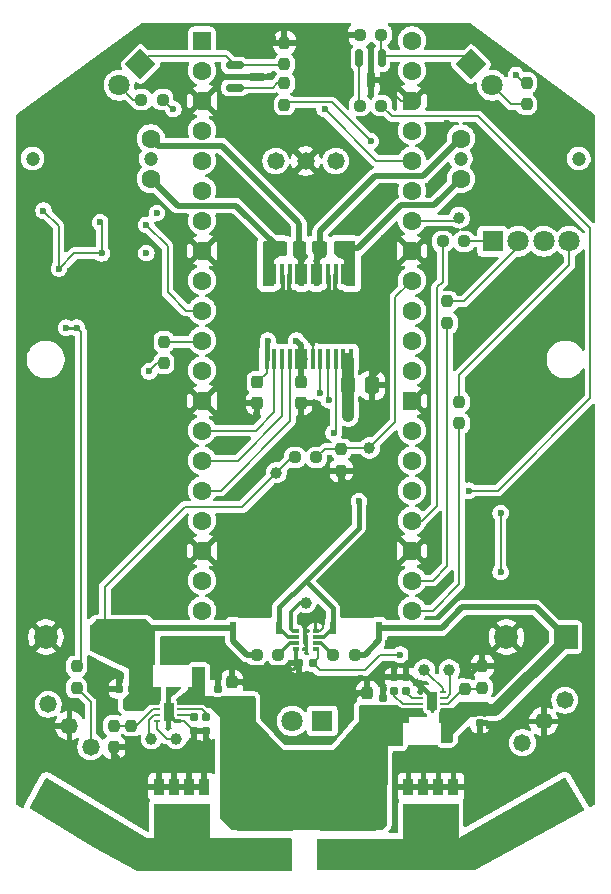
<source format=gbl>
G04 #@! TF.GenerationSoftware,KiCad,Pcbnew,9.0.0*
G04 #@! TF.CreationDate,2025-04-22T19:19:30+02:00*
G04 #@! TF.ProjectId,bio_robots,62696f5f-726f-4626-9f74-732e6b696361,rev?*
G04 #@! TF.SameCoordinates,Original*
G04 #@! TF.FileFunction,Copper,L4,Bot*
G04 #@! TF.FilePolarity,Positive*
%FSLAX46Y46*%
G04 Gerber Fmt 4.6, Leading zero omitted, Abs format (unit mm)*
G04 Created by KiCad (PCBNEW 9.0.0) date 2025-04-22 19:19:30*
%MOMM*%
%LPD*%
G01*
G04 APERTURE LIST*
G04 Aperture macros list*
%AMRoundRect*
0 Rectangle with rounded corners*
0 $1 Rounding radius*
0 $2 $3 $4 $5 $6 $7 $8 $9 X,Y pos of 4 corners*
0 Add a 4 corners polygon primitive as box body*
4,1,4,$2,$3,$4,$5,$6,$7,$8,$9,$2,$3,0*
0 Add four circle primitives for the rounded corners*
1,1,$1+$1,$2,$3*
1,1,$1+$1,$4,$5*
1,1,$1+$1,$6,$7*
1,1,$1+$1,$8,$9*
0 Add four rect primitives between the rounded corners*
20,1,$1+$1,$2,$3,$4,$5,0*
20,1,$1+$1,$4,$5,$6,$7,0*
20,1,$1+$1,$6,$7,$8,$9,0*
20,1,$1+$1,$8,$9,$2,$3,0*%
%AMRotRect*
0 Rectangle, with rotation*
0 The origin of the aperture is its center*
0 $1 length*
0 $2 width*
0 $3 Rotation angle, in degrees counterclockwise*
0 Add horizontal line*
21,1,$1,$2,0,0,$3*%
%AMFreePoly0*
4,1,37,0.603843,0.796157,0.639018,0.796157,0.711114,0.766294,0.766294,0.711114,0.796157,0.639018,0.796157,0.603843,0.800000,0.600000,0.800000,-0.600000,0.796157,-0.603843,0.796157,-0.639018,0.766294,-0.711114,0.711114,-0.766294,0.639018,-0.796157,0.603843,-0.796157,0.600000,-0.800000,0.000000,-0.800000,0.000000,-0.796148,-0.078414,-0.796148,-0.232228,-0.765552,-0.377117,-0.705537,
-0.507515,-0.618408,-0.618408,-0.507515,-0.705537,-0.377117,-0.765552,-0.232228,-0.796148,-0.078414,-0.796148,0.078414,-0.765552,0.232228,-0.705537,0.377117,-0.618408,0.507515,-0.507515,0.618408,-0.377117,0.705537,-0.232228,0.765552,-0.078414,0.796148,0.000000,0.796148,0.000000,0.800000,0.600000,0.800000,0.603843,0.796157,0.603843,0.796157,$1*%
%AMFreePoly1*
4,1,37,0.000000,0.796148,0.078414,0.796148,0.232228,0.765552,0.377117,0.705537,0.507515,0.618408,0.618408,0.507515,0.705537,0.377117,0.765552,0.232228,0.796148,0.078414,0.796148,-0.078414,0.765552,-0.232228,0.705537,-0.377117,0.618408,-0.507515,0.507515,-0.618408,0.377117,-0.705537,0.232228,-0.765552,0.078414,-0.796148,0.000000,-0.796148,0.000000,-0.800000,-0.600000,-0.800000,
-0.603843,-0.796157,-0.639018,-0.796157,-0.711114,-0.766294,-0.766294,-0.711114,-0.796157,-0.639018,-0.796157,-0.603843,-0.800000,-0.600000,-0.800000,0.600000,-0.796157,0.603843,-0.796157,0.639018,-0.766294,0.711114,-0.711114,0.766294,-0.639018,0.796157,-0.603843,0.796157,-0.600000,0.800000,0.000000,0.800000,0.000000,0.796148,0.000000,0.796148,$1*%
G04 Aperture macros list end*
G04 #@! TA.AperFunction,ComponentPad*
%ADD10RotRect,1.800000X1.800000X225.000000*%
G04 #@! TD*
G04 #@! TA.AperFunction,ComponentPad*
%ADD11C,1.800000*%
G04 #@! TD*
G04 #@! TA.AperFunction,ComponentPad*
%ADD12C,1.473200*%
G04 #@! TD*
G04 #@! TA.AperFunction,ComponentPad*
%ADD13RoundRect,0.200000X-0.600000X-0.600000X0.600000X-0.600000X0.600000X0.600000X-0.600000X0.600000X0*%
G04 #@! TD*
G04 #@! TA.AperFunction,ComponentPad*
%ADD14C,1.600000*%
G04 #@! TD*
G04 #@! TA.AperFunction,ComponentPad*
%ADD15FreePoly0,0.000000*%
G04 #@! TD*
G04 #@! TA.AperFunction,ComponentPad*
%ADD16FreePoly1,0.000000*%
G04 #@! TD*
G04 #@! TA.AperFunction,ComponentPad*
%ADD17R,1.800000X1.800000*%
G04 #@! TD*
G04 #@! TA.AperFunction,ComponentPad*
%ADD18C,2.600000*%
G04 #@! TD*
G04 #@! TA.AperFunction,ComponentPad*
%ADD19RotRect,1.800000X1.800000X315.000000*%
G04 #@! TD*
G04 #@! TA.AperFunction,SMDPad,CuDef*
%ADD20RoundRect,0.160000X0.160000X-0.197500X0.160000X0.197500X-0.160000X0.197500X-0.160000X-0.197500X0*%
G04 #@! TD*
G04 #@! TA.AperFunction,SMDPad,CuDef*
%ADD21RoundRect,0.250000X-0.337500X-0.475000X0.337500X-0.475000X0.337500X0.475000X-0.337500X0.475000X0*%
G04 #@! TD*
G04 #@! TA.AperFunction,SMDPad,CuDef*
%ADD22RoundRect,0.155000X0.155000X-0.212500X0.155000X0.212500X-0.155000X0.212500X-0.155000X-0.212500X0*%
G04 #@! TD*
G04 #@! TA.AperFunction,SMDPad,CuDef*
%ADD23R,0.850000X1.450000*%
G04 #@! TD*
G04 #@! TA.AperFunction,SMDPad,CuDef*
%ADD24R,0.850000X1.050000*%
G04 #@! TD*
G04 #@! TA.AperFunction,SMDPad,CuDef*
%ADD25R,4.700000X3.750000*%
G04 #@! TD*
G04 #@! TA.AperFunction,SMDPad,CuDef*
%ADD26C,1.000000*%
G04 #@! TD*
G04 #@! TA.AperFunction,SMDPad,CuDef*
%ADD27RoundRect,0.237500X-0.237500X0.250000X-0.237500X-0.250000X0.237500X-0.250000X0.237500X0.250000X0*%
G04 #@! TD*
G04 #@! TA.AperFunction,SMDPad,CuDef*
%ADD28RoundRect,0.237500X0.237500X-0.300000X0.237500X0.300000X-0.237500X0.300000X-0.237500X-0.300000X0*%
G04 #@! TD*
G04 #@! TA.AperFunction,SMDPad,CuDef*
%ADD29RoundRect,0.237500X0.237500X-0.250000X0.237500X0.250000X-0.237500X0.250000X-0.237500X-0.250000X0*%
G04 #@! TD*
G04 #@! TA.AperFunction,SMDPad,CuDef*
%ADD30RoundRect,0.237500X-0.250000X-0.237500X0.250000X-0.237500X0.250000X0.237500X-0.250000X0.237500X0*%
G04 #@! TD*
G04 #@! TA.AperFunction,SMDPad,CuDef*
%ADD31RoundRect,0.155000X-0.155000X0.212500X-0.155000X-0.212500X0.155000X-0.212500X0.155000X0.212500X0*%
G04 #@! TD*
G04 #@! TA.AperFunction,ComponentPad*
%ADD32C,1.200000*%
G04 #@! TD*
G04 #@! TA.AperFunction,SMDPad,CuDef*
%ADD33R,0.558800X1.092200*%
G04 #@! TD*
G04 #@! TA.AperFunction,SMDPad,CuDef*
%ADD34RoundRect,0.155000X0.212500X0.155000X-0.212500X0.155000X-0.212500X-0.155000X0.212500X-0.155000X0*%
G04 #@! TD*
G04 #@! TA.AperFunction,SMDPad,CuDef*
%ADD35R,0.475000X0.300000*%
G04 #@! TD*
G04 #@! TA.AperFunction,SMDPad,CuDef*
%ADD36RoundRect,0.062500X0.187500X0.062500X-0.187500X0.062500X-0.187500X-0.062500X0.187500X-0.062500X0*%
G04 #@! TD*
G04 #@! TA.AperFunction,SMDPad,CuDef*
%ADD37R,0.900000X1.600000*%
G04 #@! TD*
G04 #@! TA.AperFunction,ComponentPad*
%ADD38R,2.000000X2.000000*%
G04 #@! TD*
G04 #@! TA.AperFunction,ComponentPad*
%ADD39C,2.000000*%
G04 #@! TD*
G04 #@! TA.AperFunction,SMDPad,CuDef*
%ADD40RoundRect,0.237500X0.250000X0.237500X-0.250000X0.237500X-0.250000X-0.237500X0.250000X-0.237500X0*%
G04 #@! TD*
G04 #@! TA.AperFunction,SMDPad,CuDef*
%ADD41RoundRect,0.237500X-0.237500X0.300000X-0.237500X-0.300000X0.237500X-0.300000X0.237500X0.300000X0*%
G04 #@! TD*
G04 #@! TA.AperFunction,SMDPad,CuDef*
%ADD42RoundRect,0.237500X-0.300000X-0.237500X0.300000X-0.237500X0.300000X0.237500X-0.300000X0.237500X0*%
G04 #@! TD*
G04 #@! TA.AperFunction,SMDPad,CuDef*
%ADD43RoundRect,0.150000X-0.150000X0.587500X-0.150000X-0.587500X0.150000X-0.587500X0.150000X0.587500X0*%
G04 #@! TD*
G04 #@! TA.AperFunction,SMDPad,CuDef*
%ADD44RoundRect,0.150000X-0.587500X-0.150000X0.587500X-0.150000X0.587500X0.150000X-0.587500X0.150000X0*%
G04 #@! TD*
G04 #@! TA.AperFunction,SMDPad,CuDef*
%ADD45R,0.450000X1.750000*%
G04 #@! TD*
G04 #@! TA.AperFunction,SMDPad,CuDef*
%ADD46RoundRect,0.160000X-0.160000X0.197500X-0.160000X-0.197500X0.160000X-0.197500X0.160000X0.197500X0*%
G04 #@! TD*
G04 #@! TA.AperFunction,SMDPad,CuDef*
%ADD47RoundRect,0.237500X0.300000X0.237500X-0.300000X0.237500X-0.300000X-0.237500X0.300000X-0.237500X0*%
G04 #@! TD*
G04 #@! TA.AperFunction,SMDPad,CuDef*
%ADD48RoundRect,0.160000X-0.197500X-0.160000X0.197500X-0.160000X0.197500X0.160000X-0.197500X0.160000X0*%
G04 #@! TD*
G04 #@! TA.AperFunction,SMDPad,CuDef*
%ADD49RoundRect,0.062500X-0.187500X-0.062500X0.187500X-0.062500X0.187500X0.062500X-0.187500X0.062500X0*%
G04 #@! TD*
G04 #@! TA.AperFunction,ViaPad*
%ADD50C,0.600000*%
G04 #@! TD*
G04 #@! TA.AperFunction,ViaPad*
%ADD51C,0.500000*%
G04 #@! TD*
G04 #@! TA.AperFunction,Conductor*
%ADD52C,0.400000*%
G04 #@! TD*
G04 #@! TA.AperFunction,Conductor*
%ADD53C,0.300000*%
G04 #@! TD*
G04 #@! TA.AperFunction,Conductor*
%ADD54C,0.200000*%
G04 #@! TD*
G04 #@! TA.AperFunction,Conductor*
%ADD55C,0.150000*%
G04 #@! TD*
G04 #@! TA.AperFunction,Conductor*
%ADD56C,0.500000*%
G04 #@! TD*
G04 #@! TA.AperFunction,Conductor*
%ADD57C,0.250000*%
G04 #@! TD*
G04 #@! TA.AperFunction,Conductor*
%ADD58C,1.000000*%
G04 #@! TD*
G04 APERTURE END LIST*
D10*
X81000000Y-76000000D03*
D11*
X79203949Y-77796051D03*
D12*
X113355421Y-133447523D03*
X115151472Y-131651472D03*
X116947523Y-129855421D03*
D13*
X86220000Y-74000000D03*
D14*
X86220000Y-76540000D03*
D15*
X86220000Y-79080000D03*
D14*
X86220000Y-81620000D03*
X86220000Y-84160000D03*
X86220000Y-86700000D03*
X86220000Y-89240000D03*
D15*
X86220000Y-91780000D03*
D14*
X86220000Y-94320000D03*
X86220000Y-96860000D03*
X86220000Y-99400000D03*
X86220000Y-101940000D03*
D15*
X86220000Y-104480000D03*
D14*
X86220000Y-107020000D03*
X86220000Y-109560000D03*
X86220000Y-112100000D03*
X86220000Y-114640000D03*
D15*
X86220000Y-117180000D03*
D14*
X86220000Y-119720000D03*
X86220000Y-122260000D03*
X104000000Y-122260000D03*
X104000000Y-119720000D03*
D16*
X104000000Y-117180000D03*
D14*
X104000000Y-114640000D03*
X104000000Y-112100000D03*
X104000000Y-109560000D03*
X104000000Y-107020000D03*
D16*
X104000000Y-104480000D03*
D14*
X104000000Y-101940000D03*
X104000000Y-99400000D03*
X104000000Y-96860000D03*
X104000000Y-94320000D03*
D16*
X104000000Y-91780000D03*
D14*
X104000000Y-89240000D03*
X104000000Y-86700000D03*
X104000000Y-84160000D03*
X104000000Y-81620000D03*
D16*
X104000000Y-79080000D03*
D14*
X104000000Y-76540000D03*
X104000000Y-74000000D03*
D17*
X110840999Y-91000000D03*
D11*
X112999999Y-91000000D03*
X115158999Y-91000000D03*
X117317999Y-91000000D03*
D17*
X96400000Y-131600000D03*
D11*
X93860000Y-131600000D03*
D12*
X73203949Y-130203949D03*
X75000000Y-132000000D03*
X76796051Y-133796051D03*
D18*
X73600592Y-138460000D03*
X78000001Y-141000000D03*
D19*
X109000000Y-76000000D03*
D11*
X110796051Y-77796051D03*
D18*
X112000000Y-141000000D03*
X116399409Y-138460000D03*
D20*
X85531700Y-132444999D03*
X85531700Y-131249999D03*
D21*
X98562500Y-103200000D03*
X100637500Y-103200000D03*
D22*
X87537501Y-130065000D03*
X87537501Y-128930000D03*
D20*
X102511598Y-129097500D03*
X102511598Y-127902500D03*
D23*
X93445000Y-142381362D03*
X92175000Y-142381362D03*
X90905000Y-142381362D03*
X89635000Y-142381362D03*
D24*
X89635000Y-136681362D03*
X90905000Y-136681362D03*
X92175000Y-136681362D03*
X93445000Y-136681362D03*
D25*
X91540000Y-139081362D03*
D26*
X95000000Y-121600000D03*
D27*
X108000000Y-104587500D03*
X108000000Y-106412500D03*
D28*
X88737500Y-130060000D03*
X88737500Y-128335000D03*
D29*
X75600000Y-128812500D03*
X75600000Y-126987500D03*
D12*
X92460000Y-84200000D03*
X95000000Y-84200000D03*
X97540000Y-84200000D03*
D27*
X113700000Y-77587500D03*
X113700000Y-79412500D03*
D29*
X78750000Y-133822499D03*
X78750000Y-131997499D03*
D30*
X97337501Y-126000000D03*
X99162501Y-126000000D03*
D29*
X83000000Y-101325000D03*
X83000000Y-99500000D03*
D31*
X109750000Y-130682500D03*
X109750000Y-131817500D03*
D26*
X107155799Y-127300000D03*
D27*
X80237501Y-130185000D03*
X80237501Y-132010000D03*
D14*
X81875000Y-82300000D03*
X81875000Y-85700000D03*
D32*
X81875000Y-84000000D03*
X71875000Y-84000000D03*
D33*
X81781701Y-127797500D03*
X85693301Y-127797500D03*
D27*
X107000000Y-96087500D03*
X107000000Y-97912500D03*
D22*
X101511598Y-130767501D03*
X101511598Y-129632501D03*
D34*
X80305000Y-128897500D03*
X79170000Y-128897500D03*
D27*
X98000000Y-108587500D03*
X98000000Y-110412500D03*
D23*
X103700000Y-137200000D03*
X104970000Y-137200000D03*
X106240000Y-137200000D03*
X107510000Y-137200000D03*
D24*
X107510000Y-142900000D03*
X106240000Y-142900000D03*
X104970000Y-142900000D03*
X103700000Y-142900000D03*
D25*
X105605000Y-140500000D03*
D33*
X97294200Y-123750001D03*
X101205800Y-123750001D03*
D35*
X95838000Y-124000000D03*
X95838000Y-124500000D03*
X95838000Y-125000000D03*
X95838000Y-125500000D03*
X94162000Y-125500000D03*
X94162000Y-125000000D03*
X94162000Y-124500000D03*
X94162000Y-124000000D03*
D36*
X84337501Y-130097501D03*
X84337501Y-130597501D03*
X84337501Y-131097501D03*
X84337501Y-131597501D03*
X82437501Y-131597501D03*
X82437501Y-131097501D03*
X82437501Y-130597501D03*
X82437501Y-130097501D03*
D37*
X83387501Y-130847501D03*
D38*
X78000000Y-124500000D03*
D39*
X73000000Y-124500000D03*
D40*
X82912500Y-79000000D03*
X81087500Y-79000000D03*
X108412500Y-91000000D03*
X106587500Y-91000000D03*
D41*
X90900000Y-102937500D03*
X90900000Y-104662500D03*
D29*
X93200000Y-79425000D03*
X93200000Y-77600000D03*
D33*
X106811599Y-132700000D03*
X102899999Y-132700000D03*
D30*
X94087500Y-109300000D03*
X95912500Y-109300000D03*
D29*
X93200000Y-76000000D03*
X93200000Y-74175000D03*
D27*
X109961598Y-126962499D03*
X109961598Y-128787499D03*
D14*
X108125000Y-85700000D03*
X108125000Y-82300000D03*
D32*
X108125000Y-84000000D03*
X118125000Y-84000000D03*
D42*
X92712500Y-91600000D03*
X94437500Y-91600000D03*
D43*
X99550000Y-75500000D03*
X101450000Y-75500000D03*
X100500000Y-77375000D03*
D38*
X117000000Y-124500000D03*
D39*
X112000000Y-124500000D03*
D44*
X89000000Y-78000000D03*
X89000000Y-76100000D03*
X90875000Y-77050000D03*
D26*
X105055799Y-127300000D03*
D29*
X108455799Y-130712500D03*
X108455799Y-128887500D03*
D23*
X100510000Y-142381361D03*
X99240000Y-142381361D03*
X97970000Y-142381361D03*
X96700000Y-142381361D03*
D24*
X96700000Y-136681361D03*
X97970000Y-136681361D03*
X99240000Y-136681361D03*
X100510000Y-136681361D03*
D25*
X98605000Y-139081361D03*
D41*
X94600000Y-102937500D03*
X94600000Y-104662500D03*
D45*
X91700000Y-93750000D03*
X92350000Y-93750000D03*
X93000000Y-93750000D03*
X93650000Y-93750000D03*
X94300000Y-93750000D03*
X94950000Y-93750000D03*
X95600000Y-93750000D03*
X96250000Y-93750000D03*
X96900000Y-93750000D03*
X97550000Y-93750000D03*
X98200000Y-93750000D03*
X98850000Y-93750000D03*
X98850000Y-100950000D03*
X98200000Y-100950000D03*
X97550000Y-100950000D03*
X96900000Y-100950000D03*
X96250000Y-100950000D03*
X95600000Y-100950000D03*
X94950000Y-100950000D03*
X94300000Y-100950000D03*
X93650000Y-100950000D03*
X93000000Y-100950000D03*
X92350000Y-100950000D03*
X91700000Y-100950000D03*
D26*
X100400000Y-108500000D03*
D33*
X92750001Y-123750000D03*
X88838401Y-123750000D03*
D40*
X101412500Y-73500000D03*
X99587500Y-73500000D03*
D46*
X103511600Y-127902500D03*
X103511600Y-129097500D03*
D47*
X97937500Y-91600000D03*
X96212500Y-91600000D03*
D30*
X90837499Y-125999999D03*
X92662499Y-125999999D03*
D28*
X100211598Y-130962500D03*
X100211598Y-129237500D03*
D26*
X108000000Y-89000000D03*
D48*
X94402500Y-126700000D03*
X95597500Y-126700000D03*
D46*
X86531701Y-131250000D03*
X86531701Y-132445000D03*
D49*
X104711598Y-130650000D03*
X104711598Y-130150000D03*
X104711598Y-129650000D03*
X104711598Y-129150000D03*
X106611598Y-129150000D03*
X106611598Y-129650000D03*
X106611598Y-130150000D03*
X106611598Y-130650000D03*
D37*
X105661598Y-129900000D03*
D40*
X101412500Y-79500000D03*
X99587500Y-79500000D03*
D26*
X81937501Y-133097500D03*
X92500000Y-110600000D03*
D23*
X82590000Y-137200000D03*
X83860000Y-137200000D03*
X85130000Y-137200000D03*
X86400000Y-137200000D03*
D24*
X86400000Y-142900000D03*
X85130000Y-142900000D03*
X83860000Y-142900000D03*
X82590000Y-142900000D03*
D25*
X84495000Y-140500000D03*
D26*
X84037501Y-133097500D03*
D50*
X114000000Y-118000000D03*
X108737500Y-127800000D03*
X93526779Y-128480798D03*
X110000000Y-84000000D03*
X114000000Y-83500000D03*
X114000000Y-106000000D03*
X108746168Y-96838442D03*
X105223092Y-100690373D03*
X98000000Y-115000000D03*
X74000000Y-115000000D03*
X115500000Y-85000000D03*
X95000000Y-113600000D03*
X116000000Y-115000000D03*
D51*
X96250000Y-122500000D03*
D50*
X118000000Y-115000000D03*
X89900000Y-115800000D03*
X70850000Y-89817500D03*
X101500000Y-105500000D03*
X109000000Y-79500000D03*
X92000000Y-127500000D03*
X114000000Y-114000000D03*
X79000000Y-134750000D03*
X107000000Y-81000000D03*
X117000000Y-96000000D03*
X116000000Y-79000000D03*
X111000000Y-105000000D03*
X110000000Y-116000000D03*
X76000000Y-86000000D03*
X96600000Y-95400000D03*
X116000000Y-121000000D03*
X111000000Y-96000000D03*
X86858639Y-135555000D03*
X110000000Y-87000000D03*
X94000000Y-119000000D03*
X100900000Y-104723064D03*
X112000000Y-132000000D03*
X84000000Y-90000000D03*
X97000000Y-76000000D03*
X74000000Y-119000000D03*
X116000000Y-80500000D03*
X103000000Y-125000000D03*
X95500000Y-89500000D03*
X98503789Y-107255811D03*
X89000000Y-93000000D03*
X97000000Y-74000000D03*
X80000000Y-136000000D03*
X105750000Y-94000000D03*
X114000000Y-116000000D03*
X112500000Y-87000000D03*
X89000000Y-112500000D03*
X95600000Y-99200000D03*
X98000000Y-113000000D03*
X82000000Y-98000000D03*
X89000000Y-90000000D03*
X104000000Y-135000000D03*
X118000000Y-108000000D03*
X79000000Y-121000000D03*
X77000000Y-119000000D03*
X109000000Y-109000000D03*
X83100000Y-125000000D03*
X109500000Y-88500000D03*
X105136361Y-135795000D03*
X106000000Y-116500000D03*
X97000000Y-120000000D03*
X99700000Y-128000000D03*
X118500000Y-88000000D03*
X111500000Y-89000000D03*
X98500000Y-78000000D03*
X108000000Y-125000000D03*
X101500000Y-77500000D03*
X107500000Y-79000000D03*
X80000000Y-138000000D03*
X102750000Y-110750000D03*
X108136361Y-135795000D03*
X105250000Y-93000000D03*
X81400000Y-91067500D03*
X87649820Y-127471070D03*
X86700000Y-133300000D03*
X83000000Y-81000000D03*
X89500000Y-108000000D03*
X72000000Y-132000000D03*
X101300000Y-116000000D03*
X96000000Y-86500000D03*
X81000000Y-137000000D03*
X71600000Y-94817501D03*
X101600000Y-127900000D03*
X91000000Y-110500000D03*
X100500000Y-80500000D03*
X98400000Y-73800000D03*
X92000000Y-121000000D03*
X117500000Y-104500000D03*
X105196142Y-113180773D03*
X89837501Y-128397500D03*
X102500000Y-93000000D03*
X112500000Y-75700000D03*
X101500000Y-96500000D03*
X101750000Y-122000000D03*
X101600000Y-90700000D03*
X95000000Y-78000000D03*
X116000000Y-117000000D03*
X78000000Y-136000000D03*
X95000000Y-74000000D03*
X116500000Y-89000000D03*
X113000000Y-137000000D03*
X81400000Y-88317500D03*
X98000000Y-99000000D03*
X94000000Y-86500000D03*
X110500000Y-92900000D03*
X77000000Y-127000000D03*
X89000000Y-96000000D03*
X114000000Y-120000000D03*
X115000000Y-135000000D03*
X86500000Y-126000000D03*
X111000000Y-103000000D03*
X74000000Y-134000000D03*
X92800000Y-95400000D03*
X90500000Y-127500000D03*
X98000000Y-129000000D03*
X102600000Y-127000000D03*
X93000000Y-90000000D03*
X85400000Y-133300000D03*
X116000000Y-109000000D03*
X117000000Y-86500000D03*
X88000000Y-89000000D03*
X74000000Y-86000000D03*
X118000000Y-121000000D03*
X98000000Y-95400000D03*
X92500000Y-109000000D03*
X110000000Y-114000000D03*
X114000000Y-98000000D03*
X92200000Y-73800000D03*
X99200000Y-129500000D03*
X92100000Y-116500000D03*
X102000000Y-125000000D03*
X89000000Y-86500000D03*
X92000000Y-77000000D03*
X116000000Y-113000000D03*
X94600000Y-105684616D03*
X77000000Y-105000000D03*
X102750000Y-121000000D03*
X90800000Y-105700000D03*
X94000000Y-95400000D03*
X98000000Y-86500000D03*
X113000000Y-105000000D03*
X90346105Y-86784599D03*
X109000000Y-93000000D03*
X114500000Y-80500000D03*
X84000000Y-125800000D03*
X87500000Y-126500000D03*
X92000000Y-129000000D03*
X101399977Y-101800011D03*
X85858639Y-135555000D03*
X70850000Y-90817500D03*
X116000000Y-111000000D03*
X106000000Y-114750000D03*
X117000000Y-133000000D03*
X103500000Y-127000000D03*
X77000000Y-115000000D03*
X72350000Y-86317500D03*
X106000000Y-125000000D03*
X96500000Y-83000000D03*
X110000000Y-118000000D03*
X72000000Y-98000000D03*
X98480696Y-111492319D03*
X94000000Y-108000000D03*
X78000000Y-128000000D03*
X101500000Y-92500000D03*
X113000000Y-135000000D03*
X89000000Y-126500000D03*
X116000000Y-119000000D03*
X77000000Y-110000000D03*
X82000000Y-96000000D03*
X89000000Y-99000000D03*
X76600000Y-92817500D03*
X97000000Y-99000000D03*
X118000000Y-98000000D03*
X113000000Y-96000000D03*
X108000000Y-74000000D03*
X96600000Y-112000000D03*
X105500000Y-121000000D03*
X88988632Y-119611315D03*
X103000000Y-83000000D03*
X104355799Y-128400000D03*
X95000000Y-76000000D03*
X101500000Y-94500000D03*
X77500000Y-130250000D03*
X97000000Y-78000000D03*
X99000000Y-118000000D03*
X106136361Y-135795001D03*
X110000000Y-137000000D03*
X110000000Y-135000000D03*
X77350000Y-95317500D03*
X95000000Y-107000000D03*
X89000000Y-102000000D03*
X106000000Y-74000000D03*
X118000000Y-110000000D03*
X114000000Y-89000000D03*
X106500000Y-85500000D03*
X78000000Y-138000000D03*
X109000000Y-103000000D03*
X86000000Y-125000000D03*
X97700000Y-90100000D03*
X78000000Y-86000000D03*
X98500000Y-89300000D03*
X89000000Y-105000000D03*
X107136361Y-135795000D03*
X72000000Y-107000000D03*
X105250000Y-108250000D03*
X100600000Y-110000000D03*
X106000000Y-118250000D03*
X118000000Y-112000000D03*
X110500000Y-132000000D03*
X107250000Y-119500000D03*
X92000000Y-89000000D03*
X102000000Y-83000000D03*
X101600000Y-128900000D03*
X79237501Y-128197500D03*
X101500000Y-100500000D03*
X113000000Y-85000000D03*
X87500000Y-125000000D03*
X106500000Y-76500000D03*
X98500000Y-83000000D03*
X108000000Y-100000000D03*
X112000000Y-84000000D03*
X118000000Y-118000000D03*
X95000000Y-111000000D03*
X96000000Y-117000000D03*
X117000000Y-128000000D03*
X82858639Y-135555000D03*
X74000000Y-105000000D03*
X106000000Y-82500000D03*
X76000000Y-136000000D03*
X119000000Y-131000000D03*
X80000000Y-97000000D03*
X115000000Y-87000000D03*
X110000000Y-83000000D03*
X108000000Y-87500000D03*
X74000000Y-110000000D03*
X93600000Y-127200000D03*
X84858639Y-135555000D03*
X101500000Y-98500000D03*
X77000000Y-100000000D03*
X72050735Y-90366765D03*
X88000000Y-108000000D03*
X83858639Y-135555000D03*
X114000000Y-112000000D03*
X100500000Y-82500000D03*
X97373203Y-107219218D03*
X108800000Y-112100000D03*
X96934313Y-104434313D03*
X99500000Y-113000000D03*
X112800000Y-76900000D03*
X74699998Y-98317500D03*
X98600000Y-102200000D03*
X98600000Y-104800000D03*
X98600000Y-105800000D03*
X82400000Y-88600000D03*
X91800000Y-99400000D03*
X94200000Y-99400000D03*
X81500000Y-92000000D03*
X96600000Y-79800000D03*
X75600000Y-98317500D03*
X96200000Y-103800000D03*
X83800000Y-79800000D03*
X81500000Y-89600000D03*
X103000000Y-126000000D03*
X95500000Y-136000000D03*
X97445000Y-135081361D03*
X95500000Y-137081361D03*
X95945000Y-135081361D03*
X77726000Y-92018913D03*
X77600000Y-89400000D03*
X74100000Y-93300000D03*
X72798750Y-88398750D03*
X81750000Y-102000000D03*
X111500000Y-119000000D03*
X111500000Y-114000000D03*
D52*
X109575001Y-126962499D02*
X109961598Y-126962499D01*
D53*
X83930282Y-131597502D02*
X84337501Y-131597502D01*
D54*
X103080000Y-79080000D02*
X101500000Y-77500000D01*
D52*
X108737500Y-127800000D02*
X109575001Y-126962499D01*
D54*
X102600000Y-127016598D02*
X102600000Y-127000000D01*
X93650000Y-93750000D02*
X93650000Y-95050000D01*
X93000000Y-93750000D02*
X93000000Y-95200000D01*
D52*
X98100000Y-111111623D02*
X98100000Y-110512500D01*
D54*
X101437501Y-77437501D02*
X101500000Y-77500000D01*
D55*
X92575000Y-74175000D02*
X92200000Y-73800000D01*
D56*
X100211598Y-129237499D02*
X99462501Y-129237499D01*
D54*
X91950000Y-77050000D02*
X92000000Y-77000000D01*
D52*
X87537501Y-128097499D02*
X87537501Y-128930000D01*
D54*
X97550000Y-94950000D02*
X98000000Y-95400000D01*
X97550000Y-93750000D02*
X97550000Y-94950000D01*
X99587500Y-73500000D02*
X98700000Y-73500000D01*
D56*
X86531701Y-133131701D02*
X86700000Y-133300000D01*
D54*
X96900000Y-95100000D02*
X96600000Y-95400000D01*
D56*
X85531700Y-132444999D02*
X85531700Y-133168300D01*
D52*
X79170000Y-128897500D02*
X79170000Y-128265001D01*
X103511600Y-127902500D02*
X103858299Y-127902500D01*
X89774999Y-128334999D02*
X89837501Y-128397500D01*
X87649820Y-127471070D02*
X87649820Y-127985180D01*
X104511598Y-128400000D02*
X104355799Y-128400000D01*
X105661598Y-129550000D02*
X104511598Y-128400000D01*
D57*
X93902500Y-127200000D02*
X94402500Y-126700000D01*
D56*
X99462501Y-129237499D02*
X99200000Y-129500000D01*
D54*
X96500000Y-123750000D02*
X96250000Y-124000000D01*
D52*
X88737500Y-128334999D02*
X89774999Y-128334999D01*
D56*
X86531701Y-132445000D02*
X86531701Y-133131701D01*
D54*
X104000000Y-79080000D02*
X103080000Y-79080000D01*
D53*
X94162000Y-125500001D02*
X94162000Y-126459500D01*
D52*
X87649820Y-127985180D02*
X87537501Y-128097499D01*
X98480696Y-111492319D02*
X98100000Y-111111623D01*
X98100000Y-110512500D02*
X98000000Y-110412500D01*
D55*
X93200000Y-74175000D02*
X92575000Y-74175000D01*
D56*
X90900000Y-105600000D02*
X90800000Y-105700000D01*
D54*
X96900000Y-93750000D02*
X96900000Y-95100000D01*
D56*
X110317500Y-131817500D02*
X110500000Y-132000000D01*
D53*
X94162000Y-126459500D02*
X94402500Y-126700000D01*
D56*
X90900000Y-104662501D02*
X90900000Y-105600000D01*
D54*
X90875001Y-77050000D02*
X91950000Y-77050000D01*
D56*
X94600000Y-104662500D02*
X94600000Y-105684616D01*
D54*
X102511598Y-127902500D02*
X102511598Y-127105000D01*
X100500000Y-77437501D02*
X101437501Y-77437501D01*
X96250000Y-122500000D02*
X96500000Y-122750000D01*
D56*
X101600000Y-128900000D02*
X101511598Y-128988402D01*
D54*
X98700000Y-73500000D02*
X98400000Y-73800000D01*
X95600000Y-100950000D02*
X95600000Y-99200000D01*
D56*
X109750000Y-131817500D02*
X110317500Y-131817500D01*
D54*
X96250000Y-124000000D02*
X96249999Y-123999999D01*
D56*
X85531700Y-133168300D02*
X85400000Y-133300000D01*
D54*
X93650000Y-95050000D02*
X94000000Y-95400000D01*
D53*
X83387501Y-130847501D02*
X83387501Y-131054721D01*
D52*
X103858299Y-127902500D02*
X104711598Y-128755799D01*
D56*
X101511598Y-128988402D02*
X101511598Y-129632501D01*
D52*
X101399977Y-101800011D02*
X101199989Y-101800011D01*
X100637500Y-102362500D02*
X100637500Y-103200000D01*
X105661598Y-129900000D02*
X105661598Y-129550000D01*
D54*
X96249999Y-123999999D02*
X95838000Y-123999999D01*
D55*
X84337501Y-131597502D02*
X84684203Y-131597502D01*
D54*
X96500000Y-122750000D02*
X96500000Y-123750000D01*
D57*
X93600000Y-127200000D02*
X93902500Y-127200000D01*
D55*
X84684203Y-131597502D02*
X85531700Y-132444999D01*
D52*
X104711598Y-128755799D02*
X104711598Y-129124000D01*
D53*
X83387501Y-131054721D02*
X83930282Y-131597502D01*
D56*
X78750000Y-133822499D02*
X78750000Y-134500000D01*
D52*
X101199989Y-101800011D02*
X100637500Y-102362500D01*
X79170000Y-128265001D02*
X79237501Y-128197500D01*
D56*
X78750000Y-134500000D02*
X79000000Y-134750000D01*
D54*
X102511598Y-127105000D02*
X102600000Y-127016598D01*
X93000000Y-95200000D02*
X92800000Y-95400000D01*
D52*
X103858299Y-127902500D02*
X104355799Y-128400000D01*
D55*
X93401000Y-79224000D02*
X93200000Y-79425000D01*
X100500000Y-82500000D02*
X97224000Y-79224000D01*
X97224000Y-79224000D02*
X93401000Y-79224000D01*
D54*
X97534313Y-100965687D02*
X97550000Y-100950000D01*
X97373203Y-107219218D02*
X97534313Y-107058108D01*
X97534313Y-107058108D02*
X97534313Y-100965687D01*
D55*
X119100000Y-104278033D02*
X119100000Y-89900000D01*
X109600000Y-80400000D02*
X102312500Y-80400000D01*
X111278033Y-112100000D02*
X119100000Y-104278033D01*
X108800000Y-112100000D02*
X111278033Y-112100000D01*
X102312500Y-80400000D02*
X101412500Y-79500000D01*
X119100000Y-89900000D02*
X109600000Y-80400000D01*
D54*
X96900000Y-100950000D02*
X96900000Y-104400000D01*
X96900000Y-104400000D02*
X96934313Y-104434313D01*
X104000000Y-89240000D02*
X107760000Y-89240000D01*
X107760000Y-89240000D02*
X108000000Y-89000000D01*
X89240000Y-109560000D02*
X86220000Y-109560000D01*
X93000000Y-105800000D02*
X89240000Y-109560000D01*
X93000000Y-100950000D02*
X93000000Y-105800000D01*
D55*
X105740000Y-122260000D02*
X104000000Y-122260000D01*
X108000000Y-106412500D02*
X108000000Y-120000000D01*
X108000000Y-120000000D02*
X105740000Y-122260000D01*
D53*
X93500000Y-124500000D02*
X92750000Y-123750001D01*
D52*
X95000000Y-119750000D02*
X92750000Y-122000000D01*
X92750000Y-122000000D02*
X92750000Y-123750000D01*
D53*
X95838000Y-124500000D02*
X96544201Y-124500000D01*
X94162000Y-124500000D02*
X93500000Y-124500000D01*
D52*
X97294201Y-123750001D02*
X97294201Y-122044201D01*
X99500000Y-113000000D02*
X99500000Y-115250000D01*
X99500000Y-115250000D02*
X95000000Y-119750000D01*
X97294201Y-122044201D02*
X95000000Y-119750000D01*
D53*
X96544201Y-124500000D02*
X97294200Y-123750000D01*
D54*
X113700000Y-77587500D02*
X113487500Y-77587500D01*
X113487500Y-77587500D02*
X112800000Y-76900000D01*
X93650000Y-106250000D02*
X87800000Y-112100000D01*
X87800000Y-112100000D02*
X86220000Y-112100000D01*
X93650000Y-100950000D02*
X93650000Y-106250000D01*
X90780000Y-107020000D02*
X86220000Y-107020000D01*
X92350000Y-105450000D02*
X90780000Y-107020000D01*
X92350000Y-100950000D02*
X92350000Y-105450000D01*
X75600000Y-126987500D02*
X76000000Y-126587500D01*
X96600000Y-79800000D02*
X100960000Y-84160000D01*
D56*
X94600000Y-101274000D02*
X94924000Y-100950000D01*
D58*
X98600000Y-104800000D02*
X98600000Y-105800000D01*
D54*
X76000000Y-98717500D02*
X75600000Y-98317500D01*
D58*
X98562500Y-103200000D02*
X98562500Y-101036500D01*
D56*
X94600000Y-99800000D02*
X94200000Y-99400000D01*
X94600000Y-102937500D02*
X94600000Y-101274000D01*
D57*
X74699998Y-98317500D02*
X75600000Y-98317500D01*
D58*
X98562500Y-103200000D02*
X98562500Y-104762500D01*
D54*
X76000000Y-126587500D02*
X76000000Y-98717500D01*
D52*
X91700000Y-100950000D02*
X91700000Y-99500000D01*
X91700000Y-99500000D02*
X91800000Y-99400000D01*
D58*
X98562500Y-101036500D02*
X98476000Y-100950000D01*
D56*
X94600000Y-101274000D02*
X94600000Y-99800000D01*
D54*
X91700000Y-102137499D02*
X90900000Y-102937499D01*
D58*
X98562500Y-104762500D02*
X98600000Y-104800000D01*
D56*
X94600000Y-101224000D02*
X94326000Y-100950000D01*
X94600000Y-102937500D02*
X94600000Y-101224000D01*
D54*
X91700000Y-100950000D02*
X91700000Y-102137499D01*
X100960000Y-84160000D02*
X104000000Y-84160000D01*
D55*
X105780000Y-119720000D02*
X104000000Y-119720000D01*
X107000000Y-97912500D02*
X107000000Y-118500000D01*
X107000000Y-118500000D02*
X105780000Y-119720000D01*
D54*
X96250000Y-103750000D02*
X96200000Y-103800000D01*
X96250000Y-100950000D02*
X96250000Y-103750000D01*
X83000000Y-99500000D02*
X86120000Y-99500000D01*
X86120000Y-99500000D02*
X86220000Y-99400000D01*
X83800000Y-79800000D02*
X83712500Y-79800000D01*
X83712500Y-79800000D02*
X82912500Y-79000000D01*
X84860000Y-96860000D02*
X86220000Y-96860000D01*
X81500000Y-89600000D02*
X83300000Y-91400000D01*
X83300000Y-95300000D02*
X84860000Y-96860000D01*
X83300000Y-91400000D02*
X83300000Y-95300000D01*
X100400000Y-108500000D02*
X98087500Y-108500000D01*
X97912500Y-108500000D02*
X98000000Y-108587500D01*
X98087500Y-108500000D02*
X98000000Y-108587500D01*
X100400000Y-108500000D02*
X102600000Y-106300000D01*
X102600000Y-95720000D02*
X104000000Y-94320000D01*
X102600000Y-106300000D02*
X102600000Y-95720000D01*
D55*
X96625000Y-108587500D02*
X98000000Y-108587500D01*
X95912500Y-109300000D02*
X96625000Y-108587500D01*
D54*
X96000000Y-125662000D02*
X95838000Y-125500001D01*
X95600000Y-126700000D02*
X95597500Y-126700000D01*
X100000000Y-127300000D02*
X96200000Y-127300000D01*
X96200000Y-127300000D02*
X95600000Y-126700000D01*
X96000001Y-126297500D02*
X96000000Y-125662000D01*
X101300000Y-126000000D02*
X100000000Y-127300000D01*
X95597501Y-126700000D02*
X96000001Y-126297500D01*
X103000000Y-126000000D02*
X101300000Y-126000000D01*
D55*
X106100000Y-94900000D02*
X106100000Y-113400000D01*
X106587500Y-91000000D02*
X106587500Y-94412500D01*
X106587500Y-94412500D02*
X106100000Y-94900000D01*
X104860000Y-114640000D02*
X104000000Y-114640000D01*
X106100000Y-113400000D02*
X104860000Y-114640000D01*
D56*
X94437500Y-91600000D02*
X94437500Y-89499575D01*
X94249000Y-89311075D02*
X94249000Y-89249000D01*
X94249000Y-89249000D02*
X87909000Y-82909000D01*
X94437500Y-89499575D02*
X94249000Y-89311075D01*
X87909000Y-82909000D02*
X82484000Y-82909000D01*
X82484000Y-82909000D02*
X81875000Y-82300000D01*
X92712500Y-91600000D02*
X89101500Y-87989000D01*
X84164000Y-87989000D02*
X81875000Y-85700000D01*
X89101500Y-87989000D02*
X84164000Y-87989000D01*
X103049000Y-87951000D02*
X105874000Y-87951000D01*
X99400000Y-91600000D02*
X103049000Y-87951000D01*
X97937500Y-91600000D02*
X99400000Y-91600000D01*
X105874000Y-87951000D02*
X108125000Y-85700000D01*
X100903818Y-85449000D02*
X104927958Y-85449000D01*
X104927958Y-85449000D02*
X108076958Y-82300000D01*
X96212500Y-90140318D02*
X100903818Y-85449000D01*
X108076958Y-82300000D02*
X108125000Y-82300000D01*
X96212500Y-91600000D02*
X96212500Y-90140318D01*
X101205799Y-124794201D02*
X100000000Y-126000000D01*
D58*
X111067500Y-130682500D02*
X109750000Y-130682500D01*
D56*
X101205799Y-123750001D02*
X101205799Y-124794201D01*
X108250000Y-122000000D02*
X106499999Y-123750001D01*
X117000000Y-124500000D02*
X114500000Y-122000000D01*
D58*
X117000000Y-124750000D02*
X111067500Y-130682500D01*
X117000000Y-124500000D02*
X117000000Y-124750000D01*
D56*
X106499999Y-123750001D02*
X101205799Y-123750001D01*
X114500000Y-122000000D02*
X108250000Y-122000000D01*
X100000000Y-126000000D02*
X99162501Y-126000000D01*
D55*
X93800000Y-109300000D02*
X92500000Y-110600000D01*
D56*
X88838402Y-123750000D02*
X88838402Y-124796100D01*
D54*
X89600000Y-113500000D02*
X84750000Y-113500000D01*
X78000000Y-120250000D02*
X78000000Y-124500000D01*
X92250000Y-110850000D02*
X89600000Y-113500000D01*
D56*
X88838402Y-124796100D02*
X90042301Y-125999999D01*
D55*
X94087500Y-109300000D02*
X93800000Y-109300000D01*
D56*
X80500000Y-124525000D02*
X81275000Y-123750000D01*
X81275000Y-123750000D02*
X88838402Y-123750000D01*
D54*
X84750000Y-113500000D02*
X78000000Y-120250000D01*
D56*
X90042301Y-125999999D02*
X90837499Y-125999999D01*
D55*
X74100000Y-93300000D02*
X74100000Y-89700000D01*
D54*
X77726000Y-92018913D02*
X75381087Y-92018913D01*
X77600000Y-89400000D02*
X77726000Y-89526000D01*
X75381087Y-92018913D02*
X74100000Y-93300000D01*
D55*
X74100000Y-89700000D02*
X72798750Y-88398750D01*
D54*
X77726000Y-89526000D02*
X77726000Y-92018913D01*
X101412500Y-73500000D02*
X101412500Y-75525000D01*
D55*
X108300000Y-75300000D02*
X109000000Y-76000000D01*
X101450000Y-75562500D02*
X101712500Y-75300000D01*
X101712500Y-75300000D02*
X108300000Y-75300000D01*
D54*
X112412500Y-79412500D02*
X110796051Y-77796051D01*
X113700000Y-79412500D02*
X112412500Y-79412500D01*
X81687886Y-75312114D02*
X81000000Y-76000000D01*
X89000000Y-76100000D02*
X93100000Y-76100000D01*
X89000000Y-76100000D02*
X88212114Y-75312114D01*
X88212114Y-75312114D02*
X81687886Y-75312114D01*
X93100000Y-76100000D02*
X93200000Y-76000000D01*
X81087500Y-79000000D02*
X80407898Y-79000000D01*
X80407898Y-79000000D02*
X79203949Y-77796051D01*
D55*
X81750000Y-102000000D02*
X82425000Y-101325000D01*
X82425000Y-101325000D02*
X83000000Y-101325000D01*
D54*
X83237502Y-133097500D02*
X83937500Y-133097500D01*
X82437501Y-132297500D02*
X83237502Y-133097500D01*
X82437501Y-131597501D02*
X82437501Y-132297500D01*
X106611598Y-129149999D02*
X106611598Y-128855799D01*
X106611598Y-128855799D02*
X105355799Y-127600000D01*
X81737501Y-131497501D02*
X81737501Y-132897500D01*
X82137501Y-131097500D02*
X81737501Y-131497501D01*
X82437501Y-131097500D02*
X82137501Y-131097500D01*
X81737501Y-132897500D02*
X81937501Y-133097500D01*
X106611597Y-129650000D02*
X106961598Y-129650000D01*
X106961598Y-129650000D02*
X107255799Y-129355799D01*
X107255799Y-129355799D02*
X107255799Y-127400000D01*
X107255799Y-127400000D02*
X107155799Y-127300000D01*
X107155799Y-127300000D02*
X107355799Y-127100000D01*
X111500000Y-119000000D02*
X111500000Y-114000000D01*
D55*
X92600000Y-77600000D02*
X93200000Y-77600000D01*
X92200000Y-78000000D02*
X92600000Y-77600000D01*
X89000000Y-78000000D02*
X92200000Y-78000000D01*
D54*
X99550000Y-79462500D02*
X99587500Y-79500000D01*
X99550000Y-75562500D02*
X99550000Y-79462500D01*
X86230700Y-130591500D02*
X86531702Y-130892501D01*
X84343501Y-130591500D02*
X86230700Y-130591500D01*
X86531702Y-130892501D02*
X86531702Y-131250000D01*
X84337501Y-130597499D02*
X84343501Y-130591500D01*
X102511598Y-129454999D02*
X102511598Y-129097500D01*
X103206599Y-130150000D02*
X102511598Y-129454999D01*
X104711598Y-130150000D02*
X103206599Y-130150000D01*
X78750000Y-131997500D02*
X80375001Y-131997500D01*
X80506251Y-132128750D02*
X82037500Y-130597500D01*
X82037500Y-130597500D02*
X82437502Y-130597500D01*
X80375001Y-131997500D02*
X80506251Y-132128750D01*
X108224099Y-128900000D02*
X109699099Y-128900000D01*
X108211598Y-128887499D02*
X108224099Y-128900000D01*
X107058699Y-130150000D02*
X108321199Y-128887500D01*
X108321199Y-128887500D02*
X108455799Y-128887500D01*
X106611598Y-130150000D02*
X107058699Y-130150000D01*
D53*
X94162000Y-123999999D02*
X93899999Y-124000000D01*
X94500000Y-121600000D02*
X95000000Y-121600000D01*
X93899999Y-124000000D02*
X93750000Y-123850001D01*
X93750000Y-123850001D02*
X93750000Y-122350000D01*
X93750000Y-122350000D02*
X94500000Y-121600000D01*
D55*
X107000000Y-96087500D02*
X108412500Y-96087500D01*
X113000000Y-91500000D02*
X113000000Y-91000000D01*
X108412500Y-96087500D02*
X113000000Y-91500000D01*
X117318000Y-93000000D02*
X117318000Y-91000000D01*
X108000000Y-104587500D02*
X108000000Y-102318000D01*
X108000000Y-102318000D02*
X117318000Y-93000000D01*
X108412500Y-91000000D02*
X110840999Y-91000000D01*
X75600000Y-128812500D02*
X76796051Y-130008551D01*
X76796051Y-130008551D02*
X76796051Y-133796051D01*
D54*
X104711598Y-129650000D02*
X103961597Y-129650001D01*
X103511597Y-129200000D02*
X103511598Y-129097500D01*
X103961597Y-129650001D02*
X103511597Y-129200000D01*
X84337500Y-131097499D02*
X85379201Y-131097500D01*
X85379201Y-131097500D02*
X85531700Y-131250000D01*
X85531700Y-131250000D02*
X85681701Y-131250001D01*
D53*
X95838000Y-125000000D02*
X96337500Y-125000001D01*
X96337500Y-125000001D02*
X97337501Y-126000000D01*
X93662499Y-124999999D02*
X92662499Y-125999999D01*
X94162000Y-125000000D02*
X93662499Y-124999999D01*
G04 #@! TA.AperFunction,Conductor*
G36*
X110443039Y-130019685D02*
G01*
X110488794Y-130072489D01*
X110500000Y-130124000D01*
X110500000Y-130948638D01*
X110480315Y-131015677D01*
X110463681Y-131036319D01*
X110286319Y-131213681D01*
X110259391Y-131228384D01*
X110233573Y-131244977D01*
X110227372Y-131245868D01*
X110224996Y-131247166D01*
X110198638Y-131250000D01*
X110131234Y-131250000D01*
X110074940Y-131236485D01*
X110031868Y-131214539D01*
X110031867Y-131214538D01*
X110031864Y-131214537D01*
X109936916Y-131199500D01*
X109563084Y-131199500D01*
X109468135Y-131214537D01*
X109468134Y-131214537D01*
X109435148Y-131231344D01*
X109425059Y-131236485D01*
X109368766Y-131250000D01*
X108999999Y-131250000D01*
X107500000Y-132749999D01*
X107500000Y-133198638D01*
X107480315Y-133265677D01*
X107463681Y-133286319D01*
X107286319Y-133463681D01*
X107224996Y-133497166D01*
X107198638Y-133500000D01*
X106605399Y-133500000D01*
X106538360Y-133480315D01*
X106492605Y-133427511D01*
X106481399Y-133376000D01*
X106481399Y-131798300D01*
X106374000Y-131798300D01*
X106306961Y-131778615D01*
X106261206Y-131725811D01*
X106250000Y-131674300D01*
X106250000Y-130974162D01*
X106269685Y-130907123D01*
X106286319Y-130886481D01*
X106292196Y-130880603D01*
X106292195Y-130880603D01*
X106292199Y-130880601D01*
X106347564Y-130797740D01*
X106362098Y-130724674D01*
X106362098Y-130649499D01*
X106381783Y-130582460D01*
X106434587Y-130536705D01*
X106486094Y-130525499D01*
X106835776Y-130525499D01*
X106835778Y-130525499D01*
X106850970Y-130523499D01*
X106881358Y-130519499D01*
X106892254Y-130514417D01*
X106897187Y-130512118D01*
X106908000Y-130509703D01*
X106914301Y-130505628D01*
X106948542Y-130500652D01*
X106949221Y-130500501D01*
X106949555Y-130500500D01*
X107104843Y-130500500D01*
X107106595Y-130500030D01*
X107116396Y-130500001D01*
X107116461Y-130500020D01*
X107116767Y-130500000D01*
X107500000Y-130500000D01*
X107963681Y-130036319D01*
X108025004Y-130002834D01*
X108051362Y-130000000D01*
X110376000Y-130000000D01*
X110443039Y-130019685D01*
G37*
G04 #@! TD.AperFunction*
G04 #@! TA.AperFunction,Conductor*
G36*
X73111464Y-136467137D02*
G01*
X79262618Y-140172071D01*
X81558639Y-141555000D01*
X93734639Y-141555000D01*
X93801678Y-141574685D01*
X93847433Y-141627489D01*
X93858639Y-141679000D01*
X93858639Y-144181000D01*
X93838954Y-144248039D01*
X93786150Y-144293794D01*
X93734639Y-144305000D01*
X80802661Y-144305000D01*
X80743283Y-144289859D01*
X77001943Y-142249128D01*
X76997407Y-142246528D01*
X71701319Y-139060943D01*
X71654017Y-139009520D01*
X71642026Y-138940687D01*
X71656053Y-138895900D01*
X72938310Y-136514566D01*
X72987423Y-136464875D01*
X73055607Y-136449623D01*
X73111464Y-136467137D01*
G37*
G04 #@! TD.AperFunction*
G04 #@! TA.AperFunction,Conductor*
G36*
X94943039Y-91019685D02*
G01*
X94988794Y-91072489D01*
X95000000Y-91124000D01*
X95000000Y-92000000D01*
X95163681Y-92163681D01*
X95178384Y-92190608D01*
X95194977Y-92216427D01*
X95195868Y-92222627D01*
X95197166Y-92225004D01*
X95200000Y-92251362D01*
X95200000Y-92320865D01*
X95180315Y-92387904D01*
X95139666Y-92425751D01*
X95139769Y-92425888D01*
X95138496Y-92426840D01*
X95135432Y-92429694D01*
X95132670Y-92431202D01*
X95017455Y-92517452D01*
X95017452Y-92517455D01*
X94931206Y-92632664D01*
X94931202Y-92632671D01*
X94880908Y-92767517D01*
X94875708Y-92815889D01*
X94874501Y-92827123D01*
X94874500Y-92827135D01*
X94874501Y-94676000D01*
X94871950Y-94684685D01*
X94873239Y-94693647D01*
X94862260Y-94717687D01*
X94854816Y-94743039D01*
X94847975Y-94748966D01*
X94844214Y-94757203D01*
X94821981Y-94771490D01*
X94802013Y-94788794D01*
X94791497Y-94791081D01*
X94785436Y-94794977D01*
X94750501Y-94800000D01*
X94580514Y-94800000D01*
X94513475Y-94780315D01*
X94511624Y-94779103D01*
X94478848Y-94757203D01*
X94430607Y-94724969D01*
X94385803Y-94671358D01*
X94375499Y-94621872D01*
X94375499Y-92827128D01*
X94369091Y-92767517D01*
X94318796Y-92632669D01*
X94318795Y-92632668D01*
X94318793Y-92632664D01*
X94232547Y-92517455D01*
X94232544Y-92517452D01*
X94117334Y-92431205D01*
X94117333Y-92431204D01*
X94080665Y-92417528D01*
X94024732Y-92375656D01*
X94000316Y-92310192D01*
X94000000Y-92301347D01*
X94000000Y-92200000D01*
X93941819Y-92141819D01*
X93927193Y-92115034D01*
X93910622Y-92089408D01*
X93909687Y-92082975D01*
X93908334Y-92080496D01*
X93905500Y-92054487D01*
X93905500Y-91897881D01*
X93905003Y-91878419D01*
X93905000Y-91877024D01*
X93905004Y-91877009D01*
X93905000Y-91876675D01*
X93905000Y-91323307D01*
X93905040Y-91320147D01*
X93905500Y-91302101D01*
X93905500Y-91124000D01*
X93925185Y-91056961D01*
X93977989Y-91011206D01*
X94029500Y-91000000D01*
X94876000Y-91000000D01*
X94943039Y-91019685D01*
G37*
G04 #@! TD.AperFunction*
G04 #@! TA.AperFunction,Conductor*
G36*
X119418834Y-104734172D02*
G01*
X119474767Y-104776044D01*
X119499184Y-104841508D01*
X119499500Y-104850354D01*
X119499500Y-138629275D01*
X119479815Y-138696314D01*
X119434878Y-138738134D01*
X119147004Y-138895156D01*
X119078724Y-138909977D01*
X119013271Y-138885530D01*
X118976765Y-138837713D01*
X118975243Y-138838445D01*
X118973324Y-138834450D01*
X118890067Y-138688751D01*
X118175806Y-137438794D01*
X117500035Y-136256194D01*
X117437747Y-136169804D01*
X117437739Y-136169793D01*
X117403095Y-136131100D01*
X117403087Y-136131092D01*
X117324079Y-136059669D01*
X117324078Y-136059668D01*
X117311877Y-136053212D01*
X117196910Y-135992379D01*
X117196897Y-135992373D01*
X117131133Y-135968823D01*
X117131130Y-135968822D01*
X117131124Y-135968820D01*
X117131117Y-135968818D01*
X117131108Y-135968816D01*
X116990153Y-135940084D01*
X116990150Y-135940084D01*
X116956565Y-135942928D01*
X116846785Y-135952227D01*
X116846784Y-135952227D01*
X116846783Y-135952228D01*
X116829122Y-135956313D01*
X116780522Y-135967554D01*
X116779086Y-135967863D01*
X116778706Y-135967974D01*
X116644569Y-136020019D01*
X116644564Y-136020021D01*
X108540348Y-140584247D01*
X108472276Y-140599993D01*
X108406497Y-140576437D01*
X108363896Y-140521058D01*
X108355499Y-140476204D01*
X108355499Y-138593482D01*
X108355498Y-138593475D01*
X108340646Y-138499696D01*
X108290130Y-138400554D01*
X108277235Y-138331888D01*
X108301350Y-138269950D01*
X108378352Y-138167089D01*
X108378354Y-138167086D01*
X108428596Y-138032379D01*
X108428598Y-138032372D01*
X108434999Y-137972844D01*
X108435000Y-137972827D01*
X108435000Y-137450000D01*
X102775000Y-137450000D01*
X102775000Y-137972844D01*
X102781401Y-138032372D01*
X102781403Y-138032379D01*
X102831645Y-138167086D01*
X102831649Y-138167093D01*
X102908649Y-138269951D01*
X102933067Y-138335415D01*
X102919868Y-138400557D01*
X102869352Y-138499698D01*
X102854500Y-138593475D01*
X102854500Y-138593480D01*
X102854500Y-138593481D01*
X102854500Y-139826878D01*
X102854501Y-140951861D01*
X102834816Y-141018900D01*
X102782013Y-141064655D01*
X102730501Y-141075861D01*
X102123324Y-141075861D01*
X102056285Y-141056176D01*
X102010530Y-141003372D01*
X102000586Y-140934214D01*
X102029611Y-140870658D01*
X102035643Y-140864180D01*
X102118924Y-140780898D01*
X102118926Y-140780896D01*
X102146772Y-140750037D01*
X102146777Y-140750031D01*
X102146790Y-140750017D01*
X102162819Y-140730308D01*
X102180887Y-140706329D01*
X102236259Y-140592182D01*
X102256544Y-140525322D01*
X102273994Y-140411231D01*
X102309732Y-136427155D01*
X102775000Y-136427155D01*
X102775000Y-136950000D01*
X103450000Y-136950000D01*
X103950000Y-136950000D01*
X104720000Y-136950000D01*
X105220000Y-136950000D01*
X105990000Y-136950000D01*
X106490000Y-136950000D01*
X107260000Y-136950000D01*
X107760000Y-136950000D01*
X108435000Y-136950000D01*
X108435000Y-136427172D01*
X108434999Y-136427155D01*
X108428598Y-136367627D01*
X108428596Y-136367620D01*
X108378354Y-136232913D01*
X108378350Y-136232906D01*
X108292190Y-136117812D01*
X108292187Y-136117809D01*
X108177093Y-136031649D01*
X108177086Y-136031645D01*
X108042379Y-135981403D01*
X108042372Y-135981401D01*
X107982844Y-135975000D01*
X107760000Y-135975000D01*
X107760000Y-136950000D01*
X107260000Y-136950000D01*
X107260000Y-135975000D01*
X107037155Y-135975000D01*
X106977627Y-135981401D01*
X106977616Y-135981404D01*
X106918332Y-136003515D01*
X106848640Y-136008499D01*
X106831668Y-136003515D01*
X106772383Y-135981404D01*
X106772372Y-135981401D01*
X106712844Y-135975000D01*
X106490000Y-135975000D01*
X106490000Y-136950000D01*
X105990000Y-136950000D01*
X105990000Y-135975000D01*
X105767155Y-135975000D01*
X105707627Y-135981401D01*
X105707616Y-135981404D01*
X105648332Y-136003515D01*
X105578640Y-136008499D01*
X105561668Y-136003515D01*
X105502383Y-135981404D01*
X105502372Y-135981401D01*
X105442844Y-135975000D01*
X105220000Y-135975000D01*
X105220000Y-136950000D01*
X104720000Y-136950000D01*
X104720000Y-135975000D01*
X104497155Y-135975000D01*
X104437627Y-135981401D01*
X104437616Y-135981404D01*
X104378332Y-136003515D01*
X104308640Y-136008499D01*
X104291668Y-136003515D01*
X104232383Y-135981404D01*
X104232372Y-135981401D01*
X104172844Y-135975000D01*
X103950000Y-135975000D01*
X103950000Y-136950000D01*
X103450000Y-136950000D01*
X103450000Y-135975000D01*
X103227155Y-135975000D01*
X103167627Y-135981401D01*
X103167620Y-135981403D01*
X103032913Y-136031645D01*
X103032906Y-136031649D01*
X102917812Y-136117809D01*
X102917809Y-136117812D01*
X102831649Y-136232906D01*
X102831645Y-136232913D01*
X102781403Y-136367620D01*
X102781401Y-136367627D01*
X102775000Y-136427155D01*
X102309732Y-136427155D01*
X102323134Y-134933151D01*
X102329008Y-134278388D01*
X102349293Y-134211528D01*
X102402505Y-134166248D01*
X102453003Y-134155500D01*
X103106190Y-134155500D01*
X103106199Y-134155500D01*
X103192398Y-134146232D01*
X103243909Y-134135026D01*
X103315559Y-134112310D01*
X103423256Y-134045250D01*
X103476060Y-133999495D01*
X103545241Y-133921923D01*
X103599588Y-133807285D01*
X103619273Y-133740246D01*
X103623902Y-133708053D01*
X103652927Y-133644497D01*
X103711705Y-133606723D01*
X103746640Y-133601700D01*
X106060401Y-133601700D01*
X106127440Y-133621385D01*
X106165661Y-133660153D01*
X106186149Y-133693057D01*
X106186150Y-133693059D01*
X106186152Y-133693061D01*
X106231897Y-133745854D01*
X106231901Y-133745857D01*
X106231904Y-133745861D01*
X106309476Y-133815042D01*
X106309477Y-133815042D01*
X106309478Y-133815043D01*
X106424111Y-133869388D01*
X106424113Y-133869388D01*
X106424114Y-133869389D01*
X106491153Y-133889074D01*
X106491157Y-133889074D01*
X106491159Y-133889075D01*
X106506949Y-133891345D01*
X106605399Y-133905500D01*
X106605402Y-133905500D01*
X107198639Y-133905500D01*
X107202709Y-133905281D01*
X107241987Y-133903176D01*
X107268345Y-133900342D01*
X107277962Y-133898924D01*
X107299837Y-133895700D01*
X107299838Y-133895699D01*
X107299842Y-133895699D01*
X107419332Y-133853065D01*
X107480655Y-133819580D01*
X107573051Y-133750413D01*
X107750413Y-133573051D01*
X107779423Y-133540754D01*
X107796057Y-133520112D01*
X107815042Y-133494561D01*
X107869389Y-133379923D01*
X107875819Y-133358025D01*
X112218321Y-133358025D01*
X112218321Y-133537020D01*
X112246319Y-133713795D01*
X112301630Y-133884022D01*
X112360471Y-133999501D01*
X112382886Y-134043493D01*
X112488090Y-134188294D01*
X112614650Y-134314854D01*
X112759451Y-134420058D01*
X112805596Y-134443570D01*
X112918921Y-134501313D01*
X112918923Y-134501313D01*
X112918926Y-134501315D01*
X113010169Y-134530961D01*
X113089148Y-134556624D01*
X113265924Y-134584623D01*
X113265929Y-134584623D01*
X113444918Y-134584623D01*
X113621693Y-134556624D01*
X113791916Y-134501315D01*
X113951391Y-134420058D01*
X114096192Y-134314854D01*
X114222752Y-134188294D01*
X114327956Y-134043493D01*
X114409213Y-133884018D01*
X114464522Y-133713795D01*
X114471215Y-133671535D01*
X114492521Y-133537020D01*
X114492521Y-133358025D01*
X114464522Y-133181250D01*
X114425202Y-133060238D01*
X114409213Y-133011028D01*
X114409211Y-133011025D01*
X114409211Y-133011023D01*
X114351622Y-132898000D01*
X114341680Y-132878489D01*
X114328785Y-132809821D01*
X114355061Y-132745081D01*
X114412167Y-132704823D01*
X114481973Y-132701831D01*
X114508461Y-132711710D01*
X114676777Y-132797472D01*
X114861895Y-132857621D01*
X114901472Y-132863889D01*
X114901472Y-132064392D01*
X114965195Y-132101183D01*
X115087937Y-132134072D01*
X115215007Y-132134072D01*
X115337749Y-132101183D01*
X115401472Y-132064392D01*
X115401472Y-132863888D01*
X115441048Y-132857621D01*
X115626166Y-132797472D01*
X115799595Y-132709104D01*
X115957056Y-132594703D01*
X115957061Y-132594699D01*
X116094699Y-132457061D01*
X116094703Y-132457056D01*
X116209104Y-132299595D01*
X116297472Y-132126166D01*
X116357621Y-131941048D01*
X116363889Y-131901472D01*
X115564393Y-131901472D01*
X115601183Y-131837749D01*
X115634072Y-131715007D01*
X115634072Y-131587937D01*
X115601183Y-131465195D01*
X115564393Y-131401472D01*
X116363889Y-131401472D01*
X116357621Y-131361895D01*
X116297472Y-131176777D01*
X116211710Y-131008461D01*
X116198814Y-130939792D01*
X116225090Y-130875051D01*
X116282197Y-130834794D01*
X116352002Y-130831802D01*
X116378488Y-130841680D01*
X116389912Y-130847501D01*
X116511023Y-130909211D01*
X116511025Y-130909211D01*
X116511028Y-130909213D01*
X116570886Y-130928662D01*
X116681250Y-130964522D01*
X116858026Y-130992521D01*
X116858031Y-130992521D01*
X117037020Y-130992521D01*
X117213795Y-130964522D01*
X117384018Y-130909213D01*
X117543493Y-130827956D01*
X117688294Y-130722752D01*
X117814854Y-130596192D01*
X117920058Y-130451391D01*
X118001315Y-130291916D01*
X118056624Y-130121693D01*
X118057771Y-130114451D01*
X118084623Y-129944918D01*
X118084623Y-129765923D01*
X118056624Y-129589148D01*
X118013732Y-129457142D01*
X118001315Y-129418926D01*
X118001313Y-129418923D01*
X118001313Y-129418921D01*
X117940489Y-129299549D01*
X117920058Y-129259451D01*
X117814854Y-129114650D01*
X117688294Y-128988090D01*
X117543493Y-128882886D01*
X117384022Y-128801630D01*
X117213795Y-128746319D01*
X117037020Y-128718321D01*
X117037015Y-128718321D01*
X116858031Y-128718321D01*
X116858026Y-128718321D01*
X116681250Y-128746319D01*
X116511023Y-128801630D01*
X116351552Y-128882886D01*
X116286706Y-128930000D01*
X116206752Y-128988090D01*
X116206750Y-128988092D01*
X116206749Y-128988092D01*
X116080194Y-129114647D01*
X116080194Y-129114648D01*
X116080192Y-129114650D01*
X116035010Y-129176836D01*
X115974988Y-129259450D01*
X115893732Y-129418921D01*
X115838421Y-129589148D01*
X115810423Y-129765923D01*
X115810423Y-129944918D01*
X115838421Y-130121693D01*
X115893732Y-130291920D01*
X115961262Y-130424453D01*
X115974158Y-130493122D01*
X115947882Y-130557863D01*
X115890775Y-130598120D01*
X115820970Y-130601112D01*
X115794482Y-130591233D01*
X115626164Y-130505471D01*
X115441039Y-130445320D01*
X115401472Y-130439053D01*
X115401472Y-131238551D01*
X115337749Y-131201761D01*
X115215007Y-131168872D01*
X115087937Y-131168872D01*
X114965195Y-131201761D01*
X114901472Y-131238551D01*
X114901472Y-130439053D01*
X114901471Y-130439053D01*
X114861904Y-130445320D01*
X114676779Y-130505471D01*
X114503348Y-130593839D01*
X114345887Y-130708240D01*
X114345882Y-130708244D01*
X114208244Y-130845882D01*
X114208240Y-130845887D01*
X114093839Y-131003348D01*
X114005471Y-131176777D01*
X113945322Y-131361895D01*
X113939055Y-131401472D01*
X114738551Y-131401472D01*
X114701761Y-131465195D01*
X114668872Y-131587937D01*
X114668872Y-131715007D01*
X114701761Y-131837749D01*
X114738551Y-131901472D01*
X113939055Y-131901472D01*
X113945322Y-131941048D01*
X114005472Y-132126166D01*
X114091233Y-132294482D01*
X114104129Y-132363151D01*
X114077853Y-132427892D01*
X114020746Y-132468149D01*
X113950941Y-132471141D01*
X113924453Y-132461262D01*
X113791920Y-132393732D01*
X113621693Y-132338421D01*
X113444918Y-132310423D01*
X113444913Y-132310423D01*
X113265929Y-132310423D01*
X113265924Y-132310423D01*
X113089148Y-132338421D01*
X112918921Y-132393732D01*
X112759450Y-132474988D01*
X112721040Y-132502895D01*
X112614650Y-132580192D01*
X112614648Y-132580194D01*
X112614647Y-132580194D01*
X112488092Y-132706749D01*
X112488092Y-132706750D01*
X112488090Y-132706752D01*
X112452582Y-132755625D01*
X112382886Y-132851552D01*
X112301630Y-133011023D01*
X112246319Y-133181250D01*
X112218321Y-133358025D01*
X107875819Y-133358025D01*
X107889074Y-133312884D01*
X107905500Y-133198638D01*
X107905500Y-132969325D01*
X107925185Y-132902286D01*
X107941819Y-132881644D01*
X108335317Y-132488146D01*
X108737766Y-132085696D01*
X108799087Y-132052213D01*
X108868778Y-132057197D01*
X108924712Y-132099069D01*
X108944521Y-132138784D01*
X108989091Y-132292194D01*
X108989092Y-132292197D01*
X109073333Y-132434642D01*
X109073339Y-132434650D01*
X109190349Y-132551660D01*
X109190357Y-132551666D01*
X109332802Y-132635907D01*
X109332805Y-132635909D01*
X109491717Y-132682077D01*
X109491724Y-132682079D01*
X109499998Y-132682729D01*
X109500000Y-132682728D01*
X110000000Y-132682728D01*
X110000001Y-132682729D01*
X110008275Y-132682079D01*
X110008282Y-132682077D01*
X110167194Y-132635909D01*
X110167197Y-132635907D01*
X110309642Y-132551666D01*
X110309650Y-132551660D01*
X110426660Y-132434650D01*
X110426666Y-132434642D01*
X110510907Y-132292197D01*
X110510908Y-132292194D01*
X110557077Y-132133283D01*
X110557078Y-132133277D01*
X110559999Y-132096157D01*
X110560000Y-132096142D01*
X110560000Y-132067500D01*
X110000000Y-132067500D01*
X110000000Y-132682728D01*
X109500000Y-132682728D01*
X109500000Y-131941500D01*
X109519685Y-131874461D01*
X109572489Y-131828706D01*
X109624000Y-131817500D01*
X109750000Y-131817500D01*
X109750000Y-131729000D01*
X109752550Y-131720314D01*
X109751262Y-131711353D01*
X109762240Y-131687312D01*
X109769685Y-131661961D01*
X109776525Y-131656033D01*
X109780287Y-131647797D01*
X109802521Y-131633507D01*
X109822489Y-131616206D01*
X109833003Y-131613918D01*
X109839065Y-131610023D01*
X109874000Y-131605000D01*
X109888254Y-131605000D01*
X109931173Y-131612664D01*
X109980278Y-131630781D01*
X110036572Y-131644296D01*
X110131228Y-131655499D01*
X110131231Y-131655500D01*
X110131234Y-131655500D01*
X110198639Y-131655500D01*
X110202065Y-131655316D01*
X110241987Y-131653176D01*
X110268345Y-131650342D01*
X110299919Y-131645684D01*
X110306952Y-131643173D01*
X110336667Y-131637153D01*
X110392256Y-131612718D01*
X110419401Y-131603027D01*
X110421777Y-131601729D01*
X110421776Y-131601728D01*
X110428275Y-131598179D01*
X110487722Y-131583000D01*
X111156193Y-131583000D01*
X111156194Y-131582999D01*
X111330166Y-131548395D01*
X111412106Y-131514453D01*
X111494047Y-131480513D01*
X111503612Y-131474122D01*
X111607337Y-131404815D01*
X111618737Y-131397197D01*
X111641536Y-131381964D01*
X111644710Y-131378790D01*
X111672646Y-131350855D01*
X117086681Y-125936818D01*
X117148004Y-125903333D01*
X117174362Y-125900499D01*
X118031517Y-125900499D01*
X118031518Y-125900499D01*
X118125304Y-125885646D01*
X118238342Y-125828050D01*
X118328050Y-125738342D01*
X118385646Y-125625304D01*
X118385646Y-125625302D01*
X118385647Y-125625301D01*
X118400499Y-125531524D01*
X118400500Y-125531519D01*
X118400499Y-123468482D01*
X118385646Y-123374696D01*
X118328050Y-123261658D01*
X118328046Y-123261654D01*
X118328045Y-123261652D01*
X118238347Y-123171954D01*
X118238344Y-123171952D01*
X118238342Y-123171950D01*
X118161517Y-123132805D01*
X118125301Y-123114352D01*
X118031524Y-123099500D01*
X118031519Y-123099500D01*
X116570808Y-123099500D01*
X116503769Y-123079815D01*
X116483127Y-123063181D01*
X114914674Y-121494727D01*
X114914673Y-121494726D01*
X114914669Y-121494723D01*
X114808127Y-121423535D01*
X114808122Y-121423533D01*
X114689744Y-121374499D01*
X114689738Y-121374497D01*
X114564071Y-121349500D01*
X114564069Y-121349500D01*
X108185931Y-121349500D01*
X108185929Y-121349500D01*
X108060261Y-121374497D01*
X108060255Y-121374499D01*
X107941875Y-121423533D01*
X107941866Y-121423538D01*
X107835331Y-121494723D01*
X107835327Y-121494726D01*
X106266872Y-123063182D01*
X106205549Y-123096667D01*
X106179191Y-123099501D01*
X105117331Y-123099501D01*
X105112791Y-123098168D01*
X105108166Y-123099162D01*
X105079582Y-123088416D01*
X105050292Y-123079816D01*
X105047194Y-123076241D01*
X105042765Y-123074576D01*
X105024527Y-123050081D01*
X105004537Y-123027012D01*
X105003863Y-123022330D01*
X105001038Y-123018535D01*
X104998938Y-122988073D01*
X104994593Y-122957854D01*
X104996468Y-122952243D01*
X104996233Y-122948831D01*
X105001595Y-122936903D01*
X105008652Y-122915794D01*
X105012418Y-122908938D01*
X105026760Y-122889199D01*
X105071449Y-122801490D01*
X105072382Y-122799793D01*
X105095834Y-122776460D01*
X105118551Y-122752409D01*
X105120556Y-122751866D01*
X105121915Y-122750515D01*
X105139594Y-122746716D01*
X105181061Y-122735500D01*
X105802599Y-122735500D01*
X105802601Y-122735500D01*
X105923536Y-122703095D01*
X106031964Y-122640495D01*
X108281754Y-120390702D01*
X108281759Y-120390699D01*
X108291962Y-120380495D01*
X108291964Y-120380495D01*
X108380495Y-120291964D01*
X108443095Y-120183536D01*
X108443820Y-120180832D01*
X108448572Y-120163097D01*
X108448572Y-120163094D01*
X108475501Y-120062601D01*
X108475501Y-119937399D01*
X108475501Y-119929804D01*
X108475500Y-119929786D01*
X108475500Y-114068995D01*
X110799499Y-114068995D01*
X110826418Y-114204322D01*
X110826421Y-114204332D01*
X110879221Y-114331804D01*
X110879228Y-114331817D01*
X110955885Y-114446541D01*
X110963177Y-114453833D01*
X110996665Y-114515155D01*
X110999500Y-114541518D01*
X110999500Y-118458481D01*
X110979815Y-118525520D01*
X110963181Y-118546162D01*
X110955888Y-118553454D01*
X110955885Y-118553458D01*
X110879228Y-118668182D01*
X110879221Y-118668195D01*
X110826421Y-118795667D01*
X110826418Y-118795677D01*
X110799500Y-118931004D01*
X110799500Y-118931007D01*
X110799500Y-119068993D01*
X110799500Y-119068995D01*
X110799499Y-119068995D01*
X110826418Y-119204322D01*
X110826421Y-119204332D01*
X110879221Y-119331804D01*
X110879228Y-119331817D01*
X110955885Y-119446541D01*
X110955888Y-119446545D01*
X111053454Y-119544111D01*
X111053458Y-119544114D01*
X111168182Y-119620771D01*
X111168195Y-119620778D01*
X111268483Y-119662318D01*
X111295672Y-119673580D01*
X111295676Y-119673580D01*
X111295677Y-119673581D01*
X111431004Y-119700500D01*
X111431007Y-119700500D01*
X111568995Y-119700500D01*
X111660041Y-119682389D01*
X111704328Y-119673580D01*
X111820358Y-119625519D01*
X111831804Y-119620778D01*
X111831804Y-119620777D01*
X111831811Y-119620775D01*
X111946542Y-119544114D01*
X112044114Y-119446542D01*
X112120775Y-119331811D01*
X112173580Y-119204328D01*
X112196162Y-119090801D01*
X112200500Y-119068995D01*
X112200500Y-118931004D01*
X112173581Y-118795677D01*
X112173580Y-118795676D01*
X112173580Y-118795672D01*
X112134054Y-118700247D01*
X112120778Y-118668195D01*
X112120771Y-118668182D01*
X112044114Y-118553458D01*
X112044111Y-118553454D01*
X112036819Y-118546162D01*
X112003334Y-118484839D01*
X112000500Y-118458481D01*
X112000500Y-114541518D01*
X112020185Y-114474479D01*
X112036823Y-114453833D01*
X112044114Y-114446542D01*
X112120775Y-114331811D01*
X112173580Y-114204328D01*
X112200500Y-114068993D01*
X112200500Y-113931007D01*
X112200500Y-113931004D01*
X112173581Y-113795677D01*
X112173580Y-113795676D01*
X112173580Y-113795672D01*
X112130623Y-113691964D01*
X112120778Y-113668195D01*
X112120771Y-113668182D01*
X112044114Y-113553458D01*
X112044111Y-113553454D01*
X111946545Y-113455888D01*
X111946541Y-113455885D01*
X111831817Y-113379228D01*
X111831804Y-113379221D01*
X111704332Y-113326421D01*
X111704322Y-113326418D01*
X111568995Y-113299500D01*
X111568993Y-113299500D01*
X111431007Y-113299500D01*
X111431005Y-113299500D01*
X111295677Y-113326418D01*
X111295667Y-113326421D01*
X111168195Y-113379221D01*
X111168182Y-113379228D01*
X111053458Y-113455885D01*
X111053454Y-113455888D01*
X110955888Y-113553454D01*
X110955885Y-113553458D01*
X110879228Y-113668182D01*
X110879221Y-113668195D01*
X110826421Y-113795667D01*
X110826418Y-113795677D01*
X110799500Y-113931004D01*
X110799500Y-113931007D01*
X110799500Y-114068993D01*
X110799500Y-114068995D01*
X110799499Y-114068995D01*
X108475500Y-114068995D01*
X108475500Y-112900770D01*
X108495185Y-112833731D01*
X108547989Y-112787976D01*
X108617147Y-112778032D01*
X108623671Y-112779149D01*
X108686658Y-112791678D01*
X108731005Y-112800500D01*
X108731007Y-112800500D01*
X108868995Y-112800500D01*
X108960041Y-112782389D01*
X109004328Y-112773580D01*
X109131811Y-112720775D01*
X109246542Y-112644114D01*
X109278836Y-112611820D01*
X109340158Y-112578334D01*
X109366518Y-112575500D01*
X111340632Y-112575500D01*
X111340634Y-112575500D01*
X111461569Y-112543095D01*
X111569997Y-112480495D01*
X119287819Y-104762673D01*
X119349142Y-104729188D01*
X119418834Y-104734172D01*
G37*
G04 #@! TD.AperFunction*
G04 #@! TA.AperFunction,Conductor*
G36*
X98824194Y-72520185D02*
G01*
X98869949Y-72572989D01*
X98879893Y-72642147D01*
X98850868Y-72705703D01*
X98844836Y-72712181D01*
X98755055Y-72801961D01*
X98755052Y-72801965D01*
X98664551Y-72948688D01*
X98664546Y-72948699D01*
X98610319Y-73112347D01*
X98600000Y-73213345D01*
X98600000Y-73250000D01*
X99463500Y-73250000D01*
X99530539Y-73269685D01*
X99576294Y-73322489D01*
X99587500Y-73374000D01*
X99587500Y-73626000D01*
X99567815Y-73693039D01*
X99515011Y-73738794D01*
X99463500Y-73750000D01*
X98600001Y-73750000D01*
X98600001Y-73786654D01*
X98610319Y-73887652D01*
X98664546Y-74051300D01*
X98664551Y-74051311D01*
X98755052Y-74198034D01*
X98755055Y-74198038D01*
X98876961Y-74319944D01*
X98876965Y-74319947D01*
X98952550Y-74366569D01*
X98999275Y-74418517D01*
X99010496Y-74487479D01*
X98986258Y-74547031D01*
X98915639Y-74640157D01*
X98860122Y-74780938D01*
X98856439Y-74811614D01*
X98849500Y-74869398D01*
X98849500Y-76130602D01*
X98855126Y-76177454D01*
X98860122Y-76219061D01*
X98915639Y-76359843D01*
X98980610Y-76445519D01*
X99007078Y-76480422D01*
X99007082Y-76480425D01*
X99013073Y-76486416D01*
X99010443Y-76489045D01*
X99041786Y-76531128D01*
X99049500Y-76574180D01*
X99049500Y-78620872D01*
X99029815Y-78687911D01*
X98988622Y-78727603D01*
X98943362Y-78754369D01*
X98943351Y-78754378D01*
X98829378Y-78868351D01*
X98829369Y-78868363D01*
X98747320Y-79007103D01*
X98747317Y-79007110D01*
X98702346Y-79161897D01*
X98702345Y-79161903D01*
X98699500Y-79198057D01*
X98699500Y-79727680D01*
X98679815Y-79794719D01*
X98627011Y-79840474D01*
X98557853Y-79850418D01*
X98494297Y-79821393D01*
X98487828Y-79815370D01*
X97515964Y-78843505D01*
X97407536Y-78780905D01*
X97407537Y-78780905D01*
X97360707Y-78768357D01*
X97286601Y-78748500D01*
X97286599Y-78748500D01*
X93964631Y-78748500D01*
X93897592Y-78728815D01*
X93890579Y-78723960D01*
X93883336Y-78718567D01*
X93831643Y-78666874D01*
X93745421Y-78615883D01*
X93740152Y-78611960D01*
X93722937Y-78589088D01*
X93703400Y-78568164D01*
X93702192Y-78561525D01*
X93698135Y-78556135D01*
X93696018Y-78527584D01*
X93690896Y-78499422D01*
X93693468Y-78493185D01*
X93692970Y-78486457D01*
X93706624Y-78461294D01*
X93717541Y-78434833D01*
X93724041Y-78429200D01*
X93726295Y-78425047D01*
X93733233Y-78421234D01*
X93751080Y-78405769D01*
X93831643Y-78358126D01*
X93945626Y-78244143D01*
X94027681Y-78105394D01*
X94060793Y-77991420D01*
X94072653Y-77950602D01*
X94072654Y-77950596D01*
X94073637Y-77938102D01*
X94075500Y-77914435D01*
X94075499Y-77285566D01*
X94072654Y-77249402D01*
X94027681Y-77094606D01*
X93972224Y-77000832D01*
X93945630Y-76955863D01*
X93945621Y-76955851D01*
X93877451Y-76887681D01*
X93843966Y-76826358D01*
X93848950Y-76756666D01*
X93877451Y-76712319D01*
X93945621Y-76644148D01*
X93945626Y-76644143D01*
X94027681Y-76505394D01*
X94071118Y-76355885D01*
X94072653Y-76350602D01*
X94072654Y-76350596D01*
X94075499Y-76314442D01*
X94075500Y-76314435D01*
X94075499Y-75685566D01*
X94072654Y-75649402D01*
X94027681Y-75494606D01*
X94000329Y-75448356D01*
X93945630Y-75355863D01*
X93945621Y-75355851D01*
X93826127Y-75236357D01*
X93827625Y-75234858D01*
X93793120Y-75187086D01*
X93789326Y-75117319D01*
X93823853Y-75056577D01*
X93844928Y-75040203D01*
X93898039Y-75007443D01*
X94019944Y-74885538D01*
X94019947Y-74885534D01*
X94110448Y-74738811D01*
X94110453Y-74738800D01*
X94164680Y-74575152D01*
X94174999Y-74474154D01*
X94175000Y-74474141D01*
X94175000Y-74425000D01*
X92225001Y-74425000D01*
X92225001Y-74474154D01*
X92235319Y-74575152D01*
X92289546Y-74738800D01*
X92289551Y-74738811D01*
X92380052Y-74885534D01*
X92380055Y-74885538D01*
X92501962Y-75007445D01*
X92555072Y-75040204D01*
X92601796Y-75092152D01*
X92613017Y-75161115D01*
X92585174Y-75225197D01*
X92573742Y-75236226D01*
X92573873Y-75236357D01*
X92454378Y-75355851D01*
X92454369Y-75355863D01*
X92372320Y-75494603D01*
X92372318Y-75494607D01*
X92367818Y-75510097D01*
X92330211Y-75568982D01*
X92266738Y-75598187D01*
X92248742Y-75599500D01*
X90074180Y-75599500D01*
X90007141Y-75579815D01*
X89987700Y-75561786D01*
X89986415Y-75563072D01*
X89980425Y-75557082D01*
X89980422Y-75557078D01*
X89980417Y-75557074D01*
X89859843Y-75465639D01*
X89719061Y-75410122D01*
X89673426Y-75404642D01*
X89630602Y-75399500D01*
X89630597Y-75399500D01*
X89058676Y-75399500D01*
X88991637Y-75379815D01*
X88970995Y-75363181D01*
X88519430Y-74911616D01*
X88519428Y-74911614D01*
X88446308Y-74869398D01*
X88405301Y-74845722D01*
X88341653Y-74828668D01*
X88278006Y-74811614D01*
X88278005Y-74811614D01*
X87539217Y-74811614D01*
X87472178Y-74791929D01*
X87426423Y-74739125D01*
X87416278Y-74671427D01*
X87420499Y-74639366D01*
X87420500Y-74639361D01*
X87420499Y-73875845D01*
X92225000Y-73875845D01*
X92225000Y-73925000D01*
X92950000Y-73925000D01*
X93450000Y-73925000D01*
X94174999Y-73925000D01*
X94174999Y-73875860D01*
X94174998Y-73875845D01*
X94164680Y-73774847D01*
X94110453Y-73611199D01*
X94110448Y-73611188D01*
X94019947Y-73464465D01*
X94019944Y-73464461D01*
X93898038Y-73342555D01*
X93898034Y-73342552D01*
X93751311Y-73252051D01*
X93751300Y-73252046D01*
X93587652Y-73197819D01*
X93486654Y-73187500D01*
X93450000Y-73187500D01*
X93450000Y-73925000D01*
X92950000Y-73925000D01*
X92950000Y-73187500D01*
X92913361Y-73187500D01*
X92913343Y-73187501D01*
X92812347Y-73197819D01*
X92648699Y-73252046D01*
X92648688Y-73252051D01*
X92501965Y-73342552D01*
X92501961Y-73342555D01*
X92380055Y-73464461D01*
X92380052Y-73464465D01*
X92289551Y-73611188D01*
X92289546Y-73611199D01*
X92235319Y-73774847D01*
X92225000Y-73875845D01*
X87420499Y-73875845D01*
X87420499Y-73360640D01*
X87420499Y-73360639D01*
X87420499Y-73360636D01*
X87405046Y-73243246D01*
X87405044Y-73243239D01*
X87405044Y-73243238D01*
X87344536Y-73097159D01*
X87248282Y-72971718D01*
X87122841Y-72875464D01*
X87110125Y-72870197D01*
X86976762Y-72814956D01*
X86976760Y-72814955D01*
X86859370Y-72799501D01*
X86859367Y-72799500D01*
X86859361Y-72799500D01*
X86859354Y-72799500D01*
X85580636Y-72799500D01*
X85463246Y-72814953D01*
X85463237Y-72814956D01*
X85317160Y-72875463D01*
X85191718Y-72971718D01*
X85095463Y-73097160D01*
X85034956Y-73243237D01*
X85034955Y-73243239D01*
X85019501Y-73360629D01*
X85019501Y-73360636D01*
X85019500Y-73360645D01*
X85019500Y-74639356D01*
X85023723Y-74671432D01*
X85012955Y-74740467D01*
X84966574Y-74792721D01*
X84900783Y-74811614D01*
X81702160Y-74811614D01*
X81635121Y-74791929D01*
X81614479Y-74775295D01*
X81260908Y-74421725D01*
X81260906Y-74421723D01*
X81184091Y-74365912D01*
X81063434Y-74326708D01*
X81063433Y-74326708D01*
X80936567Y-74326708D01*
X80936565Y-74326708D01*
X80815910Y-74365912D01*
X80815908Y-74365913D01*
X80739094Y-74421720D01*
X80739092Y-74421722D01*
X79421728Y-75739087D01*
X79421725Y-75739090D01*
X79365912Y-75815908D01*
X79326708Y-75936565D01*
X79326708Y-76063434D01*
X79346310Y-76123761D01*
X79365912Y-76184090D01*
X79365913Y-76184091D01*
X79421718Y-76260902D01*
X79421721Y-76260905D01*
X79421724Y-76260909D01*
X79452392Y-76291577D01*
X79485876Y-76352896D01*
X79480892Y-76422588D01*
X79439022Y-76478522D01*
X79373558Y-76502940D01*
X79345315Y-76501730D01*
X79332486Y-76499698D01*
X79306301Y-76495551D01*
X79101597Y-76495551D01*
X79077278Y-76499402D01*
X78899414Y-76527573D01*
X78704725Y-76590832D01*
X78522335Y-76683766D01*
X78356735Y-76804079D01*
X78211977Y-76948837D01*
X78091664Y-77114437D01*
X77998730Y-77296827D01*
X77935471Y-77491516D01*
X77911327Y-77643958D01*
X77903449Y-77693699D01*
X77903449Y-77898403D01*
X77905988Y-77914435D01*
X77935471Y-78100585D01*
X77998730Y-78295274D01*
X78055030Y-78405767D01*
X78090560Y-78475499D01*
X78091664Y-78477664D01*
X78211977Y-78643264D01*
X78356735Y-78788022D01*
X78477390Y-78875681D01*
X78522339Y-78908338D01*
X78601978Y-78948916D01*
X78704725Y-79001269D01*
X78704727Y-79001269D01*
X78704730Y-79001271D01*
X78772224Y-79023201D01*
X78899414Y-79064528D01*
X78961724Y-79074397D01*
X79101597Y-79096551D01*
X79101598Y-79096551D01*
X79306300Y-79096551D01*
X79306301Y-79096551D01*
X79508483Y-79064528D01*
X79629533Y-79025195D01*
X79699371Y-79023201D01*
X79755530Y-79055446D01*
X80100584Y-79400500D01*
X80157832Y-79433552D01*
X80212252Y-79464972D01*
X80256984Y-79509238D01*
X80329371Y-79631639D01*
X80329378Y-79631648D01*
X80443351Y-79745621D01*
X80443355Y-79745624D01*
X80443357Y-79745626D01*
X80443360Y-79745627D01*
X80443363Y-79745630D01*
X80526370Y-79794719D01*
X80582106Y-79827681D01*
X80598793Y-79832529D01*
X80736897Y-79872653D01*
X80736900Y-79872653D01*
X80736902Y-79872654D01*
X80773065Y-79875500D01*
X81401934Y-79875499D01*
X81438098Y-79872654D01*
X81592894Y-79827681D01*
X81731643Y-79745626D01*
X81845626Y-79631643D01*
X81893269Y-79551082D01*
X81944336Y-79503400D01*
X82013078Y-79490896D01*
X82077667Y-79517541D01*
X82106730Y-79551080D01*
X82154374Y-79631643D01*
X82154376Y-79631645D01*
X82154378Y-79631648D01*
X82268351Y-79745621D01*
X82268355Y-79745624D01*
X82268357Y-79745626D01*
X82268360Y-79745627D01*
X82268363Y-79745630D01*
X82351370Y-79794719D01*
X82407106Y-79827681D01*
X82423793Y-79832529D01*
X82561897Y-79872653D01*
X82561900Y-79872653D01*
X82561902Y-79872654D01*
X82598065Y-79875500D01*
X82999030Y-79875499D01*
X83066069Y-79895183D01*
X83111824Y-79947987D01*
X83120647Y-79975308D01*
X83126418Y-80004320D01*
X83126421Y-80004332D01*
X83179221Y-80131804D01*
X83179228Y-80131817D01*
X83255885Y-80246541D01*
X83255888Y-80246545D01*
X83353454Y-80344111D01*
X83353458Y-80344114D01*
X83468182Y-80420771D01*
X83468195Y-80420778D01*
X83536475Y-80449060D01*
X83595672Y-80473580D01*
X83595676Y-80473580D01*
X83595677Y-80473581D01*
X83731004Y-80500500D01*
X83731007Y-80500500D01*
X83868995Y-80500500D01*
X83975436Y-80479327D01*
X84004328Y-80473580D01*
X84131811Y-80420775D01*
X84246542Y-80344114D01*
X84344114Y-80246542D01*
X84420775Y-80131811D01*
X84473580Y-80004328D01*
X84488286Y-79930396D01*
X84500500Y-79868995D01*
X84500500Y-79731004D01*
X84473581Y-79595677D01*
X84473580Y-79595676D01*
X84473580Y-79595672D01*
X84473578Y-79595667D01*
X84420778Y-79468195D01*
X84420771Y-79468182D01*
X84344114Y-79353458D01*
X84344111Y-79353454D01*
X84246545Y-79255888D01*
X84246541Y-79255885D01*
X84131817Y-79179228D01*
X84131804Y-79179221D01*
X84004332Y-79126421D01*
X84004322Y-79126418D01*
X83970949Y-79119780D01*
X83900307Y-79105728D01*
X83838396Y-79073343D01*
X83803822Y-79012627D01*
X83800499Y-78984117D01*
X83800499Y-78698066D01*
X83797654Y-78661902D01*
X83752681Y-78507106D01*
X83715560Y-78444337D01*
X83670630Y-78368363D01*
X83670621Y-78368351D01*
X83556648Y-78254378D01*
X83556636Y-78254369D01*
X83417896Y-78172320D01*
X83417889Y-78172317D01*
X83263102Y-78127346D01*
X83263096Y-78127345D01*
X83226935Y-78124500D01*
X82598077Y-78124500D01*
X82598052Y-78124501D01*
X82561901Y-78127346D01*
X82407110Y-78172317D01*
X82407103Y-78172320D01*
X82268363Y-78254369D01*
X82268351Y-78254378D01*
X82154378Y-78368351D01*
X82154372Y-78368359D01*
X82106732Y-78448916D01*
X82055663Y-78496599D01*
X81986922Y-78509103D01*
X81922332Y-78482458D01*
X81893268Y-78448916D01*
X81871920Y-78412818D01*
X81845626Y-78368357D01*
X81845624Y-78368355D01*
X81845621Y-78368351D01*
X81731648Y-78254378D01*
X81731636Y-78254369D01*
X81592896Y-78172320D01*
X81592889Y-78172317D01*
X81438102Y-78127346D01*
X81438096Y-78127345D01*
X81401935Y-78124500D01*
X80773077Y-78124500D01*
X80773052Y-78124501D01*
X80736904Y-78127345D01*
X80642859Y-78154668D01*
X80572990Y-78154468D01*
X80514320Y-78116525D01*
X80485477Y-78052887D01*
X80485791Y-78016197D01*
X80504449Y-77898403D01*
X80504449Y-77693699D01*
X80498269Y-77654683D01*
X80507223Y-77585394D01*
X80552218Y-77531942D01*
X80618969Y-77511301D01*
X80686283Y-77530025D01*
X80708423Y-77547607D01*
X80739090Y-77578274D01*
X80815908Y-77634087D01*
X80815909Y-77634087D01*
X80815910Y-77634088D01*
X80936567Y-77673292D01*
X80936568Y-77673292D01*
X81063432Y-77673292D01*
X81063433Y-77673292D01*
X81184090Y-77634088D01*
X81260909Y-77578276D01*
X82578274Y-76260909D01*
X82634088Y-76184090D01*
X82673292Y-76063433D01*
X82673292Y-75936614D01*
X82692977Y-75869575D01*
X82745781Y-75823820D01*
X82797292Y-75812614D01*
X85040919Y-75812614D01*
X85107958Y-75832299D01*
X85153713Y-75885103D01*
X85163657Y-75954261D01*
X85151404Y-75992909D01*
X85107454Y-76079163D01*
X85049059Y-76258881D01*
X85019500Y-76445513D01*
X85019500Y-76634486D01*
X85049059Y-76821118D01*
X85107454Y-77000836D01*
X85170866Y-77125287D01*
X85193240Y-77169199D01*
X85304310Y-77322073D01*
X85437927Y-77455690D01*
X85590801Y-77566760D01*
X85742313Y-77643959D01*
X85793108Y-77691932D01*
X85809903Y-77759753D01*
X85787366Y-77825888D01*
X85733471Y-77869003D01*
X85647810Y-77904486D01*
X85647803Y-77904489D01*
X85560493Y-77951158D01*
X85491086Y-77997534D01*
X85491085Y-77997534D01*
X86090589Y-78597037D01*
X86027007Y-78614075D01*
X85912993Y-78679901D01*
X85819901Y-78772993D01*
X85754075Y-78887007D01*
X85737037Y-78950588D01*
X85137534Y-78351085D01*
X85137534Y-78351086D01*
X85091158Y-78420493D01*
X85044490Y-78507801D01*
X84984185Y-78653387D01*
X84955444Y-78748135D01*
X84924701Y-78902697D01*
X84924701Y-78902700D01*
X84915000Y-79001210D01*
X84915000Y-79158789D01*
X84924701Y-79257299D01*
X84924701Y-79257302D01*
X84955444Y-79411864D01*
X84984185Y-79506612D01*
X85044490Y-79652198D01*
X85091155Y-79739501D01*
X85091161Y-79739511D01*
X85137534Y-79808912D01*
X85737037Y-79209410D01*
X85754075Y-79272993D01*
X85819901Y-79387007D01*
X85912993Y-79480099D01*
X86027007Y-79545925D01*
X86090589Y-79562962D01*
X85491085Y-80162465D01*
X85560488Y-80208838D01*
X85560498Y-80208844D01*
X85647801Y-80255509D01*
X85733470Y-80290995D01*
X85787873Y-80334836D01*
X85809938Y-80401131D01*
X85792659Y-80468830D01*
X85742312Y-80516041D01*
X85590800Y-80593240D01*
X85503579Y-80656610D01*
X85437927Y-80704310D01*
X85437925Y-80704312D01*
X85437924Y-80704312D01*
X85304312Y-80837924D01*
X85304312Y-80837925D01*
X85304310Y-80837927D01*
X85276268Y-80876523D01*
X85193240Y-80990800D01*
X85107454Y-81159163D01*
X85049059Y-81338881D01*
X85019500Y-81525513D01*
X85019500Y-81714486D01*
X85049059Y-81901118D01*
X85107456Y-82080842D01*
X85109320Y-82085341D01*
X85107592Y-82086056D01*
X85119008Y-82146893D01*
X85092722Y-82211629D01*
X85035609Y-82251878D01*
X84995629Y-82258500D01*
X83189798Y-82258500D01*
X83122759Y-82238815D01*
X83077004Y-82186011D01*
X83067325Y-82153898D01*
X83045940Y-82018881D01*
X82987545Y-81839163D01*
X82942290Y-81750347D01*
X82901760Y-81670801D01*
X82790690Y-81517927D01*
X82657073Y-81384310D01*
X82504199Y-81273240D01*
X82335836Y-81187454D01*
X82156118Y-81129059D01*
X81969486Y-81099500D01*
X81969481Y-81099500D01*
X81780519Y-81099500D01*
X81780514Y-81099500D01*
X81593881Y-81129059D01*
X81414163Y-81187454D01*
X81245800Y-81273240D01*
X81158579Y-81336610D01*
X81092927Y-81384310D01*
X81092925Y-81384312D01*
X81092924Y-81384312D01*
X80959312Y-81517924D01*
X80959312Y-81517925D01*
X80959310Y-81517927D01*
X80911610Y-81583579D01*
X80848240Y-81670800D01*
X80762454Y-81839163D01*
X80704059Y-82018881D01*
X80674500Y-82205513D01*
X80674500Y-82394486D01*
X80704059Y-82581118D01*
X80762454Y-82760836D01*
X80835469Y-82904134D01*
X80848240Y-82929199D01*
X80959310Y-83082073D01*
X80959312Y-83082075D01*
X81082617Y-83205380D01*
X81116102Y-83266703D01*
X81111118Y-83336395D01*
X81098038Y-83361952D01*
X80988371Y-83526079D01*
X80988364Y-83526092D01*
X80912950Y-83708160D01*
X80912947Y-83708170D01*
X80874500Y-83901456D01*
X80874500Y-83901459D01*
X80874500Y-84098541D01*
X80874500Y-84098543D01*
X80874499Y-84098543D01*
X80912947Y-84291829D01*
X80912950Y-84291839D01*
X80988364Y-84473907D01*
X80988371Y-84473920D01*
X81098038Y-84638047D01*
X81118916Y-84704724D01*
X81100432Y-84772105D01*
X81082618Y-84794619D01*
X80959309Y-84917928D01*
X80848240Y-85070800D01*
X80762454Y-85239163D01*
X80704059Y-85418881D01*
X80674500Y-85605513D01*
X80674500Y-85794486D01*
X80704059Y-85981118D01*
X80762454Y-86160836D01*
X80802367Y-86239168D01*
X80848240Y-86329199D01*
X80959310Y-86482073D01*
X81092927Y-86615690D01*
X81245801Y-86726760D01*
X81325347Y-86767290D01*
X81414163Y-86812545D01*
X81414165Y-86812545D01*
X81414168Y-86812547D01*
X81510497Y-86843846D01*
X81593881Y-86870940D01*
X81780514Y-86900500D01*
X81780519Y-86900500D01*
X81969479Y-86900500D01*
X81969481Y-86900500D01*
X82067711Y-86884941D01*
X82137000Y-86893895D01*
X82174787Y-86919733D01*
X83749325Y-88494272D01*
X83749332Y-88494278D01*
X83818564Y-88540537D01*
X83818565Y-88540537D01*
X83855866Y-88565461D01*
X83855872Y-88565464D01*
X83855873Y-88565465D01*
X83974256Y-88614501D01*
X83974260Y-88614501D01*
X83974261Y-88614502D01*
X84099928Y-88639500D01*
X84099931Y-88639500D01*
X84982163Y-88639500D01*
X85049202Y-88659185D01*
X85094957Y-88711989D01*
X85104901Y-88781147D01*
X85100096Y-88801810D01*
X85085968Y-88845291D01*
X85049059Y-88958881D01*
X85019500Y-89145513D01*
X85019500Y-89334486D01*
X85049059Y-89521118D01*
X85107454Y-89700836D01*
X85191556Y-89865894D01*
X85193240Y-89869199D01*
X85304310Y-90022073D01*
X85437927Y-90155690D01*
X85590801Y-90266760D01*
X85742313Y-90343959D01*
X85793108Y-90391932D01*
X85809903Y-90459753D01*
X85787366Y-90525888D01*
X85733471Y-90569003D01*
X85647810Y-90604486D01*
X85647803Y-90604489D01*
X85560493Y-90651158D01*
X85491086Y-90697534D01*
X85491085Y-90697534D01*
X86090589Y-91297037D01*
X86027007Y-91314075D01*
X85912993Y-91379901D01*
X85819901Y-91472993D01*
X85754075Y-91587007D01*
X85737037Y-91650588D01*
X85137534Y-91051085D01*
X85137534Y-91051086D01*
X85091158Y-91120493D01*
X85044490Y-91207801D01*
X84984185Y-91353387D01*
X84955444Y-91448135D01*
X84924701Y-91602697D01*
X84924701Y-91602700D01*
X84915000Y-91701210D01*
X84915000Y-91858789D01*
X84924701Y-91957299D01*
X84924701Y-91957302D01*
X84955444Y-92111864D01*
X84984185Y-92206612D01*
X85044490Y-92352198D01*
X85091155Y-92439501D01*
X85091161Y-92439511D01*
X85137534Y-92508912D01*
X85737037Y-91909410D01*
X85754075Y-91972993D01*
X85819901Y-92087007D01*
X85912993Y-92180099D01*
X86027007Y-92245925D01*
X86090589Y-92262962D01*
X85491085Y-92862465D01*
X85560488Y-92908838D01*
X85560498Y-92908844D01*
X85647801Y-92955509D01*
X85733470Y-92990995D01*
X85787873Y-93034836D01*
X85809938Y-93101131D01*
X85792659Y-93168830D01*
X85742312Y-93216041D01*
X85590800Y-93293240D01*
X85503579Y-93356610D01*
X85437927Y-93404310D01*
X85437925Y-93404312D01*
X85437924Y-93404312D01*
X85304312Y-93537924D01*
X85304312Y-93537925D01*
X85304310Y-93537927D01*
X85256610Y-93603579D01*
X85193240Y-93690800D01*
X85107454Y-93859163D01*
X85049059Y-94038881D01*
X85019500Y-94225513D01*
X85019500Y-94414486D01*
X85049059Y-94601118D01*
X85107454Y-94780836D01*
X85187281Y-94937503D01*
X85193240Y-94949199D01*
X85304310Y-95102073D01*
X85437927Y-95235690D01*
X85590801Y-95346760D01*
X85628348Y-95365891D01*
X85759163Y-95432545D01*
X85759165Y-95432545D01*
X85759168Y-95432547D01*
X85848734Y-95461649D01*
X85880803Y-95472069D01*
X85938478Y-95511507D01*
X85965676Y-95575866D01*
X85953761Y-95644712D01*
X85906516Y-95696188D01*
X85880803Y-95707931D01*
X85759163Y-95747454D01*
X85590800Y-95833240D01*
X85503579Y-95896610D01*
X85437927Y-95944310D01*
X85437925Y-95944312D01*
X85437924Y-95944312D01*
X85304312Y-96077924D01*
X85304312Y-96077925D01*
X85304310Y-96077927D01*
X85265042Y-96131974D01*
X85193239Y-96230801D01*
X85184773Y-96247416D01*
X85136796Y-96298209D01*
X85068974Y-96315001D01*
X85002840Y-96292460D01*
X84986610Y-96278796D01*
X83836819Y-95129005D01*
X83803334Y-95067682D01*
X83800500Y-95041324D01*
X83800500Y-91334109D01*
X83798440Y-91326421D01*
X83795772Y-91316464D01*
X83766392Y-91206814D01*
X83708825Y-91107106D01*
X83700500Y-91092686D01*
X83607314Y-90999500D01*
X82236819Y-89629005D01*
X82203334Y-89567682D01*
X82200500Y-89541324D01*
X82200500Y-89531004D01*
X82183589Y-89445989D01*
X82189816Y-89376397D01*
X82232679Y-89321220D01*
X82298569Y-89297975D01*
X82329402Y-89300180D01*
X82331007Y-89300500D01*
X82468995Y-89300500D01*
X82560041Y-89282389D01*
X82604328Y-89273580D01*
X82731811Y-89220775D01*
X82846542Y-89144114D01*
X82944114Y-89046542D01*
X83020775Y-88931811D01*
X83073580Y-88804328D01*
X83086906Y-88737334D01*
X83100500Y-88668995D01*
X83100500Y-88531004D01*
X83073581Y-88395677D01*
X83073580Y-88395676D01*
X83073580Y-88395672D01*
X83065195Y-88375429D01*
X83020778Y-88268195D01*
X83020771Y-88268182D01*
X82944114Y-88153458D01*
X82944111Y-88153454D01*
X82846545Y-88055888D01*
X82846541Y-88055885D01*
X82731817Y-87979228D01*
X82731804Y-87979221D01*
X82604332Y-87926421D01*
X82604322Y-87926418D01*
X82468995Y-87899500D01*
X82468993Y-87899500D01*
X82331007Y-87899500D01*
X82331005Y-87899500D01*
X82195677Y-87926418D01*
X82195667Y-87926421D01*
X82068195Y-87979221D01*
X82068182Y-87979228D01*
X81953458Y-88055885D01*
X81953454Y-88055888D01*
X81855888Y-88153454D01*
X81855885Y-88153458D01*
X81779228Y-88268182D01*
X81779221Y-88268195D01*
X81726421Y-88395667D01*
X81726418Y-88395677D01*
X81699500Y-88531004D01*
X81699500Y-88668997D01*
X81716410Y-88754011D01*
X81710183Y-88823603D01*
X81667319Y-88878780D01*
X81601429Y-88902024D01*
X81570607Y-88899820D01*
X81569000Y-88899500D01*
X81568993Y-88899500D01*
X81431007Y-88899500D01*
X81431005Y-88899500D01*
X81295677Y-88926418D01*
X81295667Y-88926421D01*
X81168195Y-88979221D01*
X81168182Y-88979228D01*
X81053458Y-89055885D01*
X81053454Y-89055888D01*
X80955888Y-89153454D01*
X80955885Y-89153458D01*
X80879228Y-89268182D01*
X80879221Y-89268195D01*
X80826421Y-89395667D01*
X80826418Y-89395677D01*
X80799500Y-89531004D01*
X80799500Y-89531007D01*
X80799500Y-89668993D01*
X80799500Y-89668995D01*
X80799499Y-89668995D01*
X80826418Y-89804322D01*
X80826421Y-89804332D01*
X80879221Y-89931804D01*
X80879228Y-89931817D01*
X80955885Y-90046541D01*
X80955888Y-90046545D01*
X81053454Y-90144111D01*
X81053458Y-90144114D01*
X81168182Y-90220771D01*
X81168195Y-90220778D01*
X81294904Y-90273262D01*
X81295672Y-90273580D01*
X81295676Y-90273580D01*
X81295677Y-90273581D01*
X81431004Y-90300500D01*
X81431007Y-90300500D01*
X81441324Y-90300500D01*
X81508363Y-90320185D01*
X81529005Y-90336819D01*
X82763181Y-91570995D01*
X82796666Y-91632318D01*
X82799500Y-91658676D01*
X82799500Y-95234108D01*
X82799500Y-95365892D01*
X82812038Y-95412686D01*
X82833608Y-95493187D01*
X82853022Y-95526812D01*
X82899500Y-95607314D01*
X84552686Y-97260500D01*
X84666814Y-97326392D01*
X84794107Y-97360500D01*
X84794108Y-97360500D01*
X85051677Y-97360500D01*
X85118716Y-97380185D01*
X85162162Y-97428205D01*
X85193240Y-97489199D01*
X85304310Y-97642073D01*
X85437927Y-97775690D01*
X85590801Y-97886760D01*
X85670347Y-97927290D01*
X85759163Y-97972545D01*
X85759165Y-97972545D01*
X85759168Y-97972547D01*
X85848734Y-98001649D01*
X85880803Y-98012069D01*
X85938478Y-98051507D01*
X85965676Y-98115866D01*
X85953761Y-98184712D01*
X85906516Y-98236188D01*
X85880803Y-98247931D01*
X85759163Y-98287454D01*
X85590800Y-98373240D01*
X85506852Y-98434233D01*
X85437927Y-98484310D01*
X85437925Y-98484312D01*
X85437924Y-98484312D01*
X85304312Y-98617924D01*
X85304312Y-98617925D01*
X85304310Y-98617927D01*
X85273875Y-98659817D01*
X85193240Y-98770800D01*
X85111210Y-98931795D01*
X85063236Y-98982591D01*
X85000725Y-98999500D01*
X83901304Y-98999500D01*
X83834265Y-98979815D01*
X83794572Y-98938620D01*
X83745630Y-98855863D01*
X83745621Y-98855851D01*
X83631648Y-98741878D01*
X83631636Y-98741869D01*
X83492896Y-98659820D01*
X83492889Y-98659817D01*
X83338102Y-98614846D01*
X83338096Y-98614845D01*
X83301935Y-98612000D01*
X82698077Y-98612000D01*
X82698052Y-98612001D01*
X82661901Y-98614846D01*
X82507110Y-98659817D01*
X82507103Y-98659820D01*
X82368363Y-98741869D01*
X82368351Y-98741878D01*
X82254378Y-98855851D01*
X82254369Y-98855863D01*
X82172320Y-98994603D01*
X82172317Y-98994610D01*
X82127346Y-99149397D01*
X82127345Y-99149403D01*
X82124500Y-99185557D01*
X82124500Y-99814422D01*
X82124501Y-99814447D01*
X82127346Y-99850598D01*
X82172317Y-100005389D01*
X82172320Y-100005396D01*
X82254369Y-100144136D01*
X82254378Y-100144148D01*
X82368351Y-100258121D01*
X82368355Y-100258124D01*
X82368357Y-100258126D01*
X82368359Y-100258127D01*
X82448916Y-100305768D01*
X82496599Y-100356837D01*
X82509103Y-100425578D01*
X82482458Y-100490168D01*
X82448916Y-100519232D01*
X82368359Y-100566872D01*
X82368351Y-100566878D01*
X82254378Y-100680851D01*
X82254369Y-100680863D01*
X82172320Y-100819603D01*
X82172318Y-100819607D01*
X82146139Y-100909712D01*
X82114744Y-100962796D01*
X81814360Y-101263181D01*
X81753037Y-101296666D01*
X81726679Y-101299500D01*
X81681005Y-101299500D01*
X81545677Y-101326418D01*
X81545667Y-101326421D01*
X81418195Y-101379221D01*
X81418182Y-101379228D01*
X81303458Y-101455885D01*
X81303454Y-101455888D01*
X81205888Y-101553454D01*
X81205885Y-101553458D01*
X81129228Y-101668182D01*
X81129221Y-101668195D01*
X81076421Y-101795667D01*
X81076418Y-101795677D01*
X81049500Y-101931004D01*
X81049500Y-101931007D01*
X81049500Y-102068993D01*
X81049500Y-102068995D01*
X81049499Y-102068995D01*
X81076418Y-102204322D01*
X81076421Y-102204332D01*
X81129221Y-102331804D01*
X81129228Y-102331817D01*
X81205885Y-102446541D01*
X81205888Y-102446545D01*
X81303454Y-102544111D01*
X81303458Y-102544114D01*
X81418182Y-102620771D01*
X81418195Y-102620778D01*
X81511211Y-102659306D01*
X81545672Y-102673580D01*
X81545676Y-102673580D01*
X81545677Y-102673581D01*
X81681004Y-102700500D01*
X81681007Y-102700500D01*
X81818995Y-102700500D01*
X81947048Y-102675028D01*
X81954328Y-102673580D01*
X82081811Y-102620775D01*
X82196542Y-102544114D01*
X82294114Y-102446542D01*
X82370775Y-102331811D01*
X82404524Y-102250333D01*
X82448361Y-102195933D01*
X82514655Y-102173867D01*
X82553678Y-102178712D01*
X82661897Y-102210153D01*
X82661900Y-102210153D01*
X82661902Y-102210154D01*
X82698065Y-102213000D01*
X83301934Y-102212999D01*
X83338098Y-102210154D01*
X83492894Y-102165181D01*
X83631643Y-102083126D01*
X83745626Y-101969143D01*
X83827681Y-101830394D01*
X83872654Y-101675598D01*
X83875500Y-101639435D01*
X83875499Y-101010566D01*
X83872654Y-100974402D01*
X83827681Y-100819606D01*
X83780307Y-100739500D01*
X83745630Y-100680863D01*
X83745621Y-100680851D01*
X83631648Y-100566878D01*
X83631645Y-100566876D01*
X83631643Y-100566874D01*
X83551082Y-100519230D01*
X83503400Y-100468164D01*
X83490896Y-100399422D01*
X83517541Y-100334833D01*
X83551080Y-100305769D01*
X83631643Y-100258126D01*
X83745626Y-100144143D01*
X83754258Y-100129546D01*
X83794572Y-100061380D01*
X83845641Y-100013696D01*
X83901304Y-100000500D01*
X85109208Y-100000500D01*
X85176247Y-100020185D01*
X85209524Y-100051612D01*
X85304310Y-100182073D01*
X85437927Y-100315690D01*
X85590801Y-100426760D01*
X85616484Y-100439846D01*
X85759163Y-100512545D01*
X85759165Y-100512545D01*
X85759168Y-100512547D01*
X85848734Y-100541649D01*
X85880803Y-100552069D01*
X85938478Y-100591507D01*
X85965676Y-100655866D01*
X85953761Y-100724712D01*
X85906516Y-100776188D01*
X85880803Y-100787931D01*
X85759163Y-100827454D01*
X85590800Y-100913240D01*
X85506619Y-100974402D01*
X85437927Y-101024310D01*
X85437925Y-101024312D01*
X85437924Y-101024312D01*
X85304312Y-101157924D01*
X85304312Y-101157925D01*
X85304310Y-101157927D01*
X85256610Y-101223579D01*
X85193240Y-101310800D01*
X85107454Y-101479163D01*
X85049059Y-101658881D01*
X85019500Y-101845513D01*
X85019500Y-102034486D01*
X85049059Y-102221118D01*
X85107454Y-102400836D01*
X85189108Y-102561089D01*
X85193240Y-102569199D01*
X85304310Y-102722073D01*
X85437927Y-102855690D01*
X85590801Y-102966760D01*
X85742313Y-103043959D01*
X85793108Y-103091932D01*
X85809903Y-103159753D01*
X85787366Y-103225888D01*
X85733471Y-103269003D01*
X85647810Y-103304486D01*
X85647803Y-103304489D01*
X85560493Y-103351158D01*
X85491086Y-103397534D01*
X85491085Y-103397534D01*
X86090589Y-103997037D01*
X86027007Y-104014075D01*
X85912993Y-104079901D01*
X85819901Y-104172993D01*
X85754075Y-104287007D01*
X85737037Y-104350588D01*
X85137534Y-103751085D01*
X85137534Y-103751086D01*
X85091158Y-103820493D01*
X85044490Y-103907801D01*
X84984185Y-104053387D01*
X84955444Y-104148135D01*
X84924701Y-104302697D01*
X84924701Y-104302700D01*
X84915000Y-104401210D01*
X84915000Y-104558789D01*
X84924701Y-104657299D01*
X84924701Y-104657302D01*
X84955444Y-104811864D01*
X84984185Y-104906612D01*
X85044490Y-105052198D01*
X85091155Y-105139501D01*
X85091161Y-105139511D01*
X85137534Y-105208912D01*
X85737037Y-104609410D01*
X85754075Y-104672993D01*
X85819901Y-104787007D01*
X85912993Y-104880099D01*
X86027007Y-104945925D01*
X86090589Y-104962962D01*
X85491085Y-105562465D01*
X85560488Y-105608838D01*
X85560498Y-105608844D01*
X85647801Y-105655509D01*
X85733470Y-105690995D01*
X85787873Y-105734836D01*
X85809938Y-105801131D01*
X85792659Y-105868830D01*
X85742312Y-105916041D01*
X85590800Y-105993240D01*
X85524621Y-106041323D01*
X85437927Y-106104310D01*
X85437925Y-106104312D01*
X85437924Y-106104312D01*
X85304312Y-106237924D01*
X85304312Y-106237925D01*
X85304310Y-106237927D01*
X85256610Y-106303579D01*
X85193240Y-106390800D01*
X85107454Y-106559163D01*
X85049059Y-106738881D01*
X85019500Y-106925513D01*
X85019500Y-107114486D01*
X85049059Y-107301118D01*
X85107454Y-107480836D01*
X85170120Y-107603823D01*
X85193240Y-107649199D01*
X85304310Y-107802073D01*
X85437927Y-107935690D01*
X85590801Y-108046760D01*
X85660172Y-108082106D01*
X85759163Y-108132545D01*
X85759165Y-108132545D01*
X85759168Y-108132547D01*
X85848734Y-108161649D01*
X85880803Y-108172069D01*
X85938478Y-108211507D01*
X85965676Y-108275866D01*
X85953761Y-108344712D01*
X85906516Y-108396188D01*
X85880803Y-108407931D01*
X85759163Y-108447454D01*
X85590800Y-108533240D01*
X85514477Y-108588693D01*
X85437927Y-108644310D01*
X85437925Y-108644312D01*
X85437924Y-108644312D01*
X85304312Y-108777924D01*
X85304312Y-108777925D01*
X85304310Y-108777927D01*
X85281659Y-108809103D01*
X85193240Y-108930800D01*
X85107454Y-109099163D01*
X85049059Y-109278881D01*
X85019500Y-109465513D01*
X85019500Y-109654486D01*
X85049059Y-109841118D01*
X85107454Y-110020836D01*
X85186260Y-110175500D01*
X85193240Y-110189199D01*
X85304310Y-110342073D01*
X85437927Y-110475690D01*
X85590801Y-110586760D01*
X85647362Y-110615579D01*
X85759163Y-110672545D01*
X85759165Y-110672545D01*
X85759168Y-110672547D01*
X85848734Y-110701649D01*
X85880803Y-110712069D01*
X85938478Y-110751507D01*
X85965676Y-110815866D01*
X85953761Y-110884712D01*
X85906516Y-110936188D01*
X85880803Y-110947931D01*
X85759163Y-110987454D01*
X85590800Y-111073240D01*
X85522266Y-111123034D01*
X85437927Y-111184310D01*
X85437925Y-111184312D01*
X85437924Y-111184312D01*
X85304312Y-111317924D01*
X85304312Y-111317925D01*
X85304310Y-111317927D01*
X85291577Y-111335453D01*
X85193240Y-111470800D01*
X85107454Y-111639163D01*
X85049059Y-111818881D01*
X85019500Y-112005513D01*
X85019500Y-112194486D01*
X85049059Y-112381118D01*
X85107454Y-112560836D01*
X85149887Y-112644114D01*
X85193240Y-112729199D01*
X85246580Y-112802615D01*
X85270060Y-112868420D01*
X85254235Y-112936474D01*
X85204130Y-112985169D01*
X85146262Y-112999500D01*
X84684108Y-112999500D01*
X84556814Y-113033608D01*
X84556813Y-113033608D01*
X84556811Y-113033609D01*
X84556808Y-113033610D01*
X84495527Y-113068992D01*
X84495526Y-113068993D01*
X84469106Y-113084246D01*
X84442687Y-113099499D01*
X84442684Y-113099501D01*
X77599502Y-119942683D01*
X77599500Y-119942686D01*
X77533608Y-120056812D01*
X77499500Y-120184108D01*
X77499500Y-122470500D01*
X77479815Y-122537539D01*
X77427011Y-122583294D01*
X77375500Y-122594500D01*
X77301361Y-122594500D01*
X77258003Y-122596824D01*
X77231648Y-122599658D01*
X77200162Y-122604299D01*
X77129852Y-122629386D01*
X77080668Y-122646935D01*
X77080666Y-122646935D01*
X77080663Y-122646937D01*
X77019350Y-122680416D01*
X77019342Y-122680421D01*
X76926956Y-122749580D01*
X76926938Y-122749596D01*
X76712181Y-122964354D01*
X76650858Y-122997839D01*
X76581166Y-122992855D01*
X76525233Y-122950983D01*
X76500816Y-122885519D01*
X76500500Y-122876673D01*
X76500500Y-98651609D01*
X76500500Y-98651608D01*
X76489887Y-98612001D01*
X76466392Y-98524314D01*
X76452066Y-98499500D01*
X76409965Y-98426579D01*
X76400502Y-98410189D01*
X76400497Y-98410183D01*
X76336819Y-98346505D01*
X76303334Y-98285182D01*
X76300500Y-98258824D01*
X76300500Y-98248504D01*
X76273581Y-98113177D01*
X76273580Y-98113176D01*
X76273580Y-98113172D01*
X76231702Y-98012069D01*
X76220778Y-97985695D01*
X76220771Y-97985682D01*
X76144114Y-97870958D01*
X76144111Y-97870954D01*
X76046545Y-97773388D01*
X76046541Y-97773385D01*
X75931817Y-97696728D01*
X75931804Y-97696721D01*
X75804332Y-97643921D01*
X75804322Y-97643918D01*
X75668995Y-97617000D01*
X75668993Y-97617000D01*
X75531007Y-97617000D01*
X75531005Y-97617000D01*
X75395677Y-97643918D01*
X75395667Y-97643921D01*
X75268195Y-97696721D01*
X75268182Y-97696728D01*
X75218890Y-97729665D01*
X75152212Y-97750543D01*
X75084832Y-97732059D01*
X75081108Y-97729665D01*
X75031815Y-97696728D01*
X75031802Y-97696721D01*
X74904330Y-97643921D01*
X74904320Y-97643918D01*
X74768993Y-97617000D01*
X74768991Y-97617000D01*
X74631005Y-97617000D01*
X74631003Y-97617000D01*
X74495675Y-97643918D01*
X74495665Y-97643921D01*
X74368193Y-97696721D01*
X74368180Y-97696728D01*
X74253456Y-97773385D01*
X74253452Y-97773388D01*
X74155886Y-97870954D01*
X74155883Y-97870958D01*
X74079226Y-97985682D01*
X74079219Y-97985695D01*
X74026419Y-98113167D01*
X74026416Y-98113177D01*
X73999498Y-98248504D01*
X73999498Y-98248507D01*
X73999498Y-98386493D01*
X73999498Y-98386495D01*
X73999497Y-98386495D01*
X74026416Y-98521822D01*
X74026419Y-98521832D01*
X74079219Y-98649304D01*
X74079226Y-98649317D01*
X74155883Y-98764041D01*
X74155886Y-98764045D01*
X74253452Y-98861611D01*
X74253456Y-98861614D01*
X74368180Y-98938271D01*
X74368193Y-98938278D01*
X74495665Y-98991078D01*
X74495670Y-98991080D01*
X74495674Y-98991080D01*
X74495675Y-98991081D01*
X74631002Y-99018000D01*
X74631005Y-99018000D01*
X74768993Y-99018000D01*
X74861996Y-98999500D01*
X74904326Y-98991080D01*
X75031809Y-98938275D01*
X75081107Y-98905334D01*
X75147784Y-98884456D01*
X75202366Y-98896036D01*
X75210980Y-98900049D01*
X75268189Y-98938275D01*
X75395672Y-98991080D01*
X75414337Y-98994792D01*
X75427867Y-99001096D01*
X75443338Y-99014708D01*
X75461596Y-99024258D01*
X75469035Y-99037319D01*
X75480322Y-99047251D01*
X75485977Y-99067067D01*
X75496174Y-99084971D01*
X75499500Y-99113496D01*
X75499500Y-125975500D01*
X75479815Y-126042539D01*
X75427011Y-126088294D01*
X75375502Y-126099500D01*
X75298077Y-126099500D01*
X75298051Y-126099501D01*
X75261901Y-126102346D01*
X75107110Y-126147317D01*
X75107103Y-126147320D01*
X74968363Y-126229369D01*
X74968351Y-126229378D01*
X74854378Y-126343351D01*
X74854369Y-126343363D01*
X74772320Y-126482103D01*
X74772317Y-126482110D01*
X74727346Y-126636897D01*
X74727345Y-126636903D01*
X74724500Y-126673057D01*
X74724500Y-127301922D01*
X74724501Y-127301947D01*
X74727346Y-127338098D01*
X74772317Y-127492889D01*
X74772320Y-127492896D01*
X74854369Y-127631636D01*
X74854378Y-127631648D01*
X74968351Y-127745621D01*
X74968355Y-127745624D01*
X74968357Y-127745626D01*
X74968359Y-127745627D01*
X75048916Y-127793268D01*
X75096599Y-127844337D01*
X75109103Y-127913078D01*
X75082458Y-127977668D01*
X75048916Y-128006732D01*
X74968359Y-128054372D01*
X74968351Y-128054378D01*
X74854378Y-128168351D01*
X74854369Y-128168363D01*
X74772320Y-128307103D01*
X74772317Y-128307110D01*
X74727346Y-128461897D01*
X74727345Y-128461903D01*
X74724500Y-128498057D01*
X74724500Y-129126922D01*
X74724501Y-129126947D01*
X74727346Y-129163098D01*
X74772317Y-129317889D01*
X74772320Y-129317896D01*
X74854369Y-129456636D01*
X74854378Y-129456648D01*
X74968351Y-129570621D01*
X74968355Y-129570624D01*
X74968357Y-129570626D01*
X74968360Y-129570627D01*
X74968363Y-129570630D01*
X75008726Y-129594500D01*
X75107106Y-129652681D01*
X75126815Y-129658407D01*
X75261897Y-129697653D01*
X75261900Y-129697653D01*
X75261902Y-129697654D01*
X75298065Y-129700500D01*
X75764178Y-129700499D01*
X75831217Y-129720183D01*
X75851859Y-129736818D01*
X76284232Y-130169190D01*
X76317717Y-130230513D01*
X76320551Y-130256871D01*
X76320551Y-131351384D01*
X76300866Y-131418423D01*
X76248062Y-131464178D01*
X76178904Y-131474122D01*
X76115348Y-131445097D01*
X76086066Y-131407679D01*
X76057632Y-131351876D01*
X75943231Y-131194415D01*
X75943227Y-131194410D01*
X75805589Y-131056772D01*
X75805584Y-131056768D01*
X75648123Y-130942367D01*
X75474692Y-130853999D01*
X75289567Y-130793848D01*
X75250000Y-130787581D01*
X75250000Y-131587079D01*
X75186277Y-131550289D01*
X75063535Y-131517400D01*
X74936465Y-131517400D01*
X74813723Y-131550289D01*
X74750000Y-131587079D01*
X74750000Y-130787581D01*
X74749999Y-130787581D01*
X74710432Y-130793848D01*
X74525304Y-130854000D01*
X74356988Y-130939761D01*
X74288319Y-130952657D01*
X74223579Y-130926380D01*
X74183322Y-130869274D01*
X74180330Y-130799468D01*
X74190210Y-130772980D01*
X74193410Y-130766701D01*
X74257741Y-130640444D01*
X74313050Y-130470221D01*
X74316994Y-130445320D01*
X74341049Y-130293446D01*
X74341049Y-130114451D01*
X74313050Y-129937676D01*
X74282938Y-129845001D01*
X74257741Y-129767454D01*
X74257739Y-129767451D01*
X74257739Y-129767449D01*
X74190903Y-129636278D01*
X74176484Y-129607979D01*
X74071280Y-129463178D01*
X73944720Y-129336618D01*
X73799919Y-129231414D01*
X73640448Y-129150158D01*
X73470221Y-129094847D01*
X73293446Y-129066849D01*
X73293441Y-129066849D01*
X73114457Y-129066849D01*
X73114452Y-129066849D01*
X72937676Y-129094847D01*
X72767449Y-129150158D01*
X72607978Y-129231414D01*
X72569389Y-129259451D01*
X72463178Y-129336618D01*
X72463176Y-129336620D01*
X72463175Y-129336620D01*
X72336620Y-129463175D01*
X72336620Y-129463176D01*
X72336618Y-129463178D01*
X72320725Y-129485053D01*
X72231414Y-129607978D01*
X72150158Y-129767449D01*
X72094847Y-129937676D01*
X72066849Y-130114451D01*
X72066849Y-130293446D01*
X72094847Y-130470221D01*
X72150158Y-130640448D01*
X72206945Y-130751897D01*
X72231414Y-130799919D01*
X72336618Y-130944720D01*
X72463178Y-131071280D01*
X72607979Y-131176484D01*
X72683322Y-131214873D01*
X72767449Y-131257739D01*
X72767451Y-131257739D01*
X72767454Y-131257741D01*
X72830445Y-131278208D01*
X72937676Y-131313050D01*
X73114452Y-131341049D01*
X73114457Y-131341049D01*
X73293446Y-131341049D01*
X73470221Y-131313050D01*
X73640444Y-131257741D01*
X73772980Y-131190209D01*
X73841650Y-131177313D01*
X73906390Y-131203589D01*
X73946648Y-131260695D01*
X73949640Y-131330501D01*
X73939761Y-131356988D01*
X73854000Y-131525302D01*
X73793850Y-131710423D01*
X73787583Y-131750000D01*
X74587079Y-131750000D01*
X74550289Y-131813723D01*
X74517400Y-131936465D01*
X74517400Y-132063535D01*
X74550289Y-132186277D01*
X74587079Y-132250000D01*
X73787583Y-132250000D01*
X73793850Y-132289576D01*
X73853999Y-132474694D01*
X73942367Y-132648123D01*
X74056768Y-132805584D01*
X74056772Y-132805589D01*
X74194410Y-132943227D01*
X74194415Y-132943231D01*
X74351876Y-133057632D01*
X74525305Y-133146000D01*
X74710423Y-133206149D01*
X74750000Y-133212417D01*
X74750000Y-132412920D01*
X74813723Y-132449711D01*
X74936465Y-132482600D01*
X75063535Y-132482600D01*
X75186277Y-132449711D01*
X75250000Y-132412920D01*
X75250000Y-133212416D01*
X75289576Y-133206149D01*
X75474694Y-133146000D01*
X75643010Y-133060238D01*
X75711679Y-133047342D01*
X75776419Y-133073618D01*
X75816677Y-133130724D01*
X75819669Y-133200530D01*
X75809790Y-133227018D01*
X75742260Y-133359551D01*
X75686949Y-133529778D01*
X75658951Y-133706553D01*
X75658951Y-133885548D01*
X75686949Y-134062323D01*
X75742260Y-134232550D01*
X75784197Y-134314854D01*
X75823516Y-134392021D01*
X75928720Y-134536822D01*
X76055280Y-134663382D01*
X76200081Y-134768586D01*
X76261104Y-134799679D01*
X76359551Y-134849841D01*
X76359553Y-134849841D01*
X76359556Y-134849843D01*
X76450799Y-134879489D01*
X76529778Y-134905152D01*
X76706554Y-134933151D01*
X76706559Y-134933151D01*
X76885548Y-134933151D01*
X77062323Y-134905152D01*
X77232546Y-134849843D01*
X77392021Y-134768586D01*
X77536822Y-134663382D01*
X77663382Y-134536822D01*
X77700135Y-134486235D01*
X77755463Y-134443570D01*
X77825076Y-134437590D01*
X77886871Y-134470196D01*
X77905990Y-134494022D01*
X77930056Y-134533038D01*
X78051961Y-134654943D01*
X78051965Y-134654946D01*
X78198688Y-134745447D01*
X78198699Y-134745452D01*
X78362347Y-134799679D01*
X78463352Y-134809998D01*
X78500000Y-134809998D01*
X79000000Y-134809998D01*
X79036640Y-134809998D01*
X79036654Y-134809997D01*
X79137652Y-134799679D01*
X79301300Y-134745452D01*
X79301311Y-134745447D01*
X79448034Y-134654946D01*
X79448038Y-134654943D01*
X79569944Y-134533037D01*
X79569947Y-134533033D01*
X79660448Y-134386310D01*
X79660453Y-134386299D01*
X79714680Y-134222651D01*
X79724999Y-134121653D01*
X79725000Y-134121640D01*
X79725000Y-134072499D01*
X79000000Y-134072499D01*
X79000000Y-134809998D01*
X78500000Y-134809998D01*
X78500000Y-133946499D01*
X78519685Y-133879460D01*
X78572489Y-133833705D01*
X78624000Y-133822499D01*
X78750000Y-133822499D01*
X78750000Y-133696499D01*
X78769685Y-133629460D01*
X78822489Y-133583705D01*
X78874000Y-133572499D01*
X79724999Y-133572499D01*
X79724999Y-133523359D01*
X79724998Y-133523344D01*
X79714680Y-133422346D01*
X79660453Y-133258698D01*
X79660448Y-133258687D01*
X79569947Y-133111964D01*
X79569944Y-133111960D01*
X79448037Y-132990053D01*
X79394927Y-132957294D01*
X79378747Y-132939305D01*
X79359605Y-132924502D01*
X79355800Y-132913792D01*
X79348203Y-132905345D01*
X79344317Y-132881467D01*
X79336217Y-132858663D01*
X79338806Y-132847597D01*
X79336982Y-132836383D01*
X79346624Y-132814191D01*
X79352138Y-132790631D01*
X79361624Y-132779668D01*
X79364826Y-132772301D01*
X79373729Y-132762711D01*
X79380097Y-132756538D01*
X79381643Y-132755625D01*
X79400549Y-132736718D01*
X79401203Y-132736085D01*
X79431285Y-132720266D01*
X79461136Y-132703965D01*
X79462146Y-132704037D01*
X79463043Y-132703566D01*
X79496877Y-132706519D01*
X79530828Y-132708946D01*
X79531795Y-132709567D01*
X79532648Y-132709642D01*
X79536272Y-132712445D01*
X79575180Y-132737449D01*
X79605852Y-132768121D01*
X79605856Y-132768124D01*
X79605858Y-132768126D01*
X79605861Y-132768127D01*
X79605864Y-132768130D01*
X79698357Y-132822829D01*
X79744607Y-132850181D01*
X79773802Y-132858663D01*
X79899398Y-132895153D01*
X79899401Y-132895153D01*
X79899403Y-132895154D01*
X79935566Y-132898000D01*
X80539435Y-132897999D01*
X80575599Y-132895154D01*
X80730395Y-132850181D01*
X80869144Y-132768126D01*
X80869145Y-132768124D01*
X80874755Y-132764807D01*
X80942479Y-132747624D01*
X81008742Y-132769784D01*
X81052505Y-132824250D01*
X81059874Y-132893730D01*
X81059493Y-132895730D01*
X81037001Y-133008804D01*
X81037001Y-133186195D01*
X81071604Y-133360158D01*
X81071607Y-133360167D01*
X81139484Y-133524040D01*
X81139491Y-133524053D01*
X81238036Y-133671534D01*
X81238039Y-133671538D01*
X81363462Y-133796961D01*
X81363466Y-133796964D01*
X81510947Y-133895509D01*
X81510960Y-133895516D01*
X81633864Y-133946423D01*
X81674835Y-133963394D01*
X81674837Y-133963394D01*
X81674842Y-133963396D01*
X81848805Y-133997999D01*
X81848808Y-133998000D01*
X81848810Y-133998000D01*
X82026194Y-133998000D01*
X82026195Y-133997999D01*
X82084183Y-133986464D01*
X82200159Y-133963396D01*
X82200162Y-133963394D01*
X82200167Y-133963394D01*
X82364048Y-133895513D01*
X82511536Y-133796964D01*
X82636965Y-133671535D01*
X82702761Y-133573065D01*
X82738899Y-133518982D01*
X82740846Y-133520283D01*
X82782486Y-133477849D01*
X82850616Y-133462352D01*
X82916308Y-133486149D01*
X82929505Y-133497475D01*
X82930183Y-133497995D01*
X82930188Y-133498000D01*
X83044317Y-133563893D01*
X83171610Y-133598000D01*
X83222623Y-133598000D01*
X83289662Y-133617685D01*
X83325725Y-133653109D01*
X83330434Y-133660156D01*
X83338038Y-133671537D01*
X83463462Y-133796961D01*
X83463466Y-133796964D01*
X83610947Y-133895509D01*
X83610960Y-133895516D01*
X83733864Y-133946423D01*
X83774835Y-133963394D01*
X83774837Y-133963394D01*
X83774842Y-133963396D01*
X83948805Y-133997999D01*
X83948808Y-133998000D01*
X83948810Y-133998000D01*
X84126194Y-133998000D01*
X84126195Y-133997999D01*
X84184183Y-133986464D01*
X84300159Y-133963396D01*
X84300162Y-133963394D01*
X84300167Y-133963394D01*
X84464048Y-133895513D01*
X84611536Y-133796964D01*
X84736965Y-133671535D01*
X84835514Y-133524047D01*
X84903395Y-133360166D01*
X84909666Y-133328638D01*
X84942050Y-133266730D01*
X85002765Y-133232155D01*
X85072535Y-133235894D01*
X85095434Y-133246715D01*
X85098839Y-133248773D01*
X85098838Y-133248773D01*
X85251855Y-133296455D01*
X85251861Y-133296457D01*
X85281699Y-133299167D01*
X85281700Y-133299167D01*
X85781700Y-133299167D01*
X85811538Y-133296457D01*
X85811544Y-133296455D01*
X85964557Y-133248774D01*
X85967542Y-133246970D01*
X85970025Y-133246314D01*
X85971401Y-133245695D01*
X85971503Y-133245923D01*
X86035095Y-133229130D01*
X86091944Y-133245819D01*
X86092000Y-133245696D01*
X86092894Y-133246098D01*
X86095849Y-133246966D01*
X86098841Y-133248774D01*
X86251856Y-133296456D01*
X86251862Y-133296458D01*
X86281700Y-133299168D01*
X86281701Y-133299168D01*
X86281701Y-132695000D01*
X85781700Y-132695000D01*
X85781700Y-133299167D01*
X85281700Y-133299167D01*
X85281700Y-132568999D01*
X85301385Y-132501960D01*
X85354189Y-132456205D01*
X85405700Y-132444999D01*
X85531700Y-132444999D01*
X85531700Y-132318999D01*
X85551385Y-132251960D01*
X85604189Y-132206205D01*
X85655700Y-132194999D01*
X86407701Y-132194999D01*
X86474740Y-132214684D01*
X86520495Y-132267488D01*
X86531701Y-132318999D01*
X86531701Y-132445000D01*
X86657701Y-132445000D01*
X86724740Y-132464685D01*
X86770495Y-132517489D01*
X86781701Y-132569000D01*
X86781701Y-133299168D01*
X86811539Y-133296458D01*
X86811545Y-133296456D01*
X86964562Y-133248774D01*
X86964564Y-133248773D01*
X87101719Y-133165861D01*
X87129941Y-133137639D01*
X87191264Y-133104153D01*
X87260956Y-133109137D01*
X87316890Y-133151007D01*
X87341308Y-133216471D01*
X87341624Y-133225526D01*
X87337025Y-135986206D01*
X87317229Y-136053212D01*
X87264348Y-136098879D01*
X87195174Y-136108707D01*
X87138714Y-136085265D01*
X87067093Y-136031649D01*
X87067086Y-136031645D01*
X86932379Y-135981403D01*
X86932372Y-135981401D01*
X86872844Y-135975000D01*
X86650000Y-135975000D01*
X86650000Y-137076000D01*
X86630315Y-137143039D01*
X86577511Y-137188794D01*
X86526000Y-137200000D01*
X86400000Y-137200000D01*
X86400000Y-137326000D01*
X86380315Y-137393039D01*
X86327511Y-137438794D01*
X86276000Y-137450000D01*
X81665000Y-137450000D01*
X81665000Y-137972844D01*
X81671401Y-138032372D01*
X81671403Y-138032379D01*
X81721645Y-138167086D01*
X81721649Y-138167093D01*
X81798649Y-138269951D01*
X81823067Y-138335415D01*
X81809868Y-138400557D01*
X81759352Y-138499698D01*
X81744500Y-138593475D01*
X81744500Y-140857393D01*
X81724815Y-140924432D01*
X81672011Y-140970187D01*
X81602853Y-140980131D01*
X81556522Y-140963613D01*
X81491471Y-140924432D01*
X79784979Y-139896585D01*
X74195692Y-136530071D01*
X74024825Y-136427155D01*
X81665000Y-136427155D01*
X81665000Y-136950000D01*
X82340000Y-136950000D01*
X82840000Y-136950000D01*
X83610000Y-136950000D01*
X84110000Y-136950000D01*
X84880000Y-136950000D01*
X85380000Y-136950000D01*
X86150000Y-136950000D01*
X86150000Y-135975000D01*
X85927155Y-135975000D01*
X85867627Y-135981401D01*
X85867616Y-135981404D01*
X85808332Y-136003515D01*
X85738640Y-136008499D01*
X85721668Y-136003515D01*
X85662383Y-135981404D01*
X85662372Y-135981401D01*
X85602844Y-135975000D01*
X85380000Y-135975000D01*
X85380000Y-136950000D01*
X84880000Y-136950000D01*
X84880000Y-135975000D01*
X84657155Y-135975000D01*
X84597627Y-135981401D01*
X84597616Y-135981404D01*
X84538332Y-136003515D01*
X84468640Y-136008499D01*
X84451668Y-136003515D01*
X84392383Y-135981404D01*
X84392372Y-135981401D01*
X84332844Y-135975000D01*
X84110000Y-135975000D01*
X84110000Y-136950000D01*
X83610000Y-136950000D01*
X83610000Y-135975000D01*
X83387155Y-135975000D01*
X83327627Y-135981401D01*
X83327616Y-135981404D01*
X83268332Y-136003515D01*
X83198640Y-136008499D01*
X83181668Y-136003515D01*
X83122383Y-135981404D01*
X83122372Y-135981401D01*
X83062844Y-135975000D01*
X82840000Y-135975000D01*
X82840000Y-136950000D01*
X82340000Y-136950000D01*
X82340000Y-135975000D01*
X82117155Y-135975000D01*
X82057627Y-135981401D01*
X82057620Y-135981403D01*
X81922913Y-136031645D01*
X81922906Y-136031649D01*
X81807812Y-136117809D01*
X81807809Y-136117812D01*
X81721649Y-136232906D01*
X81721645Y-136232913D01*
X81671403Y-136367620D01*
X81671401Y-136367627D01*
X81665000Y-136427155D01*
X74024825Y-136427155D01*
X73372296Y-136034126D01*
X73372287Y-136034122D01*
X73372284Y-136034120D01*
X73372278Y-136034117D01*
X73262704Y-135984792D01*
X73262702Y-135984791D01*
X73262697Y-135984789D01*
X73206846Y-135967277D01*
X73088710Y-135945207D01*
X72945261Y-135956313D01*
X72877072Y-135971566D01*
X72742570Y-136022633D01*
X72742567Y-136022634D01*
X72627903Y-136109523D01*
X72627892Y-136109532D01*
X72580105Y-136157882D01*
X72578888Y-136159075D01*
X72493230Y-136274910D01*
X72493228Y-136274913D01*
X71210978Y-138656235D01*
X71210976Y-138656239D01*
X71173656Y-138744823D01*
X71173655Y-138744826D01*
X71159632Y-138789601D01*
X71159631Y-138789606D01*
X71142377Y-138871227D01*
X71109252Y-138932745D01*
X71048127Y-138966589D01*
X70978407Y-138962014D01*
X70961680Y-138954439D01*
X70565122Y-138738134D01*
X70515695Y-138688751D01*
X70500500Y-138629275D01*
X70500500Y-124381947D01*
X71500000Y-124381947D01*
X71500000Y-124618052D01*
X71536934Y-124851247D01*
X71609897Y-125075802D01*
X71717087Y-125286174D01*
X71777338Y-125369104D01*
X71777340Y-125369105D01*
X72517037Y-124629408D01*
X72534075Y-124692993D01*
X72599901Y-124807007D01*
X72692993Y-124900099D01*
X72807007Y-124965925D01*
X72870590Y-124982962D01*
X72130893Y-125722658D01*
X72213828Y-125782914D01*
X72424197Y-125890102D01*
X72648752Y-125963065D01*
X72648751Y-125963065D01*
X72881948Y-126000000D01*
X73118052Y-126000000D01*
X73351247Y-125963065D01*
X73575802Y-125890102D01*
X73786163Y-125782918D01*
X73786169Y-125782914D01*
X73869104Y-125722658D01*
X73869105Y-125722658D01*
X73129408Y-124982962D01*
X73192993Y-124965925D01*
X73307007Y-124900099D01*
X73400099Y-124807007D01*
X73465925Y-124692993D01*
X73482962Y-124629408D01*
X74222658Y-125369105D01*
X74222658Y-125369104D01*
X74282914Y-125286169D01*
X74282918Y-125286163D01*
X74390102Y-125075802D01*
X74463065Y-124851247D01*
X74500000Y-124618052D01*
X74500000Y-124381947D01*
X74463065Y-124148752D01*
X74390102Y-123924197D01*
X74282914Y-123713828D01*
X74222658Y-123630894D01*
X74222658Y-123630893D01*
X73482962Y-124370590D01*
X73465925Y-124307007D01*
X73400099Y-124192993D01*
X73307007Y-124099901D01*
X73192993Y-124034075D01*
X73129409Y-124017037D01*
X73869105Y-123277340D01*
X73869104Y-123277338D01*
X73786174Y-123217087D01*
X73575802Y-123109897D01*
X73351247Y-123036934D01*
X73351248Y-123036934D01*
X73118052Y-123000000D01*
X72881948Y-123000000D01*
X72648752Y-123036934D01*
X72424197Y-123109897D01*
X72213830Y-123217084D01*
X72130894Y-123277340D01*
X72870591Y-124017037D01*
X72807007Y-124034075D01*
X72692993Y-124099901D01*
X72599901Y-124192993D01*
X72534075Y-124307007D01*
X72517037Y-124370591D01*
X71777340Y-123630894D01*
X71717084Y-123713830D01*
X71609897Y-123924197D01*
X71536934Y-124148752D01*
X71500000Y-124381947D01*
X70500500Y-124381947D01*
X70500500Y-100874038D01*
X71399500Y-100874038D01*
X71399500Y-101125962D01*
X71404563Y-101157927D01*
X71438910Y-101374785D01*
X71516760Y-101614383D01*
X71595413Y-101768747D01*
X71626821Y-101830389D01*
X71631132Y-101838848D01*
X71779201Y-102042649D01*
X71779205Y-102042654D01*
X71957345Y-102220794D01*
X71957350Y-102220798D01*
X72110156Y-102331817D01*
X72161155Y-102368870D01*
X72304184Y-102441747D01*
X72385616Y-102483239D01*
X72385618Y-102483239D01*
X72385621Y-102483241D01*
X72625215Y-102561090D01*
X72874038Y-102600500D01*
X72874039Y-102600500D01*
X73125961Y-102600500D01*
X73125962Y-102600500D01*
X73374785Y-102561090D01*
X73614379Y-102483241D01*
X73838845Y-102368870D01*
X74042656Y-102220793D01*
X74220793Y-102042656D01*
X74368870Y-101838845D01*
X74483241Y-101614379D01*
X74561090Y-101374785D01*
X74600500Y-101125962D01*
X74600500Y-100874038D01*
X74561090Y-100625215D01*
X74483241Y-100385621D01*
X74483239Y-100385618D01*
X74483239Y-100385616D01*
X74418802Y-100259153D01*
X74368870Y-100161155D01*
X74349952Y-100135117D01*
X74220798Y-99957350D01*
X74220794Y-99957345D01*
X74042654Y-99779205D01*
X74042649Y-99779201D01*
X73838848Y-99631132D01*
X73838847Y-99631131D01*
X73838845Y-99631130D01*
X73764005Y-99592997D01*
X73614383Y-99516760D01*
X73374785Y-99438910D01*
X73125962Y-99399500D01*
X72874038Y-99399500D01*
X72749626Y-99419205D01*
X72625214Y-99438910D01*
X72385616Y-99516760D01*
X72161151Y-99631132D01*
X71957350Y-99779201D01*
X71957345Y-99779205D01*
X71779205Y-99957345D01*
X71779201Y-99957350D01*
X71631132Y-100161151D01*
X71516760Y-100385616D01*
X71438910Y-100625214D01*
X71416127Y-100769060D01*
X71399500Y-100874038D01*
X70500500Y-100874038D01*
X70500500Y-88467745D01*
X72098249Y-88467745D01*
X72125168Y-88603072D01*
X72125171Y-88603082D01*
X72177971Y-88730554D01*
X72177978Y-88730567D01*
X72254635Y-88845291D01*
X72254638Y-88845295D01*
X72352204Y-88942861D01*
X72352208Y-88942864D01*
X72466932Y-89019521D01*
X72466945Y-89019528D01*
X72584439Y-89068195D01*
X72594422Y-89072330D01*
X72594426Y-89072330D01*
X72594427Y-89072331D01*
X72729754Y-89099250D01*
X72729757Y-89099250D01*
X72775429Y-89099250D01*
X72842468Y-89118935D01*
X72863110Y-89135569D01*
X73588181Y-89860640D01*
X73621666Y-89921963D01*
X73624500Y-89948321D01*
X73624500Y-92733481D01*
X73604815Y-92800520D01*
X73588181Y-92821162D01*
X73555888Y-92853454D01*
X73555885Y-92853458D01*
X73479228Y-92968182D01*
X73479221Y-92968195D01*
X73426421Y-93095667D01*
X73426418Y-93095677D01*
X73399500Y-93231004D01*
X73399500Y-93231007D01*
X73399500Y-93368993D01*
X73399500Y-93368995D01*
X73399499Y-93368995D01*
X73426418Y-93504322D01*
X73426421Y-93504332D01*
X73479221Y-93631804D01*
X73479228Y-93631817D01*
X73555885Y-93746541D01*
X73555888Y-93746545D01*
X73653454Y-93844111D01*
X73653458Y-93844114D01*
X73768182Y-93920771D01*
X73768195Y-93920778D01*
X73895667Y-93973578D01*
X73895672Y-93973580D01*
X73895676Y-93973580D01*
X73895677Y-93973581D01*
X74031004Y-94000500D01*
X74031007Y-94000500D01*
X74168995Y-94000500D01*
X74260041Y-93982389D01*
X74304328Y-93973580D01*
X74431811Y-93920775D01*
X74546542Y-93844114D01*
X74644114Y-93746542D01*
X74720775Y-93631811D01*
X74773580Y-93504328D01*
X74800500Y-93368993D01*
X74800500Y-93358676D01*
X74820185Y-93291637D01*
X74836819Y-93270995D01*
X75552082Y-92555732D01*
X75613405Y-92522247D01*
X75639763Y-92519413D01*
X77184481Y-92519413D01*
X77251520Y-92539098D01*
X77272162Y-92555732D01*
X77279454Y-92563024D01*
X77279458Y-92563027D01*
X77394182Y-92639684D01*
X77394195Y-92639691D01*
X77521667Y-92692491D01*
X77521672Y-92692493D01*
X77521676Y-92692493D01*
X77521677Y-92692494D01*
X77657004Y-92719413D01*
X77657007Y-92719413D01*
X77794995Y-92719413D01*
X77890074Y-92700500D01*
X77930328Y-92692493D01*
X78057811Y-92639688D01*
X78172542Y-92563027D01*
X78270114Y-92465455D01*
X78346775Y-92350724D01*
X78399580Y-92223241D01*
X78416468Y-92138342D01*
X78426500Y-92087908D01*
X78426500Y-92068995D01*
X80799499Y-92068995D01*
X80826418Y-92204322D01*
X80826421Y-92204332D01*
X80879221Y-92331804D01*
X80879228Y-92331817D01*
X80955885Y-92446541D01*
X80955888Y-92446545D01*
X81053454Y-92544111D01*
X81053458Y-92544114D01*
X81168182Y-92620771D01*
X81168195Y-92620778D01*
X81286025Y-92669584D01*
X81295672Y-92673580D01*
X81295676Y-92673580D01*
X81295677Y-92673581D01*
X81431004Y-92700500D01*
X81431007Y-92700500D01*
X81568995Y-92700500D01*
X81679161Y-92678586D01*
X81704328Y-92673580D01*
X81831811Y-92620775D01*
X81946542Y-92544114D01*
X82044114Y-92446542D01*
X82120775Y-92331811D01*
X82173580Y-92204328D01*
X82191889Y-92112284D01*
X82200500Y-92068995D01*
X82200500Y-91931004D01*
X82173581Y-91795677D01*
X82173580Y-91795676D01*
X82173580Y-91795672D01*
X82173578Y-91795667D01*
X82120778Y-91668195D01*
X82120771Y-91668182D01*
X82044114Y-91553458D01*
X82044111Y-91553454D01*
X81946545Y-91455888D01*
X81946541Y-91455885D01*
X81831817Y-91379228D01*
X81831804Y-91379221D01*
X81704332Y-91326421D01*
X81704322Y-91326418D01*
X81568995Y-91299500D01*
X81568993Y-91299500D01*
X81431007Y-91299500D01*
X81431005Y-91299500D01*
X81295677Y-91326418D01*
X81295667Y-91326421D01*
X81168195Y-91379221D01*
X81168182Y-91379228D01*
X81053458Y-91455885D01*
X81053454Y-91455888D01*
X80955888Y-91553454D01*
X80955885Y-91553458D01*
X80879228Y-91668182D01*
X80879221Y-91668195D01*
X80826421Y-91795667D01*
X80826418Y-91795677D01*
X80799500Y-91931004D01*
X80799500Y-91931007D01*
X80799500Y-92068993D01*
X80799500Y-92068995D01*
X80799499Y-92068995D01*
X78426500Y-92068995D01*
X78426500Y-91949917D01*
X78426499Y-91949915D01*
X78426338Y-91949102D01*
X78426338Y-91949101D01*
X78399581Y-91814590D01*
X78399580Y-91814589D01*
X78399580Y-91814585D01*
X78391744Y-91795667D01*
X78346778Y-91687108D01*
X78346771Y-91687095D01*
X78270114Y-91572371D01*
X78270111Y-91572367D01*
X78262819Y-91565075D01*
X78229334Y-91503752D01*
X78226500Y-91477394D01*
X78226500Y-89742654D01*
X78226570Y-89742174D01*
X78226502Y-89741936D01*
X78226880Y-89740063D01*
X78231727Y-89707031D01*
X78233532Y-89701010D01*
X78273580Y-89604328D01*
X78300500Y-89468993D01*
X78300500Y-89331007D01*
X78300500Y-89331004D01*
X78273581Y-89195677D01*
X78273580Y-89195676D01*
X78273580Y-89195672D01*
X78270201Y-89187514D01*
X78220778Y-89068195D01*
X78220771Y-89068182D01*
X78144114Y-88953458D01*
X78144111Y-88953454D01*
X78046545Y-88855888D01*
X78046541Y-88855885D01*
X77931817Y-88779228D01*
X77931804Y-88779221D01*
X77804332Y-88726421D01*
X77804322Y-88726418D01*
X77668995Y-88699500D01*
X77668993Y-88699500D01*
X77531007Y-88699500D01*
X77531005Y-88699500D01*
X77395677Y-88726418D01*
X77395667Y-88726421D01*
X77268195Y-88779221D01*
X77268182Y-88779228D01*
X77153458Y-88855885D01*
X77153454Y-88855888D01*
X77055888Y-88953454D01*
X77055885Y-88953458D01*
X76979228Y-89068182D01*
X76979221Y-89068195D01*
X76926421Y-89195667D01*
X76926418Y-89195677D01*
X76899500Y-89331004D01*
X76899500Y-89331007D01*
X76899500Y-89468993D01*
X76899500Y-89468995D01*
X76899499Y-89468995D01*
X76926418Y-89604322D01*
X76926421Y-89604332D01*
X76979221Y-89731804D01*
X76979228Y-89731817D01*
X77055885Y-89846541D01*
X77055888Y-89846545D01*
X77153453Y-89944110D01*
X77153456Y-89944112D01*
X77153458Y-89944114D01*
X77170390Y-89955428D01*
X77215195Y-90009038D01*
X77225500Y-90058530D01*
X77225500Y-91394413D01*
X77205815Y-91461452D01*
X77153011Y-91507207D01*
X77101500Y-91518413D01*
X75315195Y-91518413D01*
X75187899Y-91552521D01*
X75073773Y-91618413D01*
X75073770Y-91618415D01*
X74787181Y-91905005D01*
X74725858Y-91938490D01*
X74656166Y-91933506D01*
X74600233Y-91891634D01*
X74575816Y-91826170D01*
X74575500Y-91817324D01*
X74575500Y-89637400D01*
X74575500Y-89637399D01*
X74543095Y-89516464D01*
X74480495Y-89408036D01*
X74391964Y-89319505D01*
X73535569Y-88463110D01*
X73502084Y-88401787D01*
X73499250Y-88375429D01*
X73499250Y-88329754D01*
X73472331Y-88194427D01*
X73472330Y-88194426D01*
X73472330Y-88194422D01*
X73455361Y-88153454D01*
X73419528Y-88066945D01*
X73419521Y-88066932D01*
X73342864Y-87952208D01*
X73342861Y-87952204D01*
X73245295Y-87854638D01*
X73245291Y-87854635D01*
X73130567Y-87777978D01*
X73130554Y-87777971D01*
X73003082Y-87725171D01*
X73003072Y-87725168D01*
X72867745Y-87698250D01*
X72867743Y-87698250D01*
X72729757Y-87698250D01*
X72729755Y-87698250D01*
X72594427Y-87725168D01*
X72594417Y-87725171D01*
X72466945Y-87777971D01*
X72466932Y-87777978D01*
X72352208Y-87854635D01*
X72352204Y-87854638D01*
X72254638Y-87952204D01*
X72254635Y-87952208D01*
X72177978Y-88066932D01*
X72177971Y-88066945D01*
X72125171Y-88194417D01*
X72125168Y-88194427D01*
X72098250Y-88329754D01*
X72098250Y-88329757D01*
X72098250Y-88467743D01*
X72098250Y-88467745D01*
X72098249Y-88467745D01*
X70500500Y-88467745D01*
X70500500Y-84098543D01*
X70874499Y-84098543D01*
X70912947Y-84291829D01*
X70912950Y-84291839D01*
X70988364Y-84473907D01*
X70988371Y-84473920D01*
X71097860Y-84637781D01*
X71097863Y-84637785D01*
X71237214Y-84777136D01*
X71237218Y-84777139D01*
X71401079Y-84886628D01*
X71401092Y-84886635D01*
X71583160Y-84962049D01*
X71583165Y-84962051D01*
X71583169Y-84962051D01*
X71583170Y-84962052D01*
X71776456Y-85000500D01*
X71776459Y-85000500D01*
X71973543Y-85000500D01*
X72103582Y-84974632D01*
X72166835Y-84962051D01*
X72348914Y-84886632D01*
X72512782Y-84777139D01*
X72652139Y-84637782D01*
X72761632Y-84473914D01*
X72837051Y-84291835D01*
X72863245Y-84160149D01*
X72875500Y-84098543D01*
X72875500Y-83901456D01*
X72837052Y-83708170D01*
X72837051Y-83708169D01*
X72837051Y-83708165D01*
X72819525Y-83665853D01*
X72761635Y-83526092D01*
X72761628Y-83526079D01*
X72652139Y-83362218D01*
X72652136Y-83362214D01*
X72512785Y-83222863D01*
X72512781Y-83222860D01*
X72348920Y-83113371D01*
X72348907Y-83113364D01*
X72166839Y-83037950D01*
X72166829Y-83037947D01*
X71973543Y-82999500D01*
X71973541Y-82999500D01*
X71776459Y-82999500D01*
X71776457Y-82999500D01*
X71583170Y-83037947D01*
X71583160Y-83037950D01*
X71401092Y-83113364D01*
X71401079Y-83113371D01*
X71237218Y-83222860D01*
X71237214Y-83222863D01*
X71097863Y-83362214D01*
X71097860Y-83362218D01*
X70988371Y-83526079D01*
X70988364Y-83526092D01*
X70912950Y-83708160D01*
X70912947Y-83708170D01*
X70874500Y-83901456D01*
X70874500Y-83901459D01*
X70874500Y-84098541D01*
X70874500Y-84098543D01*
X70874499Y-84098543D01*
X70500500Y-84098543D01*
X70500500Y-80318009D01*
X70520185Y-80250970D01*
X70551565Y-80217727D01*
X81130144Y-72524216D01*
X81195939Y-72500706D01*
X81203077Y-72500500D01*
X98757155Y-72500500D01*
X98824194Y-72520185D01*
G37*
G04 #@! TD.AperFunction*
G04 #@! TA.AperFunction,Conductor*
G36*
X114246231Y-122670185D02*
G01*
X114266873Y-122686819D01*
X115563181Y-123983127D01*
X115596666Y-124044450D01*
X115599500Y-124070808D01*
X115599500Y-124825637D01*
X115579815Y-124892676D01*
X115563181Y-124913318D01*
X110912610Y-129563888D01*
X110851287Y-129597373D01*
X110781595Y-129592389D01*
X110725662Y-129550517D01*
X110701245Y-129485053D01*
X110716097Y-129416780D01*
X110718175Y-129413123D01*
X110789279Y-129292893D01*
X110823957Y-129173531D01*
X110834251Y-129138101D01*
X110834252Y-129138095D01*
X110835129Y-129126947D01*
X110837098Y-129101934D01*
X110837097Y-128473065D01*
X110834252Y-128436901D01*
X110789279Y-128282105D01*
X110749792Y-128215335D01*
X110707228Y-128143362D01*
X110707219Y-128143350D01*
X110587725Y-128023856D01*
X110589223Y-128022357D01*
X110554718Y-127974585D01*
X110550924Y-127904818D01*
X110585451Y-127844076D01*
X110606526Y-127827702D01*
X110659637Y-127794942D01*
X110781542Y-127673037D01*
X110781545Y-127673033D01*
X110872046Y-127526310D01*
X110872051Y-127526299D01*
X110926278Y-127362651D01*
X110936597Y-127261653D01*
X110936598Y-127261640D01*
X110936598Y-127212499D01*
X108986599Y-127212499D01*
X108986599Y-127261653D01*
X108996917Y-127362651D01*
X109051144Y-127526299D01*
X109051149Y-127526310D01*
X109141650Y-127673033D01*
X109141653Y-127673037D01*
X109263560Y-127794944D01*
X109316670Y-127827703D01*
X109332403Y-127845195D01*
X109351174Y-127859380D01*
X109355334Y-127870690D01*
X109363394Y-127879651D01*
X109367172Y-127902873D01*
X109375295Y-127924955D01*
X109372679Y-127936720D01*
X109374615Y-127948614D01*
X109365239Y-127970192D01*
X109360134Y-127993160D01*
X109350230Y-128004737D01*
X109346772Y-128012696D01*
X109338856Y-128021318D01*
X109331871Y-128028239D01*
X109329955Y-128029373D01*
X109244936Y-128114391D01*
X109244603Y-128114722D01*
X109214075Y-128131212D01*
X109183676Y-128147811D01*
X109183385Y-128147790D01*
X109183129Y-128147929D01*
X109148551Y-128145299D01*
X109113985Y-128142827D01*
X109113659Y-128142645D01*
X109113460Y-128142630D01*
X109112968Y-128142258D01*
X109094871Y-128132138D01*
X109094158Y-128133345D01*
X108948695Y-128047320D01*
X108948688Y-128047317D01*
X108793901Y-128002346D01*
X108793895Y-128002345D01*
X108757734Y-127999500D01*
X108153876Y-127999500D01*
X108153851Y-127999501D01*
X108117703Y-128002345D01*
X108012374Y-128032946D01*
X107942505Y-128032746D01*
X107883835Y-127994803D01*
X107854992Y-127931165D01*
X107865134Y-127862035D01*
X107874672Y-127844986D01*
X107953812Y-127726547D01*
X108021693Y-127562666D01*
X108022368Y-127559277D01*
X108056298Y-127388695D01*
X108056299Y-127388693D01*
X108056299Y-127211306D01*
X108056298Y-127211304D01*
X108021695Y-127037341D01*
X108021692Y-127037332D01*
X107953815Y-126873459D01*
X107953808Y-126873446D01*
X107857349Y-126729086D01*
X107855262Y-126725963D01*
X107792643Y-126663344D01*
X108986598Y-126663344D01*
X108986598Y-126712499D01*
X109711598Y-126712499D01*
X110211598Y-126712499D01*
X110936597Y-126712499D01*
X110936597Y-126663359D01*
X110936596Y-126663344D01*
X110926278Y-126562346D01*
X110872051Y-126398698D01*
X110872046Y-126398687D01*
X110781545Y-126251964D01*
X110781542Y-126251960D01*
X110659636Y-126130054D01*
X110659632Y-126130051D01*
X110512909Y-126039550D01*
X110512898Y-126039545D01*
X110349250Y-125985318D01*
X110248252Y-125974999D01*
X110211598Y-125974999D01*
X110211598Y-126712499D01*
X109711598Y-126712499D01*
X109711598Y-125974999D01*
X109674959Y-125974999D01*
X109674941Y-125975000D01*
X109573945Y-125985318D01*
X109410297Y-126039545D01*
X109410286Y-126039550D01*
X109263563Y-126130051D01*
X109263559Y-126130054D01*
X109141653Y-126251960D01*
X109141650Y-126251964D01*
X109051149Y-126398687D01*
X109051144Y-126398698D01*
X108996917Y-126562346D01*
X108986598Y-126663344D01*
X107792643Y-126663344D01*
X107729837Y-126600538D01*
X107729833Y-126600535D01*
X107582352Y-126501990D01*
X107582339Y-126501983D01*
X107418466Y-126434106D01*
X107418457Y-126434103D01*
X107244493Y-126399500D01*
X107244490Y-126399500D01*
X107067108Y-126399500D01*
X107067105Y-126399500D01*
X106893140Y-126434103D01*
X106893131Y-126434106D01*
X106729258Y-126501983D01*
X106729245Y-126501990D01*
X106581764Y-126600535D01*
X106581760Y-126600538D01*
X106456337Y-126725961D01*
X106456334Y-126725965D01*
X106357789Y-126873446D01*
X106357782Y-126873459D01*
X106289905Y-127037332D01*
X106289902Y-127037341D01*
X106255299Y-127211304D01*
X106255299Y-127388695D01*
X106275615Y-127490832D01*
X106272596Y-127524564D01*
X106270180Y-127558357D01*
X106269490Y-127559277D01*
X106269388Y-127560424D01*
X106248605Y-127587176D01*
X106228308Y-127614290D01*
X106227230Y-127614692D01*
X106226524Y-127615601D01*
X106194577Y-127626871D01*
X106162844Y-127638707D01*
X106161719Y-127638462D01*
X106160635Y-127638845D01*
X106127674Y-127631056D01*
X106094571Y-127623855D01*
X106093358Y-127622947D01*
X106092638Y-127622777D01*
X106066317Y-127602704D01*
X105985911Y-127522298D01*
X105952426Y-127460975D01*
X105951976Y-127410423D01*
X105956299Y-127388691D01*
X105956299Y-127211309D01*
X105956299Y-127211306D01*
X105956298Y-127211304D01*
X105921695Y-127037341D01*
X105921692Y-127037332D01*
X105853815Y-126873459D01*
X105853808Y-126873446D01*
X105755263Y-126725965D01*
X105755260Y-126725961D01*
X105629837Y-126600538D01*
X105629833Y-126600535D01*
X105482352Y-126501990D01*
X105482339Y-126501983D01*
X105318466Y-126434106D01*
X105318457Y-126434103D01*
X105144493Y-126399500D01*
X105144490Y-126399500D01*
X104967108Y-126399500D01*
X104967105Y-126399500D01*
X104793140Y-126434103D01*
X104793131Y-126434106D01*
X104629258Y-126501983D01*
X104629245Y-126501990D01*
X104481764Y-126600535D01*
X104481760Y-126600538D01*
X104356337Y-126725961D01*
X104356334Y-126725965D01*
X104257789Y-126873446D01*
X104257782Y-126873459D01*
X104189905Y-127037332D01*
X104189903Y-127037341D01*
X104187143Y-127051213D01*
X104154754Y-127113122D01*
X104094037Y-127147693D01*
X104024267Y-127143949D01*
X104001378Y-127133132D01*
X103944463Y-127098726D01*
X103944459Y-127098724D01*
X103791443Y-127051043D01*
X103791444Y-127051043D01*
X103761600Y-127048331D01*
X103761600Y-127778500D01*
X103741915Y-127845539D01*
X103689111Y-127891294D01*
X103637600Y-127902500D01*
X103511600Y-127902500D01*
X103511600Y-128028500D01*
X103491915Y-128095539D01*
X103439111Y-128141294D01*
X103387600Y-128152500D01*
X101691598Y-128152500D01*
X101691598Y-128153337D01*
X101697641Y-128219843D01*
X101745322Y-128372859D01*
X101745324Y-128372863D01*
X101828237Y-128510019D01*
X101832863Y-128515923D01*
X101830837Y-128517510D01*
X101834536Y-128524284D01*
X101848159Y-128538916D01*
X101850938Y-128554322D01*
X101858441Y-128568062D01*
X101857014Y-128588003D01*
X101860564Y-128607676D01*
X101853678Y-128634652D01*
X101853457Y-128637754D01*
X101851836Y-128641873D01*
X101833163Y-128686953D01*
X101799655Y-128728534D01*
X101801429Y-128730453D01*
X101761598Y-128767270D01*
X101761598Y-129508501D01*
X101741913Y-129575540D01*
X101689109Y-129621295D01*
X101637598Y-129632501D01*
X101385598Y-129632501D01*
X101318559Y-129612816D01*
X101272804Y-129560012D01*
X101261598Y-129508501D01*
X101261598Y-128767270D01*
X101258670Y-128764564D01*
X101200462Y-128752340D01*
X101150703Y-128703291D01*
X101141399Y-128682087D01*
X101122051Y-128623699D01*
X101122046Y-128623688D01*
X101031545Y-128476965D01*
X101031542Y-128476961D01*
X100909636Y-128355055D01*
X100909632Y-128355052D01*
X100762909Y-128264551D01*
X100762898Y-128264546D01*
X100599250Y-128210319D01*
X100498252Y-128200000D01*
X100461598Y-128200000D01*
X100461598Y-129113500D01*
X100441913Y-129180539D01*
X100389109Y-129226294D01*
X100337598Y-129237500D01*
X100211598Y-129237500D01*
X100211598Y-129363500D01*
X100191913Y-129430539D01*
X100139109Y-129476294D01*
X100087598Y-129487500D01*
X99236599Y-129487500D01*
X99236599Y-129586654D01*
X99246917Y-129687652D01*
X99303046Y-129857039D01*
X99305448Y-129926868D01*
X99269716Y-129986909D01*
X99266546Y-129989753D01*
X99254144Y-130000500D01*
X99254141Y-130000502D01*
X99254139Y-130000505D01*
X99204724Y-130055913D01*
X99184956Y-130078079D01*
X99130611Y-130192712D01*
X99110926Y-130259752D01*
X99110924Y-130259760D01*
X99094500Y-130373999D01*
X99094500Y-131402736D01*
X99074815Y-131469775D01*
X99064513Y-131483592D01*
X97216157Y-133632717D01*
X97157519Y-133670708D01*
X97122144Y-133675861D01*
X93284883Y-133675861D01*
X93217844Y-133656176D01*
X93193844Y-133636050D01*
X93184550Y-133626000D01*
X92323599Y-132695000D01*
X91289686Y-131576965D01*
X91216337Y-131497648D01*
X92559500Y-131497648D01*
X92559500Y-131702351D01*
X92591522Y-131904534D01*
X92654781Y-132099223D01*
X92718691Y-132224653D01*
X92740517Y-132267488D01*
X92747715Y-132281613D01*
X92868028Y-132447213D01*
X93012786Y-132591971D01*
X93142408Y-132686145D01*
X93178390Y-132712287D01*
X93276218Y-132762133D01*
X93360776Y-132805218D01*
X93360778Y-132805218D01*
X93360781Y-132805220D01*
X93431045Y-132828050D01*
X93555465Y-132868477D01*
X93637480Y-132881467D01*
X93757648Y-132900500D01*
X93757649Y-132900500D01*
X93962351Y-132900500D01*
X93962352Y-132900500D01*
X94164534Y-132868477D01*
X94359219Y-132805220D01*
X94541610Y-132712287D01*
X94661337Y-132625301D01*
X94707213Y-132591971D01*
X94707215Y-132591968D01*
X94707219Y-132591966D01*
X94851966Y-132447219D01*
X94875180Y-132415266D01*
X94930508Y-132372599D01*
X95000121Y-132366618D01*
X95061918Y-132399222D01*
X95096277Y-132460060D01*
X95099500Y-132488146D01*
X95099500Y-132531516D01*
X95107210Y-132580194D01*
X95114354Y-132625304D01*
X95171950Y-132738342D01*
X95171952Y-132738344D01*
X95171954Y-132738347D01*
X95261652Y-132828045D01*
X95261654Y-132828046D01*
X95261658Y-132828050D01*
X95374694Y-132885645D01*
X95374698Y-132885647D01*
X95468475Y-132900499D01*
X95468481Y-132900500D01*
X97331518Y-132900499D01*
X97425304Y-132885646D01*
X97538342Y-132828050D01*
X97628050Y-132738342D01*
X97685646Y-132625304D01*
X97685646Y-132625302D01*
X97685647Y-132625301D01*
X97700499Y-132531524D01*
X97700500Y-132531519D01*
X97700499Y-130668482D01*
X97685646Y-130574696D01*
X97628050Y-130461658D01*
X97628046Y-130461654D01*
X97628045Y-130461652D01*
X97538347Y-130371954D01*
X97538344Y-130371952D01*
X97538342Y-130371950D01*
X97458998Y-130331522D01*
X97425301Y-130314352D01*
X97331524Y-130299500D01*
X95468482Y-130299500D01*
X95387519Y-130312323D01*
X95374696Y-130314354D01*
X95261658Y-130371950D01*
X95261657Y-130371951D01*
X95261652Y-130371954D01*
X95171954Y-130461652D01*
X95171951Y-130461657D01*
X95114352Y-130574698D01*
X95099500Y-130668475D01*
X95099500Y-130711849D01*
X95079815Y-130778888D01*
X95027011Y-130824643D01*
X94957853Y-130834587D01*
X94894297Y-130805562D01*
X94875182Y-130784734D01*
X94851971Y-130752786D01*
X94707213Y-130608028D01*
X94541613Y-130487715D01*
X94541612Y-130487714D01*
X94541610Y-130487713D01*
X94463575Y-130447952D01*
X94359223Y-130394781D01*
X94164534Y-130331522D01*
X93989995Y-130303878D01*
X93962352Y-130299500D01*
X93757648Y-130299500D01*
X93733329Y-130303351D01*
X93555465Y-130331522D01*
X93360776Y-130394781D01*
X93178386Y-130487715D01*
X93012786Y-130608028D01*
X92868028Y-130752786D01*
X92747715Y-130918386D01*
X92654781Y-131100776D01*
X92591522Y-131295465D01*
X92559500Y-131497648D01*
X91216337Y-131497648D01*
X91188461Y-131467504D01*
X91157397Y-131404920D01*
X91155500Y-131383315D01*
X91155500Y-129624863D01*
X91152709Y-129598861D01*
X91146266Y-129538823D01*
X91144725Y-129531728D01*
X91135100Y-129487397D01*
X91135100Y-129487396D01*
X91124221Y-129453016D01*
X91112471Y-129415879D01*
X91045495Y-129308130D01*
X91003380Y-129259451D01*
X90999784Y-129255294D01*
X90922262Y-129186050D01*
X90922260Y-129186049D01*
X90807672Y-129131619D01*
X90807668Y-129131617D01*
X90807663Y-129131615D01*
X90807657Y-129131613D01*
X90807654Y-129131612D01*
X90740639Y-129111878D01*
X90740633Y-129111877D01*
X90626408Y-129095364D01*
X89771229Y-129094706D01*
X89743954Y-129086674D01*
X89715965Y-129081663D01*
X89710871Y-129076933D01*
X89704204Y-129074970D01*
X89685599Y-129053465D01*
X89664765Y-129034119D01*
X89663037Y-129027387D01*
X89658490Y-129022131D01*
X89654465Y-128993987D01*
X89647397Y-128966443D01*
X89649137Y-128956723D01*
X89648600Y-128952964D01*
X89653618Y-128931701D01*
X89667985Y-128888345D01*
X99236598Y-128888345D01*
X99236598Y-128987500D01*
X99961598Y-128987500D01*
X99961598Y-128200000D01*
X99924959Y-128200000D01*
X99924941Y-128200001D01*
X99823945Y-128210319D01*
X99660297Y-128264546D01*
X99660286Y-128264551D01*
X99513563Y-128355052D01*
X99513559Y-128355055D01*
X99391653Y-128476961D01*
X99391650Y-128476965D01*
X99301149Y-128623688D01*
X99301144Y-128623699D01*
X99246917Y-128787347D01*
X99236598Y-128888345D01*
X89667985Y-128888345D01*
X89681954Y-128846191D01*
X89681954Y-128846190D01*
X89702180Y-128785151D01*
X89712499Y-128684154D01*
X89712500Y-128684141D01*
X89712500Y-128585000D01*
X88861500Y-128585000D01*
X88794461Y-128565315D01*
X88748706Y-128512511D01*
X88737500Y-128461000D01*
X88737500Y-128335000D01*
X88611500Y-128335000D01*
X88544461Y-128315315D01*
X88498706Y-128262511D01*
X88487500Y-128211000D01*
X88487500Y-128085000D01*
X88987500Y-128085000D01*
X89712499Y-128085000D01*
X89712499Y-127985860D01*
X89712498Y-127985845D01*
X89702180Y-127884847D01*
X89647953Y-127721199D01*
X89647948Y-127721188D01*
X89557447Y-127574465D01*
X89557444Y-127574461D01*
X89435538Y-127452555D01*
X89435534Y-127452552D01*
X89288811Y-127362051D01*
X89288800Y-127362046D01*
X89125152Y-127307819D01*
X89024154Y-127297500D01*
X88987500Y-127297500D01*
X88987500Y-128085000D01*
X88487500Y-128085000D01*
X88487500Y-127297500D01*
X88450861Y-127297500D01*
X88450843Y-127297501D01*
X88349847Y-127307819D01*
X88186199Y-127362046D01*
X88186188Y-127362051D01*
X88039465Y-127452552D01*
X88039461Y-127452555D01*
X87917555Y-127574461D01*
X87917552Y-127574465D01*
X87827051Y-127721188D01*
X87827046Y-127721199D01*
X87772819Y-127884847D01*
X87766936Y-127942425D01*
X87785851Y-127981692D01*
X87787501Y-128001852D01*
X87787501Y-128806000D01*
X87767816Y-128873039D01*
X87715012Y-128918794D01*
X87663501Y-128930000D01*
X87411501Y-128930000D01*
X87344462Y-128910315D01*
X87298707Y-128857511D01*
X87287501Y-128806000D01*
X87287501Y-128064769D01*
X87279219Y-128065421D01*
X87120306Y-128111590D01*
X87120301Y-128111593D01*
X87092619Y-128127964D01*
X87024895Y-128145145D01*
X86958633Y-128122985D01*
X86914871Y-128068518D01*
X86905500Y-128021231D01*
X86905500Y-127124008D01*
X86905499Y-127123991D01*
X86903089Y-127101578D01*
X86896232Y-127037801D01*
X86885026Y-126986290D01*
X86873521Y-126950000D01*
X93548331Y-126950000D01*
X93551043Y-126979844D01*
X93598724Y-127132859D01*
X93598726Y-127132863D01*
X93681639Y-127270019D01*
X93681642Y-127270023D01*
X93794976Y-127383357D01*
X93794980Y-127383360D01*
X93932136Y-127466273D01*
X93932140Y-127466275D01*
X94085157Y-127513956D01*
X94085156Y-127513956D01*
X94151663Y-127520000D01*
X94152500Y-127520000D01*
X94152500Y-126950000D01*
X93548331Y-126950000D01*
X86873521Y-126950000D01*
X86862310Y-126914640D01*
X86795250Y-126806943D01*
X86795249Y-126806942D01*
X86795248Y-126806940D01*
X86749501Y-126754145D01*
X86749497Y-126754141D01*
X86749495Y-126754139D01*
X86671923Y-126684958D01*
X86671921Y-126684957D01*
X86671920Y-126684956D01*
X86557287Y-126630611D01*
X86490247Y-126610926D01*
X86490239Y-126610924D01*
X86376000Y-126594500D01*
X85487101Y-126594500D01*
X85487092Y-126594500D01*
X85400903Y-126603767D01*
X85349394Y-126614973D01*
X85349391Y-126614974D01*
X85277741Y-126637690D01*
X85277739Y-126637691D01*
X85277738Y-126637691D01*
X85170041Y-126704751D01*
X85170041Y-126704752D01*
X85117246Y-126750498D01*
X85117240Y-126750505D01*
X85048059Y-126828077D01*
X85048058Y-126828078D01*
X85048058Y-126828079D01*
X85043159Y-126835468D01*
X85041267Y-126834213D01*
X85003045Y-126877067D01*
X84937510Y-126895800D01*
X82779500Y-126895800D01*
X82712461Y-126876115D01*
X82666706Y-126823311D01*
X82655500Y-126771800D01*
X82655500Y-124524500D01*
X82675185Y-124457461D01*
X82727989Y-124411706D01*
X82779500Y-124400500D01*
X88063902Y-124400500D01*
X88130941Y-124420185D01*
X88176696Y-124472989D01*
X88187902Y-124524500D01*
X88187902Y-124860171D01*
X88205671Y-124949497D01*
X88205671Y-124949498D01*
X88212899Y-124985837D01*
X88212902Y-124985846D01*
X88261149Y-125102326D01*
X88261937Y-125104227D01*
X88331857Y-125208871D01*
X88333128Y-125210773D01*
X89627628Y-126505273D01*
X89695317Y-126550501D01*
X89734167Y-126576460D01*
X89734173Y-126576463D01*
X89734174Y-126576464D01*
X89852557Y-126625500D01*
X89852561Y-126625500D01*
X89852562Y-126625501D01*
X89978229Y-126650499D01*
X89978232Y-126650499D01*
X90046868Y-126650499D01*
X90113907Y-126670184D01*
X90134544Y-126686813D01*
X90193356Y-126745625D01*
X90193359Y-126745626D01*
X90193362Y-126745629D01*
X90237616Y-126771800D01*
X90332105Y-126827680D01*
X90358911Y-126835468D01*
X90486896Y-126872652D01*
X90486899Y-126872652D01*
X90486901Y-126872653D01*
X90523064Y-126875499D01*
X91151933Y-126875498D01*
X91188097Y-126872653D01*
X91342893Y-126827680D01*
X91481642Y-126745625D01*
X91595625Y-126631642D01*
X91643268Y-126551081D01*
X91694335Y-126503399D01*
X91763077Y-126490895D01*
X91827666Y-126517540D01*
X91856729Y-126551079D01*
X91904373Y-126631642D01*
X91904374Y-126631643D01*
X91904377Y-126631647D01*
X92018350Y-126745620D01*
X92018354Y-126745623D01*
X92018356Y-126745625D01*
X92018359Y-126745626D01*
X92018362Y-126745629D01*
X92062616Y-126771800D01*
X92157105Y-126827680D01*
X92183911Y-126835468D01*
X92311896Y-126872652D01*
X92311899Y-126872652D01*
X92311901Y-126872653D01*
X92348064Y-126875499D01*
X92976933Y-126875498D01*
X93013097Y-126872653D01*
X93167893Y-126827680D01*
X93306642Y-126745625D01*
X93420625Y-126631642D01*
X93424258Y-126625500D01*
X93492043Y-126510880D01*
X93543111Y-126463196D01*
X93598775Y-126450000D01*
X94278500Y-126450000D01*
X94345539Y-126469685D01*
X94391294Y-126522489D01*
X94402500Y-126574000D01*
X94402500Y-126700000D01*
X94528500Y-126700000D01*
X94595539Y-126719685D01*
X94641294Y-126772489D01*
X94652500Y-126824000D01*
X94652500Y-127520000D01*
X94653337Y-127520000D01*
X94719843Y-127513956D01*
X94872859Y-127466275D01*
X95010027Y-127383354D01*
X95015933Y-127378728D01*
X95017523Y-127380758D01*
X95068032Y-127353163D01*
X95137725Y-127358131D01*
X95141872Y-127359762D01*
X95198844Y-127383360D01*
X95253680Y-127406074D01*
X95363259Y-127420500D01*
X95561322Y-127420499D01*
X95628362Y-127440183D01*
X95649004Y-127456818D01*
X95892686Y-127700500D01*
X96006814Y-127766392D01*
X96134107Y-127800500D01*
X96134108Y-127800500D01*
X96134109Y-127800500D01*
X100065890Y-127800500D01*
X100065892Y-127800500D01*
X100193186Y-127766392D01*
X100307314Y-127700500D01*
X100356152Y-127651662D01*
X101691598Y-127651662D01*
X101691598Y-127652500D01*
X102261598Y-127652500D01*
X102261598Y-127048331D01*
X102761598Y-127048331D01*
X102761598Y-127652500D01*
X103261600Y-127652500D01*
X103261600Y-127048331D01*
X103231755Y-127051043D01*
X103078740Y-127098724D01*
X103078735Y-127098726D01*
X103075741Y-127100537D01*
X103073256Y-127101192D01*
X103071896Y-127101805D01*
X103071794Y-127101578D01*
X103008185Y-127118368D01*
X102951357Y-127101682D01*
X102951302Y-127101805D01*
X102950413Y-127101404D01*
X102947457Y-127100537D01*
X102944462Y-127098726D01*
X102944457Y-127098724D01*
X102791441Y-127051043D01*
X102791442Y-127051043D01*
X102761598Y-127048331D01*
X102261598Y-127048331D01*
X102231753Y-127051043D01*
X102078738Y-127098724D01*
X102078734Y-127098726D01*
X101941578Y-127181639D01*
X101941574Y-127181642D01*
X101828240Y-127294976D01*
X101828237Y-127294980D01*
X101745324Y-127432136D01*
X101745322Y-127432140D01*
X101697641Y-127585156D01*
X101691598Y-127651662D01*
X100356152Y-127651662D01*
X101470995Y-126536819D01*
X101532318Y-126503334D01*
X101558676Y-126500500D01*
X102458481Y-126500500D01*
X102525520Y-126520185D01*
X102546162Y-126536819D01*
X102553454Y-126544111D01*
X102553458Y-126544114D01*
X102668182Y-126620771D01*
X102668195Y-126620778D01*
X102795667Y-126673578D01*
X102795672Y-126673580D01*
X102795676Y-126673580D01*
X102795677Y-126673581D01*
X102931004Y-126700500D01*
X102931007Y-126700500D01*
X103068995Y-126700500D01*
X103160041Y-126682389D01*
X103204328Y-126673580D01*
X103308065Y-126630611D01*
X103331804Y-126620778D01*
X103331804Y-126620777D01*
X103331811Y-126620775D01*
X103446542Y-126544114D01*
X103544114Y-126446542D01*
X103620775Y-126331811D01*
X103673580Y-126204328D01*
X103700500Y-126068993D01*
X103700500Y-125931007D01*
X103700500Y-125931004D01*
X103673581Y-125795677D01*
X103673580Y-125795676D01*
X103673580Y-125795672D01*
X103668297Y-125782918D01*
X103643417Y-125722851D01*
X103620778Y-125668195D01*
X103620771Y-125668182D01*
X103544114Y-125553458D01*
X103544111Y-125553454D01*
X103446545Y-125455888D01*
X103446541Y-125455885D01*
X103331817Y-125379228D01*
X103331804Y-125379221D01*
X103204332Y-125326421D01*
X103204322Y-125326418D01*
X103068995Y-125299500D01*
X103068993Y-125299500D01*
X102931007Y-125299500D01*
X102931005Y-125299500D01*
X102795677Y-125326418D01*
X102795667Y-125326421D01*
X102668195Y-125379221D01*
X102668182Y-125379228D01*
X102553458Y-125455885D01*
X102553454Y-125455888D01*
X102546162Y-125463181D01*
X102484839Y-125496666D01*
X102458481Y-125499500D01*
X101719809Y-125499500D01*
X101652770Y-125479815D01*
X101607015Y-125427011D01*
X101597071Y-125357853D01*
X101626096Y-125294297D01*
X101632128Y-125287819D01*
X101711070Y-125208876D01*
X101711075Y-125208871D01*
X101782264Y-125102328D01*
X101788124Y-125088182D01*
X101793373Y-125075508D01*
X101831300Y-124983945D01*
X101831527Y-124982800D01*
X101832476Y-124978039D01*
X101852034Y-124879709D01*
X101856299Y-124858270D01*
X101856299Y-124524500D01*
X101875984Y-124457462D01*
X101928788Y-124411707D01*
X101980299Y-124400501D01*
X106564070Y-124400501D01*
X106648614Y-124383683D01*
X106657342Y-124381947D01*
X110500000Y-124381947D01*
X110500000Y-124618052D01*
X110536934Y-124851247D01*
X110609897Y-125075802D01*
X110717087Y-125286174D01*
X110777338Y-125369104D01*
X110777340Y-125369105D01*
X111517037Y-124629408D01*
X111534075Y-124692993D01*
X111599901Y-124807007D01*
X111692993Y-124900099D01*
X111807007Y-124965925D01*
X111870590Y-124982962D01*
X111130893Y-125722658D01*
X111213828Y-125782914D01*
X111424197Y-125890102D01*
X111648752Y-125963065D01*
X111648751Y-125963065D01*
X111881948Y-126000000D01*
X112118052Y-126000000D01*
X112351247Y-125963065D01*
X112575802Y-125890102D01*
X112786163Y-125782918D01*
X112786169Y-125782914D01*
X112869104Y-125722658D01*
X112869105Y-125722658D01*
X112129408Y-124982962D01*
X112192993Y-124965925D01*
X112307007Y-124900099D01*
X112400099Y-124807007D01*
X112465925Y-124692993D01*
X112482962Y-124629409D01*
X113222658Y-125369105D01*
X113222658Y-125369104D01*
X113282914Y-125286169D01*
X113282918Y-125286163D01*
X113390102Y-125075802D01*
X113463065Y-124851247D01*
X113500000Y-124618052D01*
X113500000Y-124381947D01*
X113463065Y-124148752D01*
X113390102Y-123924197D01*
X113282914Y-123713828D01*
X113222658Y-123630894D01*
X113222658Y-123630893D01*
X112482962Y-124370590D01*
X112465925Y-124307007D01*
X112400099Y-124192993D01*
X112307007Y-124099901D01*
X112192993Y-124034075D01*
X112129409Y-124017037D01*
X112869105Y-123277340D01*
X112869104Y-123277338D01*
X112786174Y-123217087D01*
X112575802Y-123109897D01*
X112351247Y-123036934D01*
X112351248Y-123036934D01*
X112118052Y-123000000D01*
X111881948Y-123000000D01*
X111648752Y-123036934D01*
X111424197Y-123109897D01*
X111213830Y-123217084D01*
X111130894Y-123277340D01*
X111870591Y-124017037D01*
X111807007Y-124034075D01*
X111692993Y-124099901D01*
X111599901Y-124192993D01*
X111534075Y-124307007D01*
X111517037Y-124370591D01*
X110777340Y-123630894D01*
X110717084Y-123713830D01*
X110609897Y-123924197D01*
X110536934Y-124148752D01*
X110500000Y-124381947D01*
X106657342Y-124381947D01*
X106689743Y-124375502D01*
X106808126Y-124326466D01*
X106820075Y-124318482D01*
X106914668Y-124255278D01*
X107705594Y-123464352D01*
X107933028Y-123236918D01*
X108483126Y-122686819D01*
X108544449Y-122653334D01*
X108570807Y-122650500D01*
X114179192Y-122650500D01*
X114246231Y-122670185D01*
G37*
G04 #@! TD.AperFunction*
G04 #@! TA.AperFunction,Conductor*
G36*
X76679951Y-126043337D02*
G01*
X78119318Y-126763020D01*
X79525954Y-127466338D01*
X79577113Y-127513925D01*
X79594500Y-127577247D01*
X79594500Y-127964835D01*
X79574815Y-128031874D01*
X79522011Y-128077629D01*
X79460780Y-128088453D01*
X79448677Y-128087501D01*
X79448642Y-128087500D01*
X79420000Y-128087500D01*
X79420000Y-128773500D01*
X79400315Y-128840539D01*
X79347511Y-128886294D01*
X79296000Y-128897500D01*
X79170000Y-128897500D01*
X79170000Y-129023500D01*
X79150315Y-129090539D01*
X79097511Y-129136294D01*
X79046000Y-129147500D01*
X78304770Y-129147500D01*
X78305421Y-129155781D01*
X78351590Y-129314694D01*
X78351592Y-129314697D01*
X78435833Y-129457142D01*
X78435839Y-129457150D01*
X78552849Y-129574160D01*
X78552857Y-129574166D01*
X78695302Y-129658407D01*
X78695305Y-129658408D01*
X78854216Y-129704577D01*
X78854222Y-129704578D01*
X78891342Y-129707499D01*
X78891358Y-129707500D01*
X78970500Y-129707500D01*
X79037539Y-129727185D01*
X79083294Y-129779989D01*
X79094500Y-129831500D01*
X79094500Y-130448638D01*
X79096824Y-130491996D01*
X79099658Y-130518351D01*
X79104299Y-130549837D01*
X79104301Y-130549842D01*
X79146935Y-130669332D01*
X79146936Y-130669335D01*
X79146937Y-130669336D01*
X79180416Y-130730649D01*
X79180421Y-130730657D01*
X79249580Y-130823043D01*
X79249586Y-130823049D01*
X79249587Y-130823051D01*
X79384317Y-130957781D01*
X79417801Y-131019102D01*
X79412817Y-131088794D01*
X79370946Y-131144728D01*
X79305482Y-131169145D01*
X79247390Y-131159263D01*
X79242893Y-131157317D01*
X79088102Y-131112345D01*
X79088096Y-131112344D01*
X79051935Y-131109499D01*
X78448077Y-131109499D01*
X78448052Y-131109500D01*
X78411901Y-131112345D01*
X78257110Y-131157316D01*
X78257103Y-131157319D01*
X78118363Y-131239368D01*
X78118351Y-131239377D01*
X78004378Y-131353350D01*
X78004369Y-131353362D01*
X77922320Y-131492102D01*
X77922317Y-131492109D01*
X77877346Y-131646896D01*
X77877345Y-131646902D01*
X77874500Y-131683056D01*
X77874500Y-131683071D01*
X77874501Y-132311919D01*
X77874501Y-132311946D01*
X77877346Y-132348097D01*
X77922317Y-132502888D01*
X77922320Y-132502895D01*
X78004369Y-132641635D01*
X78004378Y-132641647D01*
X78123873Y-132761142D01*
X78122373Y-132762641D01*
X78156877Y-132810408D01*
X78160674Y-132880174D01*
X78126149Y-132940918D01*
X78105073Y-132957293D01*
X78051964Y-132990051D01*
X77930055Y-133111960D01*
X77930053Y-133111963D01*
X77923633Y-133122371D01*
X77871683Y-133169092D01*
X77802719Y-133180311D01*
X77738639Y-133152464D01*
X77717780Y-133130153D01*
X77704564Y-133111963D01*
X77663382Y-133055280D01*
X77536822Y-132928720D01*
X77392021Y-132823516D01*
X77392020Y-132823515D01*
X77392018Y-132823514D01*
X77339255Y-132796629D01*
X77288459Y-132748654D01*
X77271551Y-132686145D01*
X77271551Y-130081154D01*
X77271552Y-130081141D01*
X77271552Y-129945951D01*
X77271551Y-129945947D01*
X77267842Y-129932107D01*
X77255349Y-129885482D01*
X77239147Y-129825018D01*
X77239143Y-129825009D01*
X77220769Y-129793185D01*
X77220768Y-129793184D01*
X77215810Y-129784596D01*
X77176546Y-129716587D01*
X77088015Y-129628056D01*
X77088012Y-129628054D01*
X76511818Y-129051860D01*
X76478333Y-128990537D01*
X76475499Y-128964179D01*
X76475499Y-128647500D01*
X78304770Y-128647500D01*
X78920000Y-128647500D01*
X78920000Y-128087500D01*
X78891342Y-128087500D01*
X78854222Y-128090421D01*
X78854216Y-128090422D01*
X78695305Y-128136591D01*
X78695302Y-128136592D01*
X78552857Y-128220833D01*
X78552849Y-128220839D01*
X78435839Y-128337849D01*
X78435833Y-128337857D01*
X78351592Y-128480302D01*
X78351590Y-128480305D01*
X78305421Y-128639218D01*
X78304770Y-128647500D01*
X76475499Y-128647500D01*
X76475499Y-128498077D01*
X76475498Y-128498052D01*
X76474952Y-128491115D01*
X76472654Y-128461902D01*
X76427681Y-128307106D01*
X76400329Y-128260856D01*
X76345630Y-128168363D01*
X76345621Y-128168351D01*
X76231648Y-128054378D01*
X76231645Y-128054376D01*
X76231643Y-128054374D01*
X76151082Y-128006730D01*
X76103400Y-127955664D01*
X76090896Y-127886922D01*
X76117541Y-127822333D01*
X76151080Y-127793269D01*
X76231643Y-127745626D01*
X76345626Y-127631643D01*
X76427681Y-127492894D01*
X76468277Y-127353163D01*
X76472653Y-127338102D01*
X76472654Y-127338096D01*
X76475499Y-127301942D01*
X76475500Y-127301935D01*
X76475499Y-126763019D01*
X76479723Y-126730932D01*
X76500500Y-126653393D01*
X76500500Y-126521608D01*
X76500500Y-126154247D01*
X76520185Y-126087208D01*
X76572989Y-126041453D01*
X76642147Y-126031509D01*
X76679951Y-126043337D01*
G37*
G04 #@! TD.AperFunction*
G04 #@! TA.AperFunction,Conductor*
G36*
X84420271Y-128718885D02*
G01*
X84466026Y-128771689D01*
X84475970Y-128840847D01*
X84446945Y-128904403D01*
X84427632Y-128922400D01*
X83816229Y-129380952D01*
X83816225Y-129380955D01*
X83810661Y-129385129D01*
X83754598Y-129436011D01*
X83723506Y-129470041D01*
X83696395Y-129504892D01*
X83691754Y-129509693D01*
X83666943Y-129523788D01*
X83646474Y-129538527D01*
X83637501Y-129547501D01*
X83637501Y-129598861D01*
X83633083Y-129631667D01*
X83613332Y-129703660D01*
X83598906Y-129806596D01*
X83617408Y-129932100D01*
X83617409Y-129932103D01*
X83617410Y-129932107D01*
X83621745Y-129945951D01*
X83631836Y-129978180D01*
X83637501Y-130015231D01*
X83637501Y-132169419D01*
X83644621Y-132182459D01*
X83643287Y-132201100D01*
X83647001Y-132219416D01*
X83640847Y-132235226D01*
X83639637Y-132252151D01*
X83628436Y-132267113D01*
X83621658Y-132284528D01*
X83600825Y-132303996D01*
X83597765Y-132308084D01*
X83596350Y-132309128D01*
X83594347Y-132310582D01*
X83463466Y-132398036D01*
X83435444Y-132426057D01*
X83427553Y-132431792D01*
X83403465Y-132440388D01*
X83381014Y-132452648D01*
X83371104Y-132451939D01*
X83361749Y-132455278D01*
X83336835Y-132449487D01*
X83311322Y-132447662D01*
X83301316Y-132441231D01*
X83293694Y-132439460D01*
X83285593Y-132431126D01*
X83266977Y-132419162D01*
X83154089Y-132306274D01*
X83120604Y-132244951D01*
X83125588Y-132175259D01*
X83137501Y-132156723D01*
X83137501Y-129973664D01*
X83138763Y-129956017D01*
X83139072Y-129953861D01*
X83139074Y-129953858D01*
X83155500Y-129839612D01*
X83155500Y-128823200D01*
X83175185Y-128756161D01*
X83227989Y-128710406D01*
X83279500Y-128699200D01*
X84353232Y-128699200D01*
X84420271Y-128718885D01*
G37*
G04 #@! TD.AperFunction*
G04 #@! TA.AperFunction,Conductor*
G36*
X105854637Y-129919685D02*
G01*
X105900392Y-129972489D01*
X105911598Y-130024000D01*
X105911598Y-130699608D01*
X105899645Y-130752725D01*
X105880613Y-130792871D01*
X105860925Y-130859919D01*
X105860922Y-130859933D01*
X105860249Y-130864613D01*
X105859868Y-130865446D01*
X105859986Y-130866356D01*
X105845370Y-130897185D01*
X105831219Y-130928167D01*
X105830448Y-130928662D01*
X105830056Y-130929490D01*
X105801121Y-130947505D01*
X105772438Y-130965936D01*
X105771521Y-130965935D01*
X105770744Y-130966420D01*
X105736647Y-130965932D01*
X105702568Y-130965930D01*
X105701798Y-130965435D01*
X105700881Y-130965422D01*
X105672462Y-130946579D01*
X105643793Y-130928151D01*
X105643159Y-130927149D01*
X105642649Y-130926811D01*
X105623997Y-130896855D01*
X105612238Y-130870102D01*
X105609731Y-130863955D01*
X105599069Y-130835669D01*
X105599068Y-130835667D01*
X105598453Y-130834587D01*
X105598030Y-130833843D01*
X105593624Y-130826104D01*
X105590449Y-130820528D01*
X105586108Y-130810650D01*
X105574867Y-130793159D01*
X105573224Y-130790272D01*
X105573222Y-130790265D01*
X105573195Y-130790220D01*
X105572678Y-130789311D01*
X105572631Y-130789242D01*
X105570565Y-130785615D01*
X105564469Y-130774910D01*
X105549589Y-130755180D01*
X105550206Y-130754784D01*
X105548351Y-130751897D01*
X105536461Y-130737772D01*
X105534458Y-130735116D01*
X105534458Y-130735115D01*
X105501905Y-130691950D01*
X105501753Y-130691799D01*
X105498362Y-130689159D01*
X105489361Y-130681816D01*
X105481391Y-130672348D01*
X105461965Y-130659468D01*
X105457216Y-130655594D01*
X105440786Y-130631626D01*
X105422079Y-130609402D01*
X105420544Y-130602095D01*
X105417712Y-130597964D01*
X105417388Y-130587071D01*
X105411598Y-130559509D01*
X105411598Y-130024000D01*
X105431283Y-129956961D01*
X105484087Y-129911206D01*
X105535598Y-129900000D01*
X105787598Y-129900000D01*
X105854637Y-129919685D01*
G37*
G04 #@! TD.AperFunction*
G04 #@! TA.AperFunction,Conductor*
G36*
X104484353Y-128012632D02*
G01*
X104492654Y-128012781D01*
X104524486Y-128028010D01*
X104629252Y-128098013D01*
X104629254Y-128098014D01*
X104629258Y-128098016D01*
X104722391Y-128136592D01*
X104793133Y-128165894D01*
X104793135Y-128165894D01*
X104793140Y-128165896D01*
X104967103Y-128200499D01*
X104967106Y-128200500D01*
X104967108Y-128200500D01*
X105144491Y-128200500D01*
X105148828Y-128199637D01*
X105166221Y-128196177D01*
X105177193Y-128197158D01*
X105187696Y-128193823D01*
X105211378Y-128200215D01*
X105235811Y-128202401D01*
X105244512Y-128209160D01*
X105255151Y-128212032D01*
X105278097Y-128230112D01*
X105436304Y-128388319D01*
X105469789Y-128449642D01*
X105464805Y-128519334D01*
X105422933Y-128575267D01*
X105357469Y-128599684D01*
X105348623Y-128600000D01*
X105216717Y-128600000D01*
X105169264Y-128590561D01*
X105045939Y-128539478D01*
X104935975Y-128525000D01*
X104836598Y-128525000D01*
X104836598Y-129000500D01*
X104834047Y-129009185D01*
X104835336Y-129018147D01*
X104824357Y-129042187D01*
X104816913Y-129067539D01*
X104810072Y-129073466D01*
X104806311Y-129081703D01*
X104784076Y-129095992D01*
X104764109Y-129113294D01*
X104753594Y-129115581D01*
X104747533Y-129119477D01*
X104712598Y-129124500D01*
X104710598Y-129124500D01*
X104643559Y-129104815D01*
X104597804Y-129052011D01*
X104586598Y-129000500D01*
X104586598Y-128525000D01*
X104487235Y-128525000D01*
X104487217Y-128525001D01*
X104411744Y-128534937D01*
X104342708Y-128524171D01*
X104290453Y-128477791D01*
X104271568Y-128410522D01*
X104277174Y-128375107D01*
X104325556Y-128219841D01*
X104331600Y-128153337D01*
X104331600Y-128131115D01*
X104334463Y-128121363D01*
X104333197Y-128111279D01*
X104344141Y-128088403D01*
X104351285Y-128064076D01*
X104358965Y-128057421D01*
X104363352Y-128048252D01*
X104384927Y-128034924D01*
X104404089Y-128018321D01*
X104414148Y-128016874D01*
X104422796Y-128011533D01*
X104448147Y-128011985D01*
X104473247Y-128008377D01*
X104484353Y-128012632D01*
G37*
G04 #@! TD.AperFunction*
G04 #@! TA.AperFunction,Conductor*
G36*
X96049460Y-121665868D02*
G01*
X96095889Y-121695124D01*
X96657382Y-122256617D01*
X96690867Y-122317940D01*
X96693701Y-122344298D01*
X96693701Y-122922147D01*
X96680186Y-122978441D01*
X96672842Y-122992855D01*
X96629152Y-123078599D01*
X96614300Y-123172376D01*
X96614300Y-123381042D01*
X96594615Y-123448081D01*
X96541811Y-123493836D01*
X96472653Y-123503780D01*
X96415989Y-123480309D01*
X96317589Y-123406647D01*
X96317586Y-123406645D01*
X96182879Y-123356403D01*
X96182872Y-123356401D01*
X96123344Y-123350000D01*
X95988000Y-123350000D01*
X95988000Y-123825500D01*
X95985449Y-123834185D01*
X95986738Y-123843147D01*
X95975759Y-123867187D01*
X95968315Y-123892539D01*
X95961474Y-123898466D01*
X95957713Y-123906703D01*
X95935478Y-123920992D01*
X95915511Y-123938294D01*
X95904996Y-123940581D01*
X95898935Y-123944477D01*
X95864000Y-123949500D01*
X95812000Y-123949500D01*
X95744961Y-123929815D01*
X95699206Y-123877011D01*
X95688000Y-123825500D01*
X95688000Y-123350000D01*
X95552655Y-123350000D01*
X95493127Y-123356401D01*
X95493120Y-123356403D01*
X95358413Y-123406645D01*
X95358406Y-123406649D01*
X95243312Y-123492809D01*
X95243309Y-123492812D01*
X95157149Y-123607906D01*
X95157145Y-123607913D01*
X95106903Y-123742620D01*
X95106901Y-123742627D01*
X95100500Y-123802155D01*
X95100500Y-123850000D01*
X95234745Y-123850000D01*
X95255990Y-123856238D01*
X95278077Y-123857818D01*
X95288860Y-123865890D01*
X95301784Y-123869685D01*
X95316284Y-123886419D01*
X95334011Y-123899689D01*
X95338718Y-123912309D01*
X95347539Y-123922489D01*
X95350690Y-123944405D01*
X95358429Y-123965153D01*
X95355566Y-123978314D01*
X95357483Y-123991647D01*
X95348284Y-124011788D01*
X95343578Y-124033426D01*
X95330307Y-124051152D01*
X95328458Y-124055203D01*
X95322427Y-124061680D01*
X95270428Y-124113680D01*
X95209105Y-124147166D01*
X95182746Y-124150000D01*
X95100500Y-124150000D01*
X95100500Y-124197844D01*
X95106901Y-124257372D01*
X95106902Y-124257376D01*
X95157148Y-124392091D01*
X95175267Y-124416294D01*
X95199684Y-124481758D01*
X95200000Y-124490604D01*
X95200000Y-124681519D01*
X95207774Y-124730606D01*
X95205377Y-124749144D01*
X95208038Y-124767646D01*
X95207773Y-124769397D01*
X95200000Y-124818475D01*
X95200000Y-125181519D01*
X95207774Y-125230606D01*
X95207773Y-125269397D01*
X95200000Y-125318475D01*
X95200000Y-125681517D01*
X95214854Y-125775304D01*
X95252702Y-125849585D01*
X95255268Y-125863252D01*
X95262365Y-125875213D01*
X95261589Y-125896911D01*
X95265598Y-125918254D01*
X95260367Y-125931140D01*
X95259871Y-125945038D01*
X95247487Y-125962874D01*
X95239321Y-125982994D01*
X95227139Y-125992180D01*
X95220023Y-126002431D01*
X95189669Y-126020440D01*
X95141872Y-126040238D01*
X95072403Y-126047707D01*
X95016952Y-126019950D01*
X95015923Y-126021265D01*
X95010019Y-126016639D01*
X94923647Y-125964426D01*
X94876459Y-125912899D01*
X94864620Y-125844039D01*
X94871615Y-125814975D01*
X94893095Y-125757383D01*
X94893098Y-125757372D01*
X94899499Y-125697844D01*
X94899500Y-125697827D01*
X94899500Y-125650000D01*
X94765255Y-125650000D01*
X94744009Y-125643761D01*
X94721923Y-125642182D01*
X94711139Y-125634109D01*
X94698216Y-125630315D01*
X94683715Y-125613580D01*
X94665989Y-125600311D01*
X94661281Y-125587690D01*
X94652461Y-125577511D01*
X94649309Y-125555594D01*
X94641571Y-125534847D01*
X94644433Y-125521685D01*
X94642517Y-125508353D01*
X94651715Y-125488211D01*
X94656422Y-125466574D01*
X94669692Y-125448847D01*
X94671542Y-125444797D01*
X94677573Y-125438320D01*
X94729572Y-125386320D01*
X94790895Y-125352834D01*
X94817254Y-125350000D01*
X94899500Y-125350000D01*
X94899500Y-125302172D01*
X94899499Y-125302155D01*
X94893098Y-125242627D01*
X94893097Y-125242623D01*
X94842852Y-125107911D01*
X94824732Y-125083706D01*
X94800315Y-125018242D01*
X94799999Y-125009409D01*
X94799999Y-124818482D01*
X94798658Y-124810017D01*
X94796018Y-124793348D01*
X94792225Y-124769396D01*
X94792225Y-124734198D01*
X94791960Y-124732355D01*
X94792225Y-124731774D01*
X94792225Y-124730605D01*
X94800000Y-124681519D01*
X94799999Y-124318482D01*
X94792225Y-124269396D01*
X94792225Y-124230605D01*
X94800000Y-124181519D01*
X94799999Y-123818482D01*
X94785146Y-123724696D01*
X94727550Y-123611658D01*
X94727546Y-123611654D01*
X94727545Y-123611652D01*
X94637847Y-123521954D01*
X94637844Y-123521952D01*
X94637842Y-123521950D01*
X94532906Y-123468482D01*
X94524801Y-123464352D01*
X94431024Y-123449500D01*
X94431019Y-123449500D01*
X94424500Y-123449500D01*
X94357461Y-123429815D01*
X94311706Y-123377011D01*
X94300500Y-123325500D01*
X94300500Y-122629386D01*
X94309145Y-122599942D01*
X94315668Y-122569960D01*
X94319422Y-122564944D01*
X94320185Y-122562347D01*
X94336810Y-122541714D01*
X94449150Y-122429374D01*
X94510468Y-122395892D01*
X94580160Y-122400876D01*
X94584267Y-122402492D01*
X94737334Y-122465894D01*
X94737336Y-122465894D01*
X94737341Y-122465896D01*
X94911304Y-122500499D01*
X94911307Y-122500500D01*
X94911309Y-122500500D01*
X95088693Y-122500500D01*
X95088694Y-122500499D01*
X95146682Y-122488964D01*
X95262658Y-122465896D01*
X95262661Y-122465894D01*
X95262666Y-122465894D01*
X95426547Y-122398013D01*
X95574035Y-122299464D01*
X95699464Y-122174035D01*
X95798013Y-122026547D01*
X95865894Y-121862666D01*
X95886591Y-121758611D01*
X95918975Y-121696703D01*
X95979691Y-121662129D01*
X96049460Y-121665868D01*
G37*
G04 #@! TD.AperFunction*
G04 #@! TA.AperFunction,Conductor*
G36*
X102705398Y-106990532D02*
G01*
X102718834Y-106991493D01*
X102736560Y-107004763D01*
X102756703Y-107013962D01*
X102763985Y-107025293D01*
X102774767Y-107033365D01*
X102782504Y-107054110D01*
X102794477Y-107072740D01*
X102797628Y-107094658D01*
X102799184Y-107098829D01*
X102799500Y-107107675D01*
X102799500Y-107114486D01*
X102829059Y-107301118D01*
X102887454Y-107480836D01*
X102950120Y-107603823D01*
X102973240Y-107649199D01*
X103084310Y-107802073D01*
X103217927Y-107935690D01*
X103370801Y-108046760D01*
X103440172Y-108082106D01*
X103539163Y-108132545D01*
X103539165Y-108132545D01*
X103539168Y-108132547D01*
X103628734Y-108161649D01*
X103660803Y-108172069D01*
X103718478Y-108211507D01*
X103745676Y-108275866D01*
X103733761Y-108344712D01*
X103686516Y-108396188D01*
X103660803Y-108407931D01*
X103539163Y-108447454D01*
X103370800Y-108533240D01*
X103294477Y-108588693D01*
X103217927Y-108644310D01*
X103217925Y-108644312D01*
X103217924Y-108644312D01*
X103084312Y-108777924D01*
X103084312Y-108777925D01*
X103084310Y-108777927D01*
X103061659Y-108809103D01*
X102973240Y-108930800D01*
X102887454Y-109099163D01*
X102829059Y-109278881D01*
X102799500Y-109465513D01*
X102799500Y-109654486D01*
X102829059Y-109841118D01*
X102887454Y-110020836D01*
X102966260Y-110175500D01*
X102973240Y-110189199D01*
X103084310Y-110342073D01*
X103217927Y-110475690D01*
X103370801Y-110586760D01*
X103427362Y-110615579D01*
X103539163Y-110672545D01*
X103539165Y-110672545D01*
X103539168Y-110672547D01*
X103628734Y-110701649D01*
X103660803Y-110712069D01*
X103718478Y-110751507D01*
X103745676Y-110815866D01*
X103733761Y-110884712D01*
X103686516Y-110936188D01*
X103660803Y-110947931D01*
X103539163Y-110987454D01*
X103370800Y-111073240D01*
X103302266Y-111123034D01*
X103217927Y-111184310D01*
X103217925Y-111184312D01*
X103217924Y-111184312D01*
X103084312Y-111317924D01*
X103084312Y-111317925D01*
X103084310Y-111317927D01*
X103071577Y-111335453D01*
X102973240Y-111470800D01*
X102887454Y-111639163D01*
X102829059Y-111818881D01*
X102799500Y-112005513D01*
X102799500Y-112194486D01*
X102829059Y-112381118D01*
X102887454Y-112560836D01*
X102929887Y-112644114D01*
X102973240Y-112729199D01*
X103084310Y-112882073D01*
X103217927Y-113015690D01*
X103370801Y-113126760D01*
X103450347Y-113167290D01*
X103539163Y-113212545D01*
X103539165Y-113212545D01*
X103539168Y-113212547D01*
X103621686Y-113239359D01*
X103660803Y-113252069D01*
X103718478Y-113291507D01*
X103745676Y-113355866D01*
X103733761Y-113424712D01*
X103686516Y-113476188D01*
X103660803Y-113487931D01*
X103539163Y-113527454D01*
X103370800Y-113613240D01*
X103295162Y-113668195D01*
X103217927Y-113724310D01*
X103217925Y-113724312D01*
X103217924Y-113724312D01*
X103084312Y-113857924D01*
X103084312Y-113857925D01*
X103084310Y-113857927D01*
X103053379Y-113900500D01*
X102973240Y-114010800D01*
X102887454Y-114179163D01*
X102829059Y-114358881D01*
X102799500Y-114545513D01*
X102799500Y-114734486D01*
X102829059Y-114921118D01*
X102887454Y-115100836D01*
X102919297Y-115163330D01*
X102973240Y-115269199D01*
X103084310Y-115422073D01*
X103217927Y-115555690D01*
X103355617Y-115655728D01*
X103398282Y-115711058D01*
X103404261Y-115780672D01*
X103371655Y-115842467D01*
X103312071Y-115876114D01*
X103312141Y-115876386D01*
X103311138Y-115876641D01*
X103310816Y-115876824D01*
X103309228Y-115877129D01*
X103166976Y-115913436D01*
X103166962Y-115913441D01*
X103110415Y-115936863D01*
X103870589Y-116697037D01*
X103807007Y-116714075D01*
X103692993Y-116779901D01*
X103599901Y-116872993D01*
X103534075Y-116987007D01*
X103517037Y-117050589D01*
X102756863Y-116290415D01*
X102756862Y-116290415D01*
X102733446Y-116346947D01*
X102733431Y-116346987D01*
X102715457Y-116397939D01*
X102715455Y-116397946D01*
X102695000Y-116540219D01*
X102695000Y-117819785D01*
X102697893Y-117873762D01*
X102697893Y-117873764D01*
X102733438Y-118013030D01*
X102733442Y-118013043D01*
X102756862Y-118069584D01*
X103517037Y-117309410D01*
X103534075Y-117372993D01*
X103599901Y-117487007D01*
X103692993Y-117580099D01*
X103807007Y-117645925D01*
X103870589Y-117662962D01*
X103110414Y-118423135D01*
X103166960Y-118446557D01*
X103166964Y-118446559D01*
X103217946Y-118464544D01*
X103305914Y-118477192D01*
X103369470Y-118506217D01*
X103407245Y-118564995D01*
X103407245Y-118634864D01*
X103369471Y-118693643D01*
X103361154Y-118700247D01*
X103217933Y-118804305D01*
X103217924Y-118804312D01*
X103084312Y-118937924D01*
X103084312Y-118937925D01*
X103084310Y-118937927D01*
X103083912Y-118938475D01*
X102973240Y-119090800D01*
X102887454Y-119259163D01*
X102829059Y-119438881D01*
X102799500Y-119625513D01*
X102799500Y-119814486D01*
X102829059Y-120001118D01*
X102887454Y-120180836D01*
X102944076Y-120291962D01*
X102973240Y-120349199D01*
X103084310Y-120502073D01*
X103217927Y-120635690D01*
X103370801Y-120746760D01*
X103450347Y-120787290D01*
X103539163Y-120832545D01*
X103539165Y-120832545D01*
X103539168Y-120832547D01*
X103628734Y-120861649D01*
X103660803Y-120872069D01*
X103718478Y-120911507D01*
X103745676Y-120975866D01*
X103733761Y-121044712D01*
X103686516Y-121096188D01*
X103660803Y-121107931D01*
X103539163Y-121147454D01*
X103370800Y-121233240D01*
X103283579Y-121296610D01*
X103217927Y-121344310D01*
X103217925Y-121344312D01*
X103217924Y-121344312D01*
X103084312Y-121477924D01*
X103084312Y-121477925D01*
X103084310Y-121477927D01*
X103054121Y-121519478D01*
X102973240Y-121630800D01*
X102887454Y-121799163D01*
X102829059Y-121978881D01*
X102799500Y-122165513D01*
X102799500Y-122354486D01*
X102829059Y-122541118D01*
X102887454Y-122720836D01*
X102973241Y-122889201D01*
X102982988Y-122902617D01*
X103006467Y-122968424D01*
X102990641Y-123036477D01*
X102940534Y-123085171D01*
X102882669Y-123099501D01*
X101957484Y-123099501D01*
X101890445Y-123079816D01*
X101847000Y-123031797D01*
X101813250Y-122965559D01*
X101813246Y-122965555D01*
X101813245Y-122965553D01*
X101723547Y-122875855D01*
X101723544Y-122875853D01*
X101723542Y-122875851D01*
X101630839Y-122828616D01*
X101610501Y-122818253D01*
X101516724Y-122803401D01*
X100894882Y-122803401D01*
X100801095Y-122818255D01*
X100768652Y-122834786D01*
X100712358Y-122848301D01*
X98018701Y-122848301D01*
X97951662Y-122828616D01*
X97905907Y-122775812D01*
X97894701Y-122724301D01*
X97894701Y-121965146D01*
X97894701Y-121965144D01*
X97853778Y-121812417D01*
X97853778Y-121812416D01*
X97853778Y-121812415D01*
X97824840Y-121762296D01*
X97824838Y-121762293D01*
X97816691Y-121748181D01*
X97774721Y-121675485D01*
X97662917Y-121563681D01*
X97662916Y-121563680D01*
X97658586Y-121559350D01*
X97658575Y-121559340D01*
X95936915Y-119837680D01*
X95903430Y-119776357D01*
X95908414Y-119706665D01*
X95936911Y-119662323D01*
X99868713Y-115730521D01*
X99868716Y-115730520D01*
X99980520Y-115618716D01*
X100030639Y-115531904D01*
X100059577Y-115481785D01*
X100100501Y-115329057D01*
X100100501Y-115170943D01*
X100100501Y-115163348D01*
X100100500Y-115163330D01*
X100100500Y-113399769D01*
X100118746Y-113337627D01*
X100117906Y-113337178D01*
X100120064Y-113333140D01*
X100120185Y-113332730D01*
X100120721Y-113331910D01*
X100120771Y-113331816D01*
X100120775Y-113331811D01*
X100173580Y-113204328D01*
X100200500Y-113068993D01*
X100200500Y-112931007D01*
X100200500Y-112931004D01*
X100173581Y-112795677D01*
X100173580Y-112795676D01*
X100173580Y-112795672D01*
X100164429Y-112773580D01*
X100120778Y-112668195D01*
X100120771Y-112668182D01*
X100044114Y-112553458D01*
X100044111Y-112553454D01*
X99946545Y-112455888D01*
X99946541Y-112455885D01*
X99831817Y-112379228D01*
X99831804Y-112379221D01*
X99704332Y-112326421D01*
X99704322Y-112326418D01*
X99568995Y-112299500D01*
X99568993Y-112299500D01*
X99431007Y-112299500D01*
X99431005Y-112299500D01*
X99295677Y-112326418D01*
X99295667Y-112326421D01*
X99168195Y-112379221D01*
X99168182Y-112379228D01*
X99053458Y-112455885D01*
X99053454Y-112455888D01*
X98955888Y-112553454D01*
X98955885Y-112553458D01*
X98879228Y-112668182D01*
X98879221Y-112668195D01*
X98826421Y-112795667D01*
X98826418Y-112795677D01*
X98799500Y-112931004D01*
X98799500Y-113068994D01*
X98826418Y-113204322D01*
X98826421Y-113204332D01*
X98879222Y-113331806D01*
X98882094Y-113337178D01*
X98880792Y-113337874D01*
X98899480Y-113397554D01*
X98899500Y-113399769D01*
X98899500Y-114949902D01*
X98879815Y-115016941D01*
X98863181Y-115037583D01*
X92269481Y-121631282D01*
X92269479Y-121631285D01*
X92219361Y-121718094D01*
X92219359Y-121718096D01*
X92190425Y-121768209D01*
X92190424Y-121768210D01*
X92186059Y-121784500D01*
X92149499Y-121920943D01*
X92149499Y-121920945D01*
X92149499Y-122089046D01*
X92149500Y-122089059D01*
X92149500Y-122724300D01*
X92129815Y-122791339D01*
X92077011Y-122837094D01*
X92025500Y-122848300D01*
X89331843Y-122848300D01*
X89275549Y-122834785D01*
X89262956Y-122828368D01*
X89243102Y-122818252D01*
X89149325Y-122803400D01*
X88527483Y-122803400D01*
X88446520Y-122816223D01*
X88433697Y-122818254D01*
X88320659Y-122875850D01*
X88320658Y-122875851D01*
X88320653Y-122875854D01*
X88230955Y-122965552D01*
X88230952Y-122965557D01*
X88230951Y-122965558D01*
X88197200Y-123031796D01*
X88149227Y-123082591D01*
X88086717Y-123099500D01*
X87337331Y-123099500D01*
X87270292Y-123079815D01*
X87224537Y-123027011D01*
X87214593Y-122957853D01*
X87237014Y-122902613D01*
X87246760Y-122889199D01*
X87332547Y-122720832D01*
X87390940Y-122541118D01*
X87397373Y-122500500D01*
X87420500Y-122354486D01*
X87420500Y-122165513D01*
X87390940Y-121978881D01*
X87336852Y-121812417D01*
X87332547Y-121799168D01*
X87332545Y-121799165D01*
X87332545Y-121799163D01*
X87269528Y-121675486D01*
X87246760Y-121630801D01*
X87135690Y-121477927D01*
X87002073Y-121344310D01*
X86849199Y-121233240D01*
X86680836Y-121147454D01*
X86606472Y-121123291D01*
X86559195Y-121107930D01*
X86501521Y-121068493D01*
X86474323Y-121004134D01*
X86486238Y-120935288D01*
X86533482Y-120883812D01*
X86559194Y-120872069D01*
X86680832Y-120832547D01*
X86849199Y-120746760D01*
X87002073Y-120635690D01*
X87135690Y-120502073D01*
X87246760Y-120349199D01*
X87332547Y-120180832D01*
X87390940Y-120001118D01*
X87416826Y-119837680D01*
X87420500Y-119814486D01*
X87420500Y-119625513D01*
X87390940Y-119438881D01*
X87356148Y-119331804D01*
X87332547Y-119259168D01*
X87332545Y-119259165D01*
X87332545Y-119259163D01*
X87246759Y-119090800D01*
X87135690Y-118937927D01*
X87002073Y-118804310D01*
X86864382Y-118704271D01*
X86821717Y-118648940D01*
X86815738Y-118579327D01*
X86848344Y-118517532D01*
X86907927Y-118483883D01*
X86907859Y-118483614D01*
X86908856Y-118483359D01*
X86909183Y-118483175D01*
X86910779Y-118482868D01*
X87053039Y-118446558D01*
X87109584Y-118423136D01*
X87109584Y-118423135D01*
X86349410Y-117662962D01*
X86412993Y-117645925D01*
X86527007Y-117580099D01*
X86620099Y-117487007D01*
X86685925Y-117372993D01*
X86702962Y-117309410D01*
X87463135Y-118069584D01*
X87463136Y-118069584D01*
X87486552Y-118013053D01*
X87504544Y-117962053D01*
X87524999Y-117819780D01*
X87525000Y-117819779D01*
X87525000Y-116540214D01*
X87522106Y-116486237D01*
X87522106Y-116486235D01*
X87486561Y-116346969D01*
X87486559Y-116346962D01*
X87463135Y-116290414D01*
X86702962Y-117050588D01*
X86685925Y-116987007D01*
X86620099Y-116872993D01*
X86527007Y-116779901D01*
X86412993Y-116714075D01*
X86349410Y-116697037D01*
X87109584Y-115936862D01*
X87053059Y-115913449D01*
X87002053Y-115895455D01*
X87002054Y-115895455D01*
X86914083Y-115882807D01*
X86850528Y-115853782D01*
X86812754Y-115795003D01*
X86812754Y-115725134D01*
X86850529Y-115666356D01*
X86858834Y-115659759D01*
X87002073Y-115555690D01*
X87135690Y-115422073D01*
X87246760Y-115269199D01*
X87332547Y-115100832D01*
X87390940Y-114921118D01*
X87420500Y-114734486D01*
X87420500Y-114545513D01*
X87390940Y-114358881D01*
X87332543Y-114179157D01*
X87330680Y-114174659D01*
X87332113Y-114174065D01*
X87320479Y-114112131D01*
X87346753Y-114047389D01*
X87403858Y-114007130D01*
X87443861Y-114000500D01*
X89665890Y-114000500D01*
X89665892Y-114000500D01*
X89793186Y-113966392D01*
X89907314Y-113900500D01*
X92277702Y-111530110D01*
X92339023Y-111496627D01*
X92389570Y-111496176D01*
X92411309Y-111500500D01*
X92411310Y-111500500D01*
X92588693Y-111500500D01*
X92588694Y-111500499D01*
X92646682Y-111488964D01*
X92762658Y-111465896D01*
X92762661Y-111465894D01*
X92762666Y-111465894D01*
X92902535Y-111407958D01*
X92926540Y-111398016D01*
X92926540Y-111398015D01*
X92926547Y-111398013D01*
X93074035Y-111299464D01*
X93199464Y-111174035D01*
X93298013Y-111026547D01*
X93365894Y-110862666D01*
X93369581Y-110844134D01*
X93395932Y-110711654D01*
X97025001Y-110711654D01*
X97035319Y-110812652D01*
X97089546Y-110976300D01*
X97089551Y-110976311D01*
X97180052Y-111123034D01*
X97180055Y-111123038D01*
X97301961Y-111244944D01*
X97301965Y-111244947D01*
X97448688Y-111335448D01*
X97448699Y-111335453D01*
X97612347Y-111389680D01*
X97713352Y-111399999D01*
X97750000Y-111399999D01*
X98250000Y-111399999D01*
X98286640Y-111399999D01*
X98286654Y-111399998D01*
X98387652Y-111389680D01*
X98551300Y-111335453D01*
X98551311Y-111335448D01*
X98698034Y-111244947D01*
X98698038Y-111244944D01*
X98819944Y-111123038D01*
X98819947Y-111123034D01*
X98910448Y-110976311D01*
X98910453Y-110976300D01*
X98964680Y-110812652D01*
X98974999Y-110711654D01*
X98975000Y-110711641D01*
X98975000Y-110662500D01*
X98250000Y-110662500D01*
X98250000Y-111399999D01*
X97750000Y-111399999D01*
X97750000Y-110662500D01*
X97025001Y-110662500D01*
X97025001Y-110711654D01*
X93395932Y-110711654D01*
X93400499Y-110688695D01*
X93400500Y-110688693D01*
X93400500Y-110615579D01*
X93400500Y-110511309D01*
X93388798Y-110452482D01*
X93388245Y-110444766D01*
X93394084Y-110417892D01*
X93396536Y-110390494D01*
X93401776Y-110382497D01*
X93403082Y-110376489D01*
X93410723Y-110368843D01*
X93424241Y-110348216D01*
X93578815Y-110193641D01*
X93640135Y-110160159D01*
X93701088Y-110162248D01*
X93736902Y-110172654D01*
X93773065Y-110175500D01*
X94401934Y-110175499D01*
X94438098Y-110172654D01*
X94592894Y-110127681D01*
X94731643Y-110045626D01*
X94845626Y-109931643D01*
X94893269Y-109851082D01*
X94944336Y-109803400D01*
X95013078Y-109790896D01*
X95077667Y-109817541D01*
X95106730Y-109851080D01*
X95154374Y-109931643D01*
X95154376Y-109931645D01*
X95154378Y-109931648D01*
X95268351Y-110045621D01*
X95268355Y-110045624D01*
X95268357Y-110045626D01*
X95268360Y-110045627D01*
X95268363Y-110045630D01*
X95360856Y-110100329D01*
X95407106Y-110127681D01*
X95408910Y-110128205D01*
X95561897Y-110172653D01*
X95561900Y-110172653D01*
X95561902Y-110172654D01*
X95598065Y-110175500D01*
X96226934Y-110175499D01*
X96263098Y-110172654D01*
X96417894Y-110127681D01*
X96556643Y-110045626D01*
X96670626Y-109931643D01*
X96752681Y-109792894D01*
X96797654Y-109638098D01*
X96800500Y-109601935D01*
X96800499Y-109186999D01*
X96803049Y-109178313D01*
X96801761Y-109169353D01*
X96812738Y-109145316D01*
X96820183Y-109119961D01*
X96827025Y-109114032D01*
X96830786Y-109105797D01*
X96853017Y-109091510D01*
X96872987Y-109074206D01*
X96883502Y-109071918D01*
X96889564Y-109068023D01*
X96924499Y-109063000D01*
X97083911Y-109063000D01*
X97150950Y-109082685D01*
X97190643Y-109123879D01*
X97254372Y-109231640D01*
X97254378Y-109231648D01*
X97373873Y-109351143D01*
X97372373Y-109352642D01*
X97406877Y-109400409D01*
X97410674Y-109470175D01*
X97376149Y-109530919D01*
X97355073Y-109547294D01*
X97301964Y-109580052D01*
X97180055Y-109701961D01*
X97180052Y-109701965D01*
X97089551Y-109848688D01*
X97089546Y-109848699D01*
X97035319Y-110012347D01*
X97025000Y-110113345D01*
X97025000Y-110162500D01*
X98974999Y-110162500D01*
X98974999Y-110113360D01*
X98974998Y-110113345D01*
X98964680Y-110012347D01*
X98910453Y-109848699D01*
X98910448Y-109848688D01*
X98819947Y-109701965D01*
X98819944Y-109701961D01*
X98698037Y-109580054D01*
X98644927Y-109547295D01*
X98598203Y-109495346D01*
X98586982Y-109426384D01*
X98614826Y-109362302D01*
X98626257Y-109351273D01*
X98626127Y-109351143D01*
X98745621Y-109231648D01*
X98745626Y-109231643D01*
X98827681Y-109092894D01*
X98828550Y-109089901D01*
X98829869Y-109087835D01*
X98830780Y-109085732D01*
X98831119Y-109085878D01*
X98866158Y-109031017D01*
X98929632Y-109001813D01*
X98947626Y-109000500D01*
X99585122Y-109000500D01*
X99652161Y-109020185D01*
X99688224Y-109055609D01*
X99690824Y-109059500D01*
X99700537Y-109074037D01*
X99825961Y-109199461D01*
X99825965Y-109199464D01*
X99973446Y-109298009D01*
X99973459Y-109298016D01*
X100088402Y-109345626D01*
X100137334Y-109365894D01*
X100137336Y-109365894D01*
X100137341Y-109365896D01*
X100311304Y-109400499D01*
X100311307Y-109400500D01*
X100311309Y-109400500D01*
X100488693Y-109400500D01*
X100488694Y-109400499D01*
X100546682Y-109388964D01*
X100662658Y-109365896D01*
X100662661Y-109365894D01*
X100662666Y-109365894D01*
X100826547Y-109298013D01*
X100974035Y-109199464D01*
X101099464Y-109074035D01*
X101198013Y-108926547D01*
X101265894Y-108762666D01*
X101300500Y-108588691D01*
X101300500Y-108411309D01*
X101296176Y-108389572D01*
X101302402Y-108319984D01*
X101330110Y-108277702D01*
X102587819Y-107019994D01*
X102607255Y-107009381D01*
X102623989Y-106994881D01*
X102637320Y-106992964D01*
X102649142Y-106986509D01*
X102671228Y-106988088D01*
X102693147Y-106984937D01*
X102705398Y-106990532D01*
G37*
G04 #@! TD.AperFunction*
G04 #@! TA.AperFunction,Conductor*
G36*
X85031506Y-114028821D02*
G01*
X85087439Y-114070693D01*
X85111856Y-114136157D01*
X85106103Y-114183321D01*
X85049060Y-114358877D01*
X85049060Y-114358880D01*
X85019500Y-114545513D01*
X85019500Y-114734486D01*
X85049059Y-114921118D01*
X85107454Y-115100836D01*
X85139297Y-115163330D01*
X85193240Y-115269199D01*
X85304310Y-115422073D01*
X85437927Y-115555690D01*
X85590801Y-115666760D01*
X85742313Y-115743959D01*
X85793108Y-115791932D01*
X85809903Y-115859753D01*
X85787366Y-115925888D01*
X85733471Y-115969003D01*
X85647810Y-116004486D01*
X85647803Y-116004489D01*
X85560493Y-116051158D01*
X85491086Y-116097534D01*
X85491085Y-116097534D01*
X86090589Y-116697037D01*
X86027007Y-116714075D01*
X85912993Y-116779901D01*
X85819901Y-116872993D01*
X85754075Y-116987007D01*
X85737037Y-117050588D01*
X85137534Y-116451085D01*
X85137534Y-116451086D01*
X85091158Y-116520493D01*
X85044490Y-116607801D01*
X84984185Y-116753387D01*
X84955444Y-116848135D01*
X84924701Y-117002697D01*
X84924701Y-117002700D01*
X84915000Y-117101210D01*
X84915000Y-117258789D01*
X84924701Y-117357299D01*
X84924701Y-117357302D01*
X84955444Y-117511864D01*
X84984185Y-117606612D01*
X85044490Y-117752198D01*
X85091155Y-117839501D01*
X85091161Y-117839511D01*
X85137534Y-117908912D01*
X85737037Y-117309410D01*
X85754075Y-117372993D01*
X85819901Y-117487007D01*
X85912993Y-117580099D01*
X86027007Y-117645925D01*
X86090589Y-117662962D01*
X85491085Y-118262465D01*
X85560488Y-118308838D01*
X85560498Y-118308844D01*
X85647801Y-118355509D01*
X85733470Y-118390995D01*
X85787873Y-118434836D01*
X85809938Y-118501131D01*
X85792659Y-118568830D01*
X85742312Y-118616041D01*
X85590800Y-118693240D01*
X85503579Y-118756610D01*
X85437927Y-118804310D01*
X85437925Y-118804312D01*
X85437924Y-118804312D01*
X85304312Y-118937924D01*
X85304312Y-118937925D01*
X85304310Y-118937927D01*
X85303912Y-118938475D01*
X85193240Y-119090800D01*
X85107454Y-119259163D01*
X85049059Y-119438881D01*
X85019500Y-119625513D01*
X85019500Y-119814486D01*
X85049059Y-120001118D01*
X85107454Y-120180836D01*
X85164076Y-120291962D01*
X85193240Y-120349199D01*
X85304310Y-120502073D01*
X85437927Y-120635690D01*
X85590801Y-120746760D01*
X85670347Y-120787290D01*
X85759163Y-120832545D01*
X85759165Y-120832545D01*
X85759168Y-120832547D01*
X85848734Y-120861649D01*
X85880803Y-120872069D01*
X85938478Y-120911507D01*
X85965676Y-120975866D01*
X85953761Y-121044712D01*
X85906516Y-121096188D01*
X85880803Y-121107931D01*
X85759163Y-121147454D01*
X85590800Y-121233240D01*
X85503579Y-121296610D01*
X85437927Y-121344310D01*
X85437925Y-121344312D01*
X85437924Y-121344312D01*
X85304312Y-121477924D01*
X85304312Y-121477925D01*
X85304310Y-121477927D01*
X85274121Y-121519478D01*
X85193240Y-121630800D01*
X85107454Y-121799163D01*
X85049059Y-121978881D01*
X85019500Y-122165513D01*
X85019500Y-122354486D01*
X85049059Y-122541118D01*
X85107454Y-122720836D01*
X85193240Y-122889200D01*
X85202986Y-122902613D01*
X85226467Y-122968419D01*
X85210642Y-123036473D01*
X85160537Y-123085169D01*
X85102669Y-123099500D01*
X82224326Y-123099500D01*
X82157287Y-123079815D01*
X82136645Y-123063181D01*
X81823064Y-122749600D01*
X81823060Y-122749596D01*
X81823051Y-122749587D01*
X81823032Y-122749570D01*
X81823014Y-122749553D01*
X81790758Y-122720580D01*
X81790751Y-122720574D01*
X81770122Y-122703951D01*
X81770121Y-122703950D01*
X81770112Y-122703943D01*
X81744561Y-122684958D01*
X81734980Y-122680416D01*
X81629927Y-122630612D01*
X81562885Y-122610926D01*
X81562877Y-122610924D01*
X81448638Y-122594500D01*
X78624500Y-122594500D01*
X78557461Y-122574815D01*
X78511706Y-122522011D01*
X78500500Y-122470500D01*
X78500500Y-120508676D01*
X78520185Y-120441637D01*
X78536819Y-120420995D01*
X80165850Y-118791964D01*
X84900493Y-114057320D01*
X84961814Y-114023837D01*
X85031506Y-114028821D01*
G37*
G04 #@! TD.AperFunction*
G04 #@! TA.AperFunction,Conductor*
G36*
X107406573Y-118828474D02*
G01*
X107443834Y-118831139D01*
X107443836Y-118831140D01*
X107443839Y-118831141D01*
X107479308Y-118857695D01*
X107499767Y-118873011D01*
X107499767Y-118873012D01*
X107499771Y-118873015D01*
X107512672Y-118907611D01*
X107524184Y-118938475D01*
X107524500Y-118947321D01*
X107524500Y-119751679D01*
X107504815Y-119818718D01*
X107488181Y-119839360D01*
X105579360Y-121748181D01*
X105518037Y-121781666D01*
X105491679Y-121784500D01*
X105181061Y-121784500D01*
X105114022Y-121764815D01*
X105070576Y-121716795D01*
X105042722Y-121662129D01*
X105026760Y-121630801D01*
X104915690Y-121477927D01*
X104782073Y-121344310D01*
X104629199Y-121233240D01*
X104460836Y-121147454D01*
X104386472Y-121123291D01*
X104339195Y-121107930D01*
X104281521Y-121068493D01*
X104254323Y-121004134D01*
X104266238Y-120935288D01*
X104313482Y-120883812D01*
X104339194Y-120872069D01*
X104460832Y-120832547D01*
X104629199Y-120746760D01*
X104782073Y-120635690D01*
X104915690Y-120502073D01*
X105026760Y-120349199D01*
X105070576Y-120263205D01*
X105118551Y-120212409D01*
X105181061Y-120195500D01*
X105842599Y-120195500D01*
X105842601Y-120195500D01*
X105963536Y-120163095D01*
X106071964Y-120100495D01*
X107291961Y-118880496D01*
X107291964Y-118880495D01*
X107312823Y-118859636D01*
X107340035Y-118844778D01*
X107374142Y-118826155D01*
X107374145Y-118826155D01*
X107374148Y-118826154D01*
X107406573Y-118828474D01*
G37*
G04 #@! TD.AperFunction*
G04 #@! TA.AperFunction,Conductor*
G36*
X106443834Y-113831139D02*
G01*
X106499767Y-113873011D01*
X106524184Y-113938475D01*
X106524500Y-113947321D01*
X106524500Y-118251679D01*
X106504815Y-118318718D01*
X106488181Y-118339360D01*
X105619360Y-119208181D01*
X105558037Y-119241666D01*
X105531679Y-119244500D01*
X105181061Y-119244500D01*
X105114022Y-119224815D01*
X105070576Y-119176795D01*
X105026759Y-119090800D01*
X104915690Y-118937927D01*
X104782073Y-118804310D01*
X104629199Y-118693240D01*
X104580045Y-118668195D01*
X104477687Y-118616041D01*
X104426891Y-118568066D01*
X104410096Y-118500246D01*
X104432633Y-118434111D01*
X104486529Y-118390995D01*
X104572198Y-118355509D01*
X104659511Y-118308838D01*
X104659515Y-118308837D01*
X104728913Y-118262465D01*
X104129410Y-117662962D01*
X104192993Y-117645925D01*
X104307007Y-117580099D01*
X104400099Y-117487007D01*
X104465925Y-117372993D01*
X104482962Y-117309410D01*
X105082465Y-117908913D01*
X105128837Y-117839515D01*
X105128838Y-117839511D01*
X105175509Y-117752198D01*
X105235814Y-117606612D01*
X105264555Y-117511864D01*
X105295298Y-117357302D01*
X105295298Y-117357299D01*
X105305000Y-117258789D01*
X105305000Y-117101210D01*
X105295298Y-117002700D01*
X105295298Y-117002697D01*
X105264555Y-116848135D01*
X105235814Y-116753387D01*
X105175509Y-116607801D01*
X105128844Y-116520498D01*
X105128838Y-116520488D01*
X105082465Y-116451085D01*
X104482962Y-117050588D01*
X104465925Y-116987007D01*
X104400099Y-116872993D01*
X104307007Y-116779901D01*
X104192993Y-116714075D01*
X104129410Y-116697037D01*
X104728912Y-116097534D01*
X104659511Y-116051161D01*
X104659501Y-116051155D01*
X104572201Y-116004492D01*
X104486528Y-115969004D01*
X104432125Y-115925162D01*
X104410061Y-115858868D01*
X104427341Y-115791169D01*
X104477686Y-115743959D01*
X104629199Y-115666760D01*
X104782073Y-115555690D01*
X104915690Y-115422073D01*
X105026760Y-115269199D01*
X105112547Y-115100832D01*
X105123042Y-115068530D01*
X105153292Y-115019167D01*
X106312819Y-113859640D01*
X106374142Y-113826155D01*
X106443834Y-113831139D01*
G37*
G04 #@! TD.AperFunction*
G04 #@! TA.AperFunction,Conductor*
G36*
X107516803Y-89760185D02*
G01*
X107518604Y-89761364D01*
X107573453Y-89798013D01*
X107737334Y-89865894D01*
X107737336Y-89865894D01*
X107737341Y-89865896D01*
X107911304Y-89900499D01*
X107911307Y-89900500D01*
X107971443Y-89900500D01*
X108038482Y-89920185D01*
X108084237Y-89972989D01*
X108094181Y-90042147D01*
X108065156Y-90105703D01*
X108006378Y-90143477D01*
X108006038Y-90143576D01*
X107907110Y-90172317D01*
X107907103Y-90172320D01*
X107768363Y-90254369D01*
X107768351Y-90254378D01*
X107654378Y-90368351D01*
X107654372Y-90368359D01*
X107606732Y-90448916D01*
X107555663Y-90496599D01*
X107486922Y-90509103D01*
X107422332Y-90482458D01*
X107393268Y-90448916D01*
X107352909Y-90380672D01*
X107345626Y-90368357D01*
X107345624Y-90368355D01*
X107345621Y-90368351D01*
X107231648Y-90254378D01*
X107231636Y-90254369D01*
X107092896Y-90172320D01*
X107092889Y-90172317D01*
X106938102Y-90127346D01*
X106938096Y-90127345D01*
X106901935Y-90124500D01*
X106273077Y-90124500D01*
X106273052Y-90124501D01*
X106236901Y-90127346D01*
X106082110Y-90172317D01*
X106082103Y-90172320D01*
X105943363Y-90254369D01*
X105943351Y-90254378D01*
X105829378Y-90368351D01*
X105829369Y-90368363D01*
X105747320Y-90507103D01*
X105747317Y-90507110D01*
X105702346Y-90661897D01*
X105702345Y-90661903D01*
X105699500Y-90698057D01*
X105699500Y-91301922D01*
X105699501Y-91301947D01*
X105702346Y-91338098D01*
X105747317Y-91492889D01*
X105747320Y-91492896D01*
X105829369Y-91631636D01*
X105829373Y-91631641D01*
X105829373Y-91631642D01*
X105829378Y-91631648D01*
X105943351Y-91745621D01*
X105943354Y-91745623D01*
X105943357Y-91745626D01*
X106051122Y-91809357D01*
X106098804Y-91860424D01*
X106112000Y-91916088D01*
X106112000Y-94164179D01*
X106092315Y-94231218D01*
X106075681Y-94251860D01*
X105719506Y-94608034D01*
X105719504Y-94608037D01*
X105656905Y-94716463D01*
X105656905Y-94716464D01*
X105625151Y-94834972D01*
X105624500Y-94837400D01*
X105624500Y-113151678D01*
X105604815Y-113218717D01*
X105588181Y-113239359D01*
X105030332Y-113797207D01*
X104969009Y-113830692D01*
X104899317Y-113825708D01*
X104854970Y-113797207D01*
X104782075Y-113724312D01*
X104782073Y-113724310D01*
X104629199Y-113613240D01*
X104460836Y-113527454D01*
X104386472Y-113503291D01*
X104339195Y-113487930D01*
X104281521Y-113448493D01*
X104254323Y-113384134D01*
X104266238Y-113315288D01*
X104313482Y-113263812D01*
X104339194Y-113252069D01*
X104460832Y-113212547D01*
X104629199Y-113126760D01*
X104782073Y-113015690D01*
X104915690Y-112882073D01*
X105026760Y-112729199D01*
X105112547Y-112560832D01*
X105170940Y-112381118D01*
X105183867Y-112299500D01*
X105200500Y-112194486D01*
X105200500Y-112005513D01*
X105170940Y-111818881D01*
X105112545Y-111639163D01*
X105033101Y-111483246D01*
X105026760Y-111470801D01*
X104915690Y-111317927D01*
X104782073Y-111184310D01*
X104629199Y-111073240D01*
X104460836Y-110987454D01*
X104386472Y-110963291D01*
X104339195Y-110947930D01*
X104281521Y-110908493D01*
X104254323Y-110844134D01*
X104266238Y-110775288D01*
X104313482Y-110723812D01*
X104339194Y-110712069D01*
X104460832Y-110672547D01*
X104629199Y-110586760D01*
X104782073Y-110475690D01*
X104915690Y-110342073D01*
X105026760Y-110189199D01*
X105112547Y-110020832D01*
X105170940Y-109841118D01*
X105187889Y-109734106D01*
X105200500Y-109654486D01*
X105200500Y-109465513D01*
X105170940Y-109278881D01*
X105119303Y-109119961D01*
X105112547Y-109099168D01*
X105112545Y-109099165D01*
X105112545Y-109099163D01*
X105061033Y-108998065D01*
X105026760Y-108930801D01*
X104915690Y-108777927D01*
X104782073Y-108644310D01*
X104629199Y-108533240D01*
X104460836Y-108447454D01*
X104349596Y-108411310D01*
X104339195Y-108407930D01*
X104281521Y-108368493D01*
X104254323Y-108304134D01*
X104266238Y-108235288D01*
X104313482Y-108183812D01*
X104339194Y-108172069D01*
X104460832Y-108132547D01*
X104629199Y-108046760D01*
X104782073Y-107935690D01*
X104915690Y-107802073D01*
X105026760Y-107649199D01*
X105112547Y-107480832D01*
X105170940Y-107301118D01*
X105191608Y-107170626D01*
X105200500Y-107114486D01*
X105200500Y-106925513D01*
X105170940Y-106738881D01*
X105130159Y-106613371D01*
X105112547Y-106559168D01*
X105112545Y-106559165D01*
X105112545Y-106559163D01*
X105026759Y-106390800D01*
X104915690Y-106237927D01*
X104782073Y-106104310D01*
X104629199Y-105993240D01*
X104477687Y-105916041D01*
X104426891Y-105868066D01*
X104410096Y-105800246D01*
X104432633Y-105734111D01*
X104486529Y-105690995D01*
X104572198Y-105655509D01*
X104659511Y-105608838D01*
X104659515Y-105608837D01*
X104728913Y-105562465D01*
X104129410Y-104962962D01*
X104192993Y-104945925D01*
X104307007Y-104880099D01*
X104400099Y-104787007D01*
X104465925Y-104672993D01*
X104482962Y-104609410D01*
X105082465Y-105208913D01*
X105128837Y-105139515D01*
X105128838Y-105139511D01*
X105175509Y-105052198D01*
X105235814Y-104906612D01*
X105264555Y-104811864D01*
X105295298Y-104657302D01*
X105295298Y-104657299D01*
X105305000Y-104558789D01*
X105305000Y-104401210D01*
X105295298Y-104302700D01*
X105295298Y-104302697D01*
X105264555Y-104148135D01*
X105235814Y-104053387D01*
X105175509Y-103907801D01*
X105128844Y-103820498D01*
X105128838Y-103820488D01*
X105082465Y-103751085D01*
X104482962Y-104350588D01*
X104465925Y-104287007D01*
X104400099Y-104172993D01*
X104307007Y-104079901D01*
X104192993Y-104014075D01*
X104129408Y-103997037D01*
X104728912Y-103397534D01*
X104659511Y-103351161D01*
X104659501Y-103351155D01*
X104572201Y-103304492D01*
X104486528Y-103269004D01*
X104432125Y-103225162D01*
X104410061Y-103158868D01*
X104427341Y-103091169D01*
X104477686Y-103043959D01*
X104629199Y-102966760D01*
X104782073Y-102855690D01*
X104915690Y-102722073D01*
X105026760Y-102569199D01*
X105112547Y-102400832D01*
X105170940Y-102221118D01*
X105174929Y-102195933D01*
X105200500Y-102034486D01*
X105200500Y-101845513D01*
X105170940Y-101658881D01*
X105112545Y-101479163D01*
X105059361Y-101374785D01*
X105026760Y-101310801D01*
X104915690Y-101157927D01*
X104782073Y-101024310D01*
X104629199Y-100913240D01*
X104622275Y-100909712D01*
X104460836Y-100827454D01*
X104386472Y-100803291D01*
X104339195Y-100787930D01*
X104281521Y-100748493D01*
X104254323Y-100684134D01*
X104266238Y-100615288D01*
X104313482Y-100563812D01*
X104339194Y-100552069D01*
X104460832Y-100512547D01*
X104629199Y-100426760D01*
X104782073Y-100315690D01*
X104915690Y-100182073D01*
X105026760Y-100029199D01*
X105112547Y-99860832D01*
X105170940Y-99681118D01*
X105175698Y-99651078D01*
X105200500Y-99494486D01*
X105200500Y-99305513D01*
X105170940Y-99118881D01*
X105130559Y-98994603D01*
X105112547Y-98939168D01*
X105112545Y-98939165D01*
X105112545Y-98939163D01*
X105067290Y-98850347D01*
X105026760Y-98770801D01*
X104915690Y-98617927D01*
X104782073Y-98484310D01*
X104629199Y-98373240D01*
X104460836Y-98287454D01*
X104385869Y-98263096D01*
X104339195Y-98247930D01*
X104281521Y-98208493D01*
X104254323Y-98144134D01*
X104266238Y-98075288D01*
X104313482Y-98023812D01*
X104339194Y-98012069D01*
X104460832Y-97972547D01*
X104629199Y-97886760D01*
X104782073Y-97775690D01*
X104915690Y-97642073D01*
X105026760Y-97489199D01*
X105112547Y-97320832D01*
X105170940Y-97141118D01*
X105181837Y-97072319D01*
X105200500Y-96954486D01*
X105200500Y-96765513D01*
X105170940Y-96578881D01*
X105112545Y-96399163D01*
X105058177Y-96292460D01*
X105026760Y-96230801D01*
X104915690Y-96077927D01*
X104782073Y-95944310D01*
X104629199Y-95833240D01*
X104460836Y-95747454D01*
X104386472Y-95723291D01*
X104339195Y-95707930D01*
X104281521Y-95668493D01*
X104254323Y-95604134D01*
X104266238Y-95535288D01*
X104313482Y-95483812D01*
X104339194Y-95472069D01*
X104460832Y-95432547D01*
X104629199Y-95346760D01*
X104782073Y-95235690D01*
X104915690Y-95102073D01*
X105026760Y-94949199D01*
X105112547Y-947
... [100759 chars truncated]
</source>
